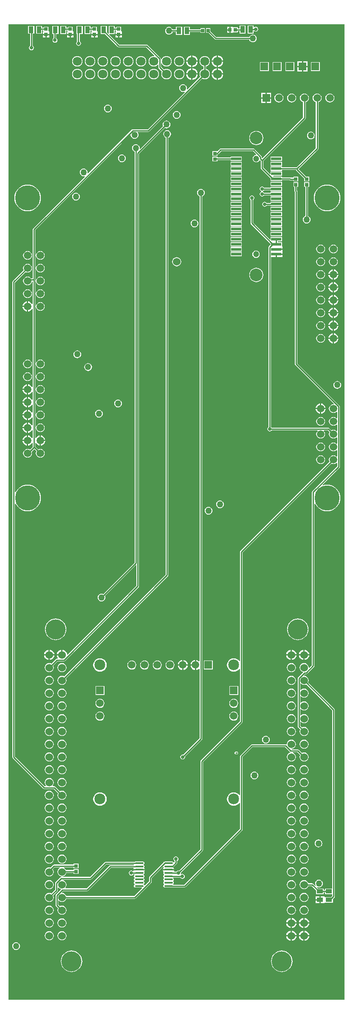
<source format=gbr>
G04 Layer_Physical_Order=6*
G04 Layer_Color=16711680*
%FSLAX26Y26*%
%MOIN*%
%TF.FileFunction,Copper,L6,Bot,Signal*%
%TF.Part,Single*%
G01*
G75*
%TA.AperFunction,SMDPad,CuDef*%
%ADD11R,0.029528X0.025591*%
%ADD13R,0.025591X0.029528*%
%ADD15R,0.051181X0.033465*%
%TA.AperFunction,Conductor*%
%ADD18C,0.010000*%
%TA.AperFunction,ComponentPad*%
%ADD19C,0.059055*%
%ADD20R,0.059055X0.059055*%
%TA.AperFunction,ViaPad*%
%ADD21C,0.085000*%
%ADD22C,0.196850*%
%ADD23C,0.196850*%
%ADD24C,0.060000*%
%TA.AperFunction,ComponentPad*%
%ADD25R,0.060000X0.060000*%
%ADD26C,0.157480*%
%ADD27C,0.060000*%
%ADD28C,0.070866*%
%ADD29C,0.047000*%
%ADD30C,0.100000*%
%ADD31R,0.059055X0.059055*%
%TA.AperFunction,ViaPad*%
%ADD32C,0.050000*%
%ADD33C,0.027559*%
%TA.AperFunction,SMDPad,CuDef*%
%ADD34R,0.037402X0.053150*%
%ADD35R,0.078740X0.024000*%
%ADD36O,0.072835X0.013780*%
%TA.AperFunction,NonConductor*%
%ADD37C,0.010000*%
G36*
X2637519Y7637176D02*
X2637519Y-666D01*
X-480Y-665D01*
X-480Y7637177D01*
X2637519Y7637176D01*
X2637519Y7637176D02*
G37*
%LPC*%
G36*
X1363149Y2659388D02*
X1357830Y2658688D01*
X1348215Y2654705D01*
X1339957Y2648369D01*
X1333622Y2640112D01*
X1329639Y2630496D01*
X1328939Y2625178D01*
X1363149Y2625178D01*
X1363149Y2659388D01*
X1363149Y2659388D02*
G37*
G36*
X1602676Y2654705D02*
X1533621Y2654705D01*
X1533621Y2585650D01*
X1602676Y2585650D01*
X1602676Y2654705D01*
X1602676Y2654705D02*
G37*
G36*
X1463149Y2659388D02*
X1457830Y2658688D01*
X1448215Y2654705D01*
X1439957Y2648369D01*
X1433622Y2640112D01*
X1429639Y2630496D01*
X1428939Y2625178D01*
X1463149Y2625178D01*
X1463149Y2659388D01*
X1463149Y2659388D02*
G37*
G36*
X1510000Y6348759D02*
X1502168Y6347728D01*
X1494870Y6344705D01*
X1488604Y6339896D01*
X1483795Y6333629D01*
X1480772Y6326332D01*
X1479741Y6318500D01*
X1480772Y6310668D01*
X1483795Y6303371D01*
X1488604Y6297104D01*
X1494870Y6292295D01*
X1499804Y6290251D01*
X1499804Y2651608D01*
X1494804Y2649548D01*
X1488083Y2654705D01*
X1478468Y2658688D01*
X1473149Y2659388D01*
X1473149Y2620178D01*
X1473149Y2580967D01*
X1478468Y2581668D01*
X1488083Y2585650D01*
X1494804Y2590807D01*
X1499804Y2588747D01*
X1499804Y2046723D01*
X1370944Y1917863D01*
X1367000Y1918647D01*
X1359673Y1917190D01*
X1353461Y1913039D01*
X1349310Y1906827D01*
X1347853Y1899500D01*
X1349310Y1892173D01*
X1353461Y1885961D01*
X1359673Y1881810D01*
X1367000Y1880353D01*
X1374327Y1881810D01*
X1380539Y1885961D01*
X1384690Y1892173D01*
X1386147Y1899500D01*
X1385363Y1903444D01*
X1517210Y2035290D01*
X1519420Y2038598D01*
X1520196Y2042500D01*
X1520196Y6290251D01*
X1525130Y6292295D01*
X1531396Y6297104D01*
X1536205Y6303371D01*
X1539228Y6310668D01*
X1540259Y6318500D01*
X1539228Y6326332D01*
X1536205Y6333629D01*
X1531396Y6339896D01*
X1525130Y6344705D01*
X1517832Y6347728D01*
X1510000Y6348759D01*
X1510000Y6348759D02*
G37*
G36*
X1373149Y2659388D02*
X1373149Y2625178D01*
X1407359Y2625178D01*
X1406659Y2630496D01*
X1402676Y2640112D01*
X1396340Y2648369D01*
X1388083Y2654705D01*
X1378468Y2658688D01*
X1373149Y2659388D01*
X1373149Y2659388D02*
G37*
G36*
X968149Y2655003D02*
X959135Y2653816D01*
X950736Y2650337D01*
X943524Y2644803D01*
X937989Y2637590D01*
X934510Y2629191D01*
X933323Y2620178D01*
X934510Y2611164D01*
X937989Y2602765D01*
X943524Y2595552D01*
X950736Y2590018D01*
X959135Y2586539D01*
X968149Y2585352D01*
X977162Y2586539D01*
X985562Y2590018D01*
X992774Y2595552D01*
X998309Y2602765D01*
X1001788Y2611164D01*
X1002974Y2620178D01*
X1001788Y2629191D01*
X998309Y2637590D01*
X992774Y2644803D01*
X985562Y2650337D01*
X977162Y2653816D01*
X968149Y2655003D01*
X968149Y2655003D02*
G37*
G36*
X1407359Y2615178D02*
X1373149Y2615178D01*
X1373149Y2580967D01*
X1378468Y2581668D01*
X1388083Y2585650D01*
X1396340Y2591986D01*
X1402676Y2600243D01*
X1406659Y2609859D01*
X1407359Y2615178D01*
X1407359Y2615178D02*
G37*
G36*
X1068149Y2655003D02*
X1059135Y2653816D01*
X1050736Y2650337D01*
X1043524Y2644803D01*
X1037989Y2637590D01*
X1034510Y2629191D01*
X1033323Y2620178D01*
X1034510Y2611164D01*
X1037989Y2602765D01*
X1043524Y2595552D01*
X1050736Y2590018D01*
X1059135Y2586539D01*
X1068149Y2585352D01*
X1077162Y2586539D01*
X1085562Y2590018D01*
X1092774Y2595552D01*
X1098309Y2602765D01*
X1101788Y2611164D01*
X1102974Y2620178D01*
X1101788Y2629191D01*
X1098309Y2637590D01*
X1092774Y2644803D01*
X1085562Y2650337D01*
X1077162Y2653816D01*
X1068149Y2655003D01*
X1068149Y2655003D02*
G37*
G36*
X1268149Y2655003D02*
X1259135Y2653816D01*
X1250736Y2650337D01*
X1243524Y2644803D01*
X1237989Y2637590D01*
X1234510Y2629191D01*
X1233323Y2620178D01*
X1234510Y2611164D01*
X1237989Y2602765D01*
X1243524Y2595552D01*
X1250736Y2590018D01*
X1259135Y2586539D01*
X1268149Y2585352D01*
X1277162Y2586539D01*
X1285562Y2590018D01*
X1292774Y2595552D01*
X1298309Y2602765D01*
X1301788Y2611164D01*
X1302974Y2620178D01*
X1301788Y2629191D01*
X1298309Y2637590D01*
X1292774Y2644803D01*
X1285562Y2650337D01*
X1277162Y2653816D01*
X1268149Y2655003D01*
X1268149Y2655003D02*
G37*
G36*
X1168149Y2655003D02*
X1159135Y2653816D01*
X1150736Y2650337D01*
X1143524Y2644803D01*
X1137989Y2637590D01*
X1134510Y2629191D01*
X1133323Y2620178D01*
X1134510Y2611164D01*
X1137989Y2602765D01*
X1143524Y2595552D01*
X1150736Y2590018D01*
X1159135Y2586539D01*
X1168149Y2585352D01*
X1177162Y2586539D01*
X1185562Y2590018D01*
X1192774Y2595552D01*
X1198309Y2602765D01*
X1201788Y2611164D01*
X1202974Y2620178D01*
X1201788Y2629191D01*
X1198309Y2637590D01*
X1192774Y2644803D01*
X1185562Y2650337D01*
X1177162Y2653816D01*
X1168149Y2655003D01*
X1168149Y2655003D02*
G37*
G36*
X315000Y2739687D02*
X309558Y2738970D01*
X299827Y2734940D01*
X291472Y2728528D01*
X285060Y2720173D01*
X281029Y2710442D01*
X280313Y2705000D01*
X315000Y2705000D01*
X315000Y2739687D01*
X315000Y2739687D02*
G37*
G36*
X2359687Y2695000D02*
X2325000Y2695000D01*
X2325000Y2660313D01*
X2330442Y2661030D01*
X2340173Y2665060D01*
X2348528Y2671472D01*
X2354940Y2679827D01*
X2358970Y2689558D01*
X2359687Y2695000D01*
X2359687Y2695000D02*
G37*
G36*
X415000Y2739687D02*
X409558Y2738970D01*
X399827Y2734940D01*
X391472Y2728528D01*
X385060Y2720173D01*
X381029Y2710442D01*
X380313Y2705000D01*
X415000Y2705000D01*
X415000Y2739687D01*
X415000Y2739687D02*
G37*
G36*
X2315000Y2739687D02*
X2309558Y2738970D01*
X2299827Y2734940D01*
X2291472Y2728528D01*
X2285060Y2720173D01*
X2281030Y2710442D01*
X2280313Y2705000D01*
X2315000Y2705000D01*
X2315000Y2739687D01*
X2315000Y2739687D02*
G37*
G36*
X2215000Y2739687D02*
X2209558Y2738970D01*
X2199827Y2734940D01*
X2191472Y2728528D01*
X2185060Y2720173D01*
X2181030Y2710442D01*
X2180313Y2705000D01*
X2215000Y2705000D01*
X2215000Y2739687D01*
X2215000Y2739687D02*
G37*
G36*
X2215000Y2695000D02*
X2180313Y2695000D01*
X2181030Y2689558D01*
X2185060Y2679827D01*
X2191472Y2671472D01*
X2199827Y2665060D01*
X2209558Y2661030D01*
X2215000Y2660313D01*
X2215000Y2695000D01*
X2215000Y2695000D02*
G37*
G36*
X315000Y2695000D02*
X280313Y2695000D01*
X281029Y2689558D01*
X285060Y2679827D01*
X291472Y2671472D01*
X299827Y2665060D01*
X309558Y2661030D01*
X315000Y2660313D01*
X315000Y2695000D01*
X315000Y2695000D02*
G37*
G36*
X2315000Y2695000D02*
X2280313Y2695000D01*
X2281030Y2689558D01*
X2285060Y2679827D01*
X2291472Y2671472D01*
X2299827Y2665060D01*
X2309558Y2661030D01*
X2315000Y2660313D01*
X2315000Y2695000D01*
X2315000Y2695000D02*
G37*
G36*
X2259687Y2695000D02*
X2225000Y2695000D01*
X2225000Y2660313D01*
X2230442Y2661030D01*
X2240173Y2665060D01*
X2248528Y2671472D01*
X2254940Y2679827D01*
X2258970Y2689558D01*
X2259687Y2695000D01*
X2259687Y2695000D02*
G37*
G36*
X359687Y2695000D02*
X325000Y2695000D01*
X325000Y2660313D01*
X330442Y2661030D01*
X340173Y2665060D01*
X348528Y2671472D01*
X354940Y2679827D01*
X358971Y2689558D01*
X359687Y2695000D01*
X359687Y2695000D02*
G37*
G36*
X1768149Y2355003D02*
X1759135Y2353816D01*
X1750736Y2350337D01*
X1743524Y2344803D01*
X1737989Y2337590D01*
X1734510Y2329191D01*
X1733323Y2320178D01*
X1734510Y2311164D01*
X1737989Y2302765D01*
X1743524Y2295552D01*
X1750736Y2290018D01*
X1759135Y2286539D01*
X1768149Y2285352D01*
X1777162Y2286539D01*
X1785562Y2290018D01*
X1792774Y2295552D01*
X1798309Y2302765D01*
X1801788Y2311164D01*
X1802974Y2320178D01*
X1801788Y2329191D01*
X1798309Y2337590D01*
X1792774Y2344803D01*
X1785562Y2350337D01*
X1777162Y2353816D01*
X1768149Y2355003D01*
X1768149Y2355003D02*
G37*
G36*
X718149Y2355003D02*
X709135Y2353816D01*
X700736Y2350337D01*
X693524Y2344803D01*
X687989Y2337590D01*
X684510Y2329191D01*
X683323Y2320178D01*
X684510Y2311164D01*
X687989Y2302765D01*
X693524Y2295552D01*
X700736Y2290018D01*
X709135Y2286539D01*
X718149Y2285352D01*
X727162Y2286539D01*
X735562Y2290018D01*
X742774Y2295552D01*
X748309Y2302765D01*
X751788Y2311164D01*
X752974Y2320178D01*
X751788Y2329191D01*
X748309Y2337590D01*
X742774Y2344803D01*
X735562Y2350337D01*
X727162Y2353816D01*
X718149Y2355003D01*
X718149Y2355003D02*
G37*
G36*
X320000Y2435302D02*
X310863Y2434099D01*
X302349Y2430572D01*
X295038Y2424962D01*
X289428Y2417651D01*
X285901Y2409137D01*
X284698Y2400000D01*
X285901Y2390863D01*
X289428Y2382349D01*
X295038Y2375038D01*
X302349Y2369428D01*
X310863Y2365901D01*
X320000Y2364698D01*
X329137Y2365901D01*
X337651Y2369428D01*
X344962Y2375038D01*
X350572Y2382349D01*
X354099Y2390863D01*
X355302Y2400000D01*
X354099Y2409137D01*
X350572Y2417651D01*
X344962Y2424962D01*
X337651Y2430572D01*
X329137Y2434099D01*
X320000Y2435302D01*
X320000Y2435302D02*
G37*
G36*
X2220000Y2435302D02*
X2210863Y2434099D01*
X2202349Y2430572D01*
X2195038Y2424962D01*
X2189428Y2417651D01*
X2185901Y2409137D01*
X2184698Y2400000D01*
X2185901Y2390863D01*
X2189428Y2382349D01*
X2195038Y2375038D01*
X2202349Y2369428D01*
X2210863Y2365901D01*
X2220000Y2364698D01*
X2229137Y2365901D01*
X2237651Y2369428D01*
X2244962Y2375038D01*
X2250572Y2382349D01*
X2254099Y2390863D01*
X2255302Y2400000D01*
X2254099Y2409137D01*
X2250572Y2417651D01*
X2244962Y2424962D01*
X2237651Y2430572D01*
X2229137Y2434099D01*
X2220000Y2435302D01*
X2220000Y2435302D02*
G37*
G36*
X420000Y2435302D02*
X410863Y2434099D01*
X402349Y2430572D01*
X395038Y2424962D01*
X389428Y2417651D01*
X385901Y2409137D01*
X384698Y2400000D01*
X385901Y2390863D01*
X389428Y2382349D01*
X395038Y2375038D01*
X402349Y2369428D01*
X410863Y2365901D01*
X420000Y2364698D01*
X429137Y2365901D01*
X437651Y2369428D01*
X444962Y2375038D01*
X450572Y2382349D01*
X454099Y2390863D01*
X455302Y2400000D01*
X454099Y2409137D01*
X450572Y2417651D01*
X444962Y2424962D01*
X437651Y2430572D01*
X429137Y2434099D01*
X420000Y2435302D01*
X420000Y2435302D02*
G37*
G36*
X1768149Y2255003D02*
X1759135Y2253816D01*
X1750736Y2250337D01*
X1743524Y2244803D01*
X1737989Y2237590D01*
X1734510Y2229191D01*
X1733323Y2220178D01*
X1734510Y2211164D01*
X1737989Y2202765D01*
X1743524Y2195552D01*
X1750736Y2190018D01*
X1759135Y2186539D01*
X1768149Y2185352D01*
X1777162Y2186539D01*
X1785562Y2190018D01*
X1792774Y2195552D01*
X1798309Y2202765D01*
X1801788Y2211164D01*
X1802974Y2220178D01*
X1801788Y2229191D01*
X1798309Y2237590D01*
X1792774Y2244803D01*
X1785562Y2250337D01*
X1777162Y2253816D01*
X1768149Y2255003D01*
X1768149Y2255003D02*
G37*
G36*
X718149Y2255003D02*
X709135Y2253816D01*
X700736Y2250337D01*
X693524Y2244803D01*
X687989Y2237590D01*
X684510Y2229191D01*
X683323Y2220178D01*
X684510Y2211164D01*
X687989Y2202765D01*
X693524Y2195552D01*
X700736Y2190018D01*
X709135Y2186539D01*
X718149Y2185352D01*
X727162Y2186539D01*
X735562Y2190018D01*
X742774Y2195552D01*
X748309Y2202765D01*
X751788Y2211164D01*
X752974Y2220178D01*
X751788Y2229191D01*
X748309Y2237590D01*
X742774Y2244803D01*
X735562Y2250337D01*
X727162Y2253816D01*
X718149Y2255003D01*
X718149Y2255003D02*
G37*
G36*
X320000Y2335302D02*
X310863Y2334099D01*
X302349Y2330572D01*
X295038Y2324962D01*
X289428Y2317651D01*
X285901Y2309137D01*
X284698Y2300000D01*
X285901Y2290863D01*
X289428Y2282349D01*
X295038Y2275038D01*
X302349Y2269428D01*
X310863Y2265901D01*
X320000Y2264698D01*
X329137Y2265901D01*
X337651Y2269428D01*
X344962Y2275038D01*
X350572Y2282349D01*
X354099Y2290863D01*
X355302Y2300000D01*
X354099Y2309137D01*
X350572Y2317651D01*
X344962Y2324962D01*
X337651Y2330572D01*
X329137Y2334099D01*
X320000Y2335302D01*
X320000Y2335302D02*
G37*
G36*
X2220000Y2335302D02*
X2210863Y2334099D01*
X2202349Y2330572D01*
X2195038Y2324962D01*
X2189428Y2317651D01*
X2185901Y2309137D01*
X2184698Y2300000D01*
X2185901Y2290863D01*
X2189428Y2282349D01*
X2195038Y2275038D01*
X2202349Y2269428D01*
X2210863Y2265901D01*
X2220000Y2264698D01*
X2229137Y2265901D01*
X2237651Y2269428D01*
X2244962Y2275038D01*
X2250572Y2282349D01*
X2254099Y2290863D01*
X2255302Y2300000D01*
X2254099Y2309137D01*
X2250572Y2317651D01*
X2244962Y2324962D01*
X2237651Y2330572D01*
X2229137Y2334099D01*
X2220000Y2335302D01*
X2220000Y2335302D02*
G37*
G36*
X420000Y2335302D02*
X410863Y2334099D01*
X402349Y2330572D01*
X395038Y2324962D01*
X389428Y2317651D01*
X385901Y2309137D01*
X384698Y2300000D01*
X385901Y2290863D01*
X389428Y2282349D01*
X395038Y2275038D01*
X402349Y2269428D01*
X410863Y2265901D01*
X420000Y2264698D01*
X429137Y2265901D01*
X437651Y2269428D01*
X444962Y2275038D01*
X450572Y2282349D01*
X454099Y2290863D01*
X455302Y2300000D01*
X454099Y2309137D01*
X450572Y2317651D01*
X444962Y2324962D01*
X437651Y2330572D01*
X429137Y2334099D01*
X420000Y2335302D01*
X420000Y2335302D02*
G37*
G36*
X2220000Y2635302D02*
X2210863Y2634099D01*
X2202349Y2630572D01*
X2195038Y2624962D01*
X2189428Y2617651D01*
X2185901Y2609137D01*
X2184698Y2600000D01*
X2185901Y2590863D01*
X2189428Y2582349D01*
X2195038Y2575038D01*
X2202349Y2569428D01*
X2210863Y2565901D01*
X2220000Y2564698D01*
X2229137Y2565901D01*
X2237651Y2569428D01*
X2244962Y2575038D01*
X2250572Y2582349D01*
X2254099Y2590863D01*
X2255302Y2600000D01*
X2254099Y2609137D01*
X2250572Y2617651D01*
X2244962Y2624962D01*
X2237651Y2630572D01*
X2229137Y2634099D01*
X2220000Y2635302D01*
X2220000Y2635302D02*
G37*
G36*
X420000Y2635302D02*
X410863Y2634099D01*
X402349Y2630572D01*
X395038Y2624962D01*
X389428Y2617651D01*
X385901Y2609137D01*
X384698Y2600000D01*
X385901Y2590863D01*
X389428Y2582349D01*
X395038Y2575038D01*
X402349Y2569428D01*
X410863Y2565901D01*
X420000Y2564698D01*
X429137Y2565901D01*
X437651Y2569428D01*
X444962Y2575038D01*
X450572Y2582349D01*
X454099Y2590863D01*
X455302Y2600000D01*
X454099Y2609137D01*
X450572Y2617651D01*
X444962Y2624962D01*
X437651Y2630572D01*
X429137Y2634099D01*
X420000Y2635302D01*
X420000Y2635302D02*
G37*
G36*
X718149Y2673131D02*
X704444Y2671326D01*
X691672Y2666036D01*
X680706Y2657621D01*
X672290Y2646654D01*
X667000Y2633883D01*
X665196Y2620178D01*
X667000Y2606472D01*
X672290Y2593701D01*
X680706Y2582734D01*
X691672Y2574319D01*
X704444Y2569029D01*
X718149Y2567225D01*
X731854Y2569029D01*
X744625Y2574319D01*
X755592Y2582734D01*
X764008Y2593701D01*
X769298Y2606472D01*
X771102Y2620178D01*
X769298Y2633883D01*
X764008Y2646654D01*
X755592Y2657621D01*
X744625Y2666036D01*
X731854Y2671326D01*
X718149Y2673131D01*
X718149Y2673131D02*
G37*
G36*
X1463149Y2615178D02*
X1428939Y2615178D01*
X1429639Y2609859D01*
X1433622Y2600243D01*
X1439957Y2591986D01*
X1448215Y2585650D01*
X1457830Y2581668D01*
X1463149Y2580967D01*
X1463149Y2615178D01*
X1463149Y2615178D02*
G37*
G36*
X1363149Y2615178D02*
X1328939Y2615178D01*
X1329639Y2609859D01*
X1333622Y2600243D01*
X1339957Y2591986D01*
X1348215Y2585650D01*
X1357830Y2581668D01*
X1363149Y2580967D01*
X1363149Y2615178D01*
X1363149Y2615178D02*
G37*
G36*
X1802676Y2454705D02*
X1733621Y2454705D01*
X1733621Y2385650D01*
X1802676Y2385650D01*
X1802676Y2454705D01*
X1802676Y2454705D02*
G37*
G36*
X752676Y2454705D02*
X683621Y2454705D01*
X683621Y2385650D01*
X752676Y2385650D01*
X752676Y2454705D01*
X752676Y2454705D02*
G37*
G36*
X320000Y2535302D02*
X310863Y2534099D01*
X302349Y2530572D01*
X295038Y2524962D01*
X289428Y2517651D01*
X285901Y2509137D01*
X284698Y2500000D01*
X285901Y2490863D01*
X289428Y2482349D01*
X295038Y2475038D01*
X302349Y2469428D01*
X310863Y2465901D01*
X320000Y2464698D01*
X329137Y2465901D01*
X337651Y2469428D01*
X344962Y2475038D01*
X350572Y2482349D01*
X354099Y2490863D01*
X355302Y2500000D01*
X354099Y2509137D01*
X350572Y2517651D01*
X344962Y2524962D01*
X337651Y2530572D01*
X329137Y2534099D01*
X320000Y2535302D01*
X320000Y2535302D02*
G37*
G36*
X1245000Y6808759D02*
X1237168Y6807728D01*
X1229870Y6804705D01*
X1223604Y6799896D01*
X1218795Y6793629D01*
X1215772Y6786332D01*
X1214741Y6778500D01*
X1215772Y6770668D01*
X1218795Y6763371D01*
X1223604Y6757104D01*
X1229870Y6752295D01*
X1234804Y6750251D01*
X1234804Y3329223D01*
X436592Y2531011D01*
X429137Y2534099D01*
X420000Y2535302D01*
X410863Y2534099D01*
X402349Y2530572D01*
X395038Y2524962D01*
X389428Y2517651D01*
X385901Y2509137D01*
X384698Y2500000D01*
X385901Y2490863D01*
X389428Y2482349D01*
X395038Y2475038D01*
X402349Y2469428D01*
X410863Y2465901D01*
X420000Y2464698D01*
X429137Y2465901D01*
X437651Y2469428D01*
X444962Y2475038D01*
X450572Y2482349D01*
X454099Y2490863D01*
X455302Y2500000D01*
X454099Y2509137D01*
X451011Y2516592D01*
X1252210Y3317790D01*
X1254420Y3321098D01*
X1255196Y3325000D01*
X1255196Y6750251D01*
X1260130Y6752295D01*
X1266396Y6757104D01*
X1271205Y6763371D01*
X1274228Y6770668D01*
X1275259Y6778500D01*
X1274228Y6786332D01*
X1271205Y6793629D01*
X1266396Y6799896D01*
X1260130Y6804705D01*
X1252832Y6807728D01*
X1245000Y6808759D01*
X1245000Y6808759D02*
G37*
G36*
X2220000Y2535302D02*
X2210863Y2534099D01*
X2202349Y2530572D01*
X2195038Y2524962D01*
X2189428Y2517651D01*
X2185901Y2509137D01*
X2184698Y2500000D01*
X2185901Y2490863D01*
X2189428Y2482349D01*
X2195038Y2475038D01*
X2202349Y2469428D01*
X2210863Y2465901D01*
X2220000Y2464698D01*
X2229137Y2465901D01*
X2237651Y2469428D01*
X2244962Y2475038D01*
X2250572Y2482349D01*
X2254099Y2490863D01*
X2255302Y2500000D01*
X2254099Y2509137D01*
X2250572Y2517651D01*
X2244962Y2524962D01*
X2237651Y2530572D01*
X2229137Y2534099D01*
X2220000Y2535302D01*
X2220000Y2535302D02*
G37*
G36*
X860000Y4698759D02*
X852168Y4697728D01*
X844870Y4694705D01*
X838604Y4689896D01*
X833795Y4683629D01*
X830772Y4676332D01*
X829741Y4668500D01*
X830772Y4660668D01*
X833795Y4653371D01*
X838604Y4647104D01*
X844870Y4642295D01*
X852168Y4639272D01*
X860000Y4638241D01*
X867832Y4639272D01*
X875130Y4642295D01*
X881396Y4647104D01*
X886205Y4653371D01*
X889228Y4660668D01*
X890259Y4668500D01*
X889228Y4676332D01*
X886205Y4683629D01*
X881396Y4689896D01*
X875130Y4694705D01*
X867832Y4697728D01*
X860000Y4698759D01*
X860000Y4698759D02*
G37*
G36*
X2455000Y4667710D02*
X2455000Y4633500D01*
X2489210Y4633500D01*
X2488510Y4638819D01*
X2484527Y4648434D01*
X2478191Y4656691D01*
X2469934Y4663027D01*
X2460319Y4667010D01*
X2455000Y4667710D01*
X2455000Y4667710D02*
G37*
G36*
X145000Y4673500D02*
X110790Y4673500D01*
X111490Y4668181D01*
X115473Y4658566D01*
X121809Y4650309D01*
X130066Y4643973D01*
X139681Y4639990D01*
X145000Y4639290D01*
X145000Y4673500D01*
X145000Y4673500D02*
G37*
G36*
X145000Y4717710D02*
X139681Y4717010D01*
X130066Y4713027D01*
X121809Y4706691D01*
X115473Y4698434D01*
X111490Y4688819D01*
X110790Y4683500D01*
X145000Y4683500D01*
X145000Y4717710D01*
X145000Y4717710D02*
G37*
G36*
X250000Y4713325D02*
X240987Y4712139D01*
X232587Y4708660D01*
X225375Y4703125D01*
X219840Y4695913D01*
X216361Y4687514D01*
X215175Y4678500D01*
X216361Y4669486D01*
X219840Y4661087D01*
X225375Y4653875D01*
X232587Y4648340D01*
X240987Y4644861D01*
X250000Y4643675D01*
X259014Y4644861D01*
X267413Y4648340D01*
X274625Y4653875D01*
X280160Y4661087D01*
X283639Y4669486D01*
X284825Y4678500D01*
X283639Y4687514D01*
X280160Y4695913D01*
X274625Y4703125D01*
X267413Y4708660D01*
X259014Y4712139D01*
X250000Y4713325D01*
X250000Y4713325D02*
G37*
G36*
X145000Y4617710D02*
X139681Y4617010D01*
X130066Y4613027D01*
X121809Y4606691D01*
X115473Y4598434D01*
X111490Y4588819D01*
X110790Y4583500D01*
X145000Y4583500D01*
X145000Y4617710D01*
X145000Y4617710D02*
G37*
G36*
X710000Y4618759D02*
X702168Y4617728D01*
X694870Y4614705D01*
X688604Y4609896D01*
X683795Y4603629D01*
X680772Y4596332D01*
X679741Y4588500D01*
X680772Y4580668D01*
X683795Y4573371D01*
X688604Y4567104D01*
X694870Y4562295D01*
X702168Y4559272D01*
X710000Y4558241D01*
X717832Y4559272D01*
X725130Y4562295D01*
X731396Y4567104D01*
X736205Y4573371D01*
X739228Y4580668D01*
X740259Y4588500D01*
X739228Y4596332D01*
X736205Y4603629D01*
X731396Y4609896D01*
X725130Y4614705D01*
X717832Y4617728D01*
X710000Y4618759D01*
X710000Y4618759D02*
G37*
G36*
X2445000Y4623500D02*
X2410790Y4623500D01*
X2411490Y4618181D01*
X2415473Y4608566D01*
X2421809Y4600309D01*
X2430066Y4593973D01*
X2439681Y4589990D01*
X2445000Y4589290D01*
X2445000Y4623500D01*
X2445000Y4623500D02*
G37*
G36*
X2445000Y4667710D02*
X2439681Y4667010D01*
X2430066Y4663027D01*
X2421809Y4656691D01*
X2415473Y4648434D01*
X2411490Y4638819D01*
X2410790Y4633500D01*
X2445000Y4633500D01*
X2445000Y4667710D01*
X2445000Y4667710D02*
G37*
G36*
X2489210Y4623500D02*
X2455000Y4623500D01*
X2455000Y4589290D01*
X2460319Y4589990D01*
X2469934Y4593973D01*
X2478191Y4600309D01*
X2484527Y4608566D01*
X2488510Y4618181D01*
X2489210Y4623500D01*
X2489210Y4623500D02*
G37*
G36*
X625000Y4983759D02*
X617168Y4982728D01*
X609870Y4979705D01*
X603604Y4974896D01*
X598795Y4968629D01*
X595772Y4961332D01*
X594741Y4953500D01*
X595772Y4945668D01*
X598795Y4938371D01*
X603604Y4932104D01*
X609870Y4927295D01*
X617168Y4924272D01*
X625000Y4923241D01*
X632832Y4924272D01*
X640130Y4927295D01*
X646396Y4932104D01*
X651205Y4938371D01*
X654228Y4945668D01*
X655259Y4953500D01*
X654228Y4961332D01*
X651205Y4968629D01*
X646396Y4974896D01*
X640130Y4979705D01*
X632832Y4982728D01*
X625000Y4983759D01*
X625000Y4983759D02*
G37*
G36*
X250000Y4913325D02*
X240987Y4912139D01*
X232587Y4908660D01*
X225375Y4903125D01*
X219840Y4895913D01*
X216361Y4887514D01*
X215175Y4878500D01*
X216361Y4869486D01*
X219840Y4861087D01*
X225375Y4853875D01*
X232587Y4848340D01*
X240987Y4844861D01*
X250000Y4843675D01*
X259014Y4844861D01*
X267413Y4848340D01*
X274625Y4853875D01*
X280160Y4861087D01*
X283639Y4869486D01*
X284825Y4878500D01*
X283639Y4887514D01*
X280160Y4895913D01*
X274625Y4903125D01*
X267413Y4908660D01*
X259014Y4912139D01*
X250000Y4913325D01*
X250000Y4913325D02*
G37*
G36*
X150000Y5013325D02*
X140987Y5012139D01*
X132587Y5008660D01*
X125375Y5003125D01*
X119840Y4995913D01*
X116361Y4987514D01*
X115175Y4978500D01*
X116361Y4969486D01*
X119840Y4961087D01*
X125375Y4953875D01*
X132587Y4948340D01*
X140987Y4944861D01*
X150000Y4943675D01*
X159013Y4944861D01*
X167413Y4948340D01*
X174625Y4953875D01*
X180160Y4961087D01*
X183639Y4969486D01*
X184825Y4978500D01*
X183639Y4987514D01*
X180160Y4995913D01*
X174625Y5003125D01*
X167413Y5008660D01*
X159013Y5012139D01*
X150000Y5013325D01*
X150000Y5013325D02*
G37*
G36*
X540000Y5083759D02*
X532168Y5082728D01*
X524870Y5079705D01*
X518604Y5074896D01*
X513795Y5068629D01*
X510772Y5061332D01*
X509741Y5053500D01*
X510772Y5045668D01*
X513795Y5038371D01*
X518604Y5032104D01*
X524870Y5027295D01*
X532168Y5024272D01*
X540000Y5023241D01*
X547832Y5024272D01*
X555130Y5027295D01*
X561396Y5032104D01*
X566205Y5038371D01*
X569228Y5045668D01*
X570259Y5053500D01*
X569228Y5061332D01*
X566205Y5068629D01*
X561396Y5074896D01*
X555130Y5079705D01*
X547832Y5082728D01*
X540000Y5083759D01*
X540000Y5083759D02*
G37*
G36*
X250000Y5013325D02*
X240987Y5012139D01*
X232587Y5008660D01*
X225375Y5003125D01*
X219840Y4995913D01*
X216361Y4987514D01*
X215175Y4978500D01*
X216361Y4969486D01*
X219840Y4961087D01*
X225375Y4953875D01*
X232587Y4948340D01*
X240987Y4944861D01*
X250000Y4943675D01*
X259014Y4944861D01*
X267413Y4948340D01*
X274625Y4953875D01*
X280160Y4961087D01*
X283639Y4969486D01*
X284825Y4978500D01*
X283639Y4987514D01*
X280160Y4995913D01*
X274625Y5003125D01*
X267413Y5008660D01*
X259014Y5012139D01*
X250000Y5013325D01*
X250000Y5013325D02*
G37*
G36*
X250000Y4813325D02*
X240987Y4812139D01*
X232587Y4808660D01*
X225375Y4803125D01*
X219840Y4795913D01*
X216361Y4787514D01*
X215175Y4778500D01*
X216361Y4769486D01*
X219840Y4761087D01*
X225375Y4753875D01*
X232587Y4748340D01*
X240987Y4744861D01*
X250000Y4743675D01*
X259014Y4744861D01*
X267413Y4748340D01*
X274625Y4753875D01*
X280160Y4761087D01*
X283639Y4769486D01*
X284825Y4778500D01*
X283639Y4787514D01*
X280160Y4795913D01*
X274625Y4803125D01*
X267413Y4808660D01*
X259014Y4812139D01*
X250000Y4813325D01*
X250000Y4813325D02*
G37*
G36*
X145000Y4773500D02*
X110790Y4773500D01*
X111490Y4768181D01*
X115473Y4758566D01*
X121809Y4750309D01*
X130066Y4743973D01*
X139681Y4739990D01*
X145000Y4739290D01*
X145000Y4773500D01*
X145000Y4773500D02*
G37*
G36*
X2580000Y4843759D02*
X2572168Y4842728D01*
X2564870Y4839705D01*
X2558604Y4834896D01*
X2553795Y4828629D01*
X2550772Y4821332D01*
X2549741Y4813500D01*
X2550772Y4805668D01*
X2553795Y4798371D01*
X2558604Y4792104D01*
X2564870Y4787295D01*
X2572168Y4784272D01*
X2580000Y4783241D01*
X2587832Y4784272D01*
X2595130Y4787295D01*
X2601396Y4792104D01*
X2606205Y4798371D01*
X2609228Y4805668D01*
X2610259Y4813500D01*
X2609228Y4821332D01*
X2606205Y4828629D01*
X2601396Y4834896D01*
X2595130Y4839705D01*
X2587832Y4842728D01*
X2580000Y4843759D01*
X2580000Y4843759D02*
G37*
G36*
X150000Y4913325D02*
X140987Y4912139D01*
X132587Y4908660D01*
X125375Y4903125D01*
X119840Y4895913D01*
X116361Y4887514D01*
X115175Y4878500D01*
X116361Y4869486D01*
X119840Y4861087D01*
X125375Y4853875D01*
X132587Y4848340D01*
X140987Y4844861D01*
X150000Y4843675D01*
X159013Y4844861D01*
X167413Y4848340D01*
X174625Y4853875D01*
X180160Y4861087D01*
X183639Y4869486D01*
X184825Y4878500D01*
X183639Y4887514D01*
X180160Y4895913D01*
X174625Y4903125D01*
X167413Y4908660D01*
X159013Y4912139D01*
X150000Y4913325D01*
X150000Y4913325D02*
G37*
G36*
X145000Y4817710D02*
X139681Y4817010D01*
X130066Y4813027D01*
X121809Y4806691D01*
X115473Y4798434D01*
X111490Y4788819D01*
X110790Y4783500D01*
X145000Y4783500D01*
X145000Y4817710D01*
X145000Y4817710D02*
G37*
G36*
X1660000Y3908759D02*
X1652168Y3907728D01*
X1644870Y3904705D01*
X1638604Y3899896D01*
X1633795Y3893629D01*
X1630772Y3886332D01*
X1629741Y3878500D01*
X1630772Y3870668D01*
X1633795Y3863371D01*
X1638604Y3857104D01*
X1644870Y3852295D01*
X1652168Y3849272D01*
X1660000Y3848241D01*
X1667832Y3849272D01*
X1675130Y3852295D01*
X1681396Y3857104D01*
X1686205Y3863371D01*
X1689228Y3870668D01*
X1690259Y3878500D01*
X1689228Y3886332D01*
X1686205Y3893629D01*
X1681396Y3899896D01*
X1675130Y3904705D01*
X1667832Y3907728D01*
X1660000Y3908759D01*
X1660000Y3908759D02*
G37*
G36*
X1570000Y3858759D02*
X1562168Y3857728D01*
X1554870Y3854705D01*
X1548604Y3849896D01*
X1543795Y3843629D01*
X1540772Y3836332D01*
X1539741Y3828500D01*
X1540772Y3820668D01*
X1543795Y3813371D01*
X1548604Y3807104D01*
X1554870Y3802295D01*
X1562168Y3799272D01*
X1570000Y3798241D01*
X1577832Y3799272D01*
X1585130Y3802295D01*
X1591396Y3807104D01*
X1596205Y3813371D01*
X1599228Y3820668D01*
X1600259Y3828500D01*
X1599228Y3836332D01*
X1596205Y3843629D01*
X1591396Y3849896D01*
X1585130Y3854705D01*
X1577832Y3857728D01*
X1570000Y3858759D01*
X1570000Y3858759D02*
G37*
G36*
X2450000Y4263325D02*
X2440986Y4262139D01*
X2432587Y4258660D01*
X2425375Y4253125D01*
X2419840Y4245913D01*
X2416361Y4237514D01*
X2415175Y4228500D01*
X2416361Y4219486D01*
X2419840Y4211087D01*
X2425375Y4203875D01*
X2432587Y4198340D01*
X2440986Y4194861D01*
X2450000Y4193675D01*
X2459014Y4194861D01*
X2467413Y4198340D01*
X2474625Y4203875D01*
X2480160Y4211087D01*
X2483639Y4219486D01*
X2484825Y4228500D01*
X2483639Y4237514D01*
X2480160Y4245913D01*
X2474625Y4253125D01*
X2467413Y4258660D01*
X2459014Y4262139D01*
X2450000Y4263325D01*
X2450000Y4263325D02*
G37*
G36*
X145000Y4373500D02*
X110790Y4373500D01*
X111490Y4368181D01*
X115473Y4358566D01*
X121809Y4350309D01*
X130066Y4343973D01*
X139681Y4339990D01*
X145000Y4339290D01*
X145000Y4373500D01*
X145000Y4373500D02*
G37*
G36*
X2450000Y4363325D02*
X2440986Y4362139D01*
X2432587Y4358660D01*
X2425375Y4353125D01*
X2419840Y4345913D01*
X2416361Y4337514D01*
X2415175Y4328500D01*
X2416361Y4319486D01*
X2419840Y4311087D01*
X2425375Y4303875D01*
X2432587Y4298340D01*
X2440986Y4294861D01*
X2450000Y4293675D01*
X2459014Y4294861D01*
X2467413Y4298340D01*
X2474625Y4303875D01*
X2480160Y4311087D01*
X2483639Y4319486D01*
X2484825Y4328500D01*
X2483639Y4337514D01*
X2480160Y4345913D01*
X2474625Y4353125D01*
X2467413Y4358660D01*
X2459014Y4362139D01*
X2450000Y4363325D01*
X2450000Y4363325D02*
G37*
G36*
X2225000Y2739687D02*
X2225000Y2705000D01*
X2259687Y2705000D01*
X2258970Y2710442D01*
X2254940Y2720173D01*
X2248528Y2728528D01*
X2240173Y2734940D01*
X2230442Y2738970D01*
X2225000Y2739687D01*
X2225000Y2739687D02*
G37*
G36*
X325000Y2739687D02*
X325000Y2705000D01*
X359687Y2705000D01*
X358971Y2710442D01*
X354940Y2720173D01*
X348528Y2728528D01*
X340173Y2734940D01*
X330442Y2738970D01*
X325000Y2739687D01*
X325000Y2739687D02*
G37*
G36*
X2325000Y2739687D02*
X2325000Y2705000D01*
X2359687Y2705000D01*
X2358970Y2710442D01*
X2354940Y2720173D01*
X2348528Y2728528D01*
X2340173Y2734940D01*
X2330442Y2738970D01*
X2325000Y2739687D01*
X2325000Y2739687D02*
G37*
G36*
X2270000Y2984145D02*
X2253584Y2982528D01*
X2237799Y2977740D01*
X2223251Y2969964D01*
X2210500Y2959500D01*
X2200036Y2946749D01*
X2192260Y2932201D01*
X2187472Y2916416D01*
X2185855Y2900000D01*
X2187472Y2883584D01*
X2192260Y2867799D01*
X2200036Y2853251D01*
X2210500Y2840500D01*
X2223251Y2830036D01*
X2237799Y2822260D01*
X2253584Y2817472D01*
X2270000Y2815855D01*
X2286416Y2817472D01*
X2302201Y2822260D01*
X2316749Y2830036D01*
X2329500Y2840500D01*
X2339964Y2853251D01*
X2347740Y2867799D01*
X2352528Y2883584D01*
X2354145Y2900000D01*
X2352528Y2916416D01*
X2347740Y2932201D01*
X2339964Y2946749D01*
X2329500Y2959500D01*
X2316749Y2969964D01*
X2302201Y2977740D01*
X2286416Y2982528D01*
X2270000Y2984145D01*
X2270000Y2984145D02*
G37*
G36*
X370000Y2984145D02*
X353584Y2982528D01*
X337799Y2977740D01*
X323251Y2969964D01*
X310500Y2959500D01*
X300036Y2946749D01*
X292260Y2932201D01*
X287471Y2916416D01*
X285855Y2900000D01*
X287471Y2883584D01*
X292260Y2867799D01*
X300036Y2853251D01*
X310500Y2840500D01*
X323251Y2830036D01*
X337799Y2822260D01*
X353584Y2817472D01*
X370000Y2815855D01*
X386416Y2817472D01*
X402201Y2822260D01*
X416749Y2830036D01*
X429500Y2840500D01*
X439964Y2853251D01*
X447740Y2867799D01*
X452529Y2883584D01*
X454145Y2900000D01*
X452529Y2916416D01*
X447740Y2932201D01*
X439964Y2946749D01*
X429500Y2959500D01*
X416749Y2969964D01*
X402201Y2977740D01*
X386416Y2982528D01*
X370000Y2984145D01*
X370000Y2984145D02*
G37*
G36*
X2450000Y4563325D02*
X2440986Y4562139D01*
X2432587Y4558660D01*
X2425375Y4553125D01*
X2419840Y4545913D01*
X2416361Y4537514D01*
X2415175Y4528500D01*
X2416361Y4519486D01*
X2419840Y4511087D01*
X2425375Y4503875D01*
X2432587Y4498340D01*
X2440986Y4494861D01*
X2450000Y4493675D01*
X2459014Y4494861D01*
X2467413Y4498340D01*
X2474625Y4503875D01*
X2480160Y4511087D01*
X2483639Y4519486D01*
X2484825Y4528500D01*
X2483639Y4537514D01*
X2480160Y4545913D01*
X2474625Y4553125D01*
X2467413Y4558660D01*
X2459014Y4562139D01*
X2450000Y4563325D01*
X2450000Y4563325D02*
G37*
G36*
X145000Y4517710D02*
X139681Y4517010D01*
X130066Y4513027D01*
X121809Y4506691D01*
X115473Y4498434D01*
X111490Y4488819D01*
X110790Y4483500D01*
X145000Y4483500D01*
X145000Y4517710D01*
X145000Y4517710D02*
G37*
G36*
X145000Y4573500D02*
X110790Y4573500D01*
X111490Y4568181D01*
X115473Y4558566D01*
X121809Y4550309D01*
X130066Y4543973D01*
X139681Y4539990D01*
X145000Y4539290D01*
X145000Y4573500D01*
X145000Y4573500D02*
G37*
G36*
X2274764Y6401142D02*
X2235236Y6401142D01*
X2235236Y6365551D01*
X2244804Y6365551D01*
X2244804Y6331126D01*
X2245580Y6327224D01*
X2245930Y6326700D01*
X2245930Y4978274D01*
X2246706Y4974373D01*
X2248916Y4971065D01*
X2552198Y4667783D01*
X2550771Y4664889D01*
X2549633Y4663277D01*
X2540986Y4662139D01*
X2532587Y4658660D01*
X2525375Y4653125D01*
X2519840Y4645913D01*
X2516361Y4637514D01*
X2515175Y4628500D01*
X2516361Y4619486D01*
X2519840Y4611087D01*
X2525375Y4603875D01*
X2532587Y4598340D01*
X2540986Y4594861D01*
X2550000Y4593675D01*
X2559014Y4594861D01*
X2567413Y4598340D01*
X2574332Y4603649D01*
X2576276Y4603314D01*
X2579332Y4602277D01*
X2579332Y4554723D01*
X2576276Y4553686D01*
X2574332Y4553351D01*
X2567413Y4558660D01*
X2559014Y4562139D01*
X2550000Y4563325D01*
X2540986Y4562139D01*
X2532587Y4558660D01*
X2525375Y4553125D01*
X2519840Y4545913D01*
X2516361Y4537514D01*
X2515175Y4528500D01*
X2516361Y4519486D01*
X2519840Y4511087D01*
X2525375Y4503875D01*
X2532587Y4498340D01*
X2540986Y4494861D01*
X2550000Y4493675D01*
X2559014Y4494861D01*
X2567413Y4498340D01*
X2574332Y4503649D01*
X2576276Y4503314D01*
X2579332Y4502277D01*
X2579332Y4454723D01*
X2576276Y4453686D01*
X2574332Y4453351D01*
X2567413Y4458660D01*
X2559014Y4462139D01*
X2550000Y4463325D01*
X2540986Y4462139D01*
X2533770Y4459150D01*
X2517210Y4475710D01*
X2513902Y4477920D01*
X2510000Y4478696D01*
X2065773Y4478696D01*
X2063539Y4482039D01*
X2060196Y4484273D01*
X2060196Y5815160D01*
X2096797Y5815160D01*
X2096797Y5837160D01*
X2101797Y5837160D01*
X2101797Y5842160D01*
X2151167Y5842160D01*
X2151167Y5859160D01*
X2151167Y5871560D01*
X2101797Y5871560D01*
X2101797Y5881560D01*
X2151167Y5881560D01*
X2151167Y5898560D01*
X2151001Y5898560D01*
X2146167Y5898960D01*
X2146167Y5932960D01*
X2111993Y5932960D01*
X2111993Y5938360D01*
X2146167Y5938360D01*
X2146167Y5972360D01*
X2057427Y5972360D01*
X2057427Y5953912D01*
X2052807Y5951999D01*
X1920196Y6084610D01*
X1920196Y6262727D01*
X1923539Y6264961D01*
X1927690Y6271173D01*
X1929147Y6278500D01*
X1927690Y6285827D01*
X1923539Y6292039D01*
X1917327Y6296190D01*
X1910000Y6297647D01*
X1902673Y6296190D01*
X1896461Y6292039D01*
X1892310Y6285827D01*
X1890853Y6278500D01*
X1892310Y6271173D01*
X1896461Y6264961D01*
X1899804Y6262727D01*
X1899804Y6080387D01*
X1900580Y6076485D01*
X1902790Y6073177D01*
X2057427Y5918541D01*
X2057427Y5913379D01*
X2042790Y5898743D01*
X2040580Y5895435D01*
X2039804Y5891533D01*
X2039804Y4484273D01*
X2036461Y4482039D01*
X2032310Y4475827D01*
X2030853Y4468500D01*
X2032310Y4461173D01*
X2036461Y4454961D01*
X2042673Y4450810D01*
X2050000Y4449353D01*
X2057327Y4450810D01*
X2063539Y4454961D01*
X2065773Y4458304D01*
X2424346Y4458304D01*
X2425954Y4453569D01*
X2425375Y4453125D01*
X2419840Y4445913D01*
X2416361Y4437514D01*
X2415175Y4428500D01*
X2416361Y4419486D01*
X2419840Y4411087D01*
X2425375Y4403875D01*
X2432587Y4398340D01*
X2440986Y4394861D01*
X2450000Y4393675D01*
X2459014Y4394861D01*
X2467413Y4398340D01*
X2474625Y4403875D01*
X2480160Y4411087D01*
X2483639Y4419486D01*
X2484825Y4428500D01*
X2483639Y4437514D01*
X2480160Y4445913D01*
X2474625Y4453125D01*
X2474046Y4453569D01*
X2475654Y4458304D01*
X2505777Y4458304D01*
X2519351Y4444730D01*
X2516361Y4437514D01*
X2515175Y4428500D01*
X2516361Y4419486D01*
X2519840Y4411087D01*
X2525375Y4403875D01*
X2532587Y4398340D01*
X2540986Y4394861D01*
X2550000Y4393675D01*
X2559014Y4394861D01*
X2567413Y4398340D01*
X2574332Y4403649D01*
X2576276Y4403314D01*
X2579332Y4402277D01*
X2579332Y4354723D01*
X2576276Y4353686D01*
X2574332Y4353351D01*
X2567413Y4358660D01*
X2559014Y4362139D01*
X2550000Y4363325D01*
X2540986Y4362139D01*
X2532587Y4358660D01*
X2525375Y4353125D01*
X2519840Y4345913D01*
X2516361Y4337514D01*
X2515175Y4328500D01*
X2516361Y4319486D01*
X2519840Y4311087D01*
X2525375Y4303875D01*
X2532587Y4298340D01*
X2540986Y4294861D01*
X2550000Y4293675D01*
X2559014Y4294861D01*
X2567413Y4298340D01*
X2574332Y4303649D01*
X2576276Y4303314D01*
X2579332Y4302277D01*
X2579332Y4254723D01*
X2576276Y4253686D01*
X2574332Y4253351D01*
X2567413Y4258660D01*
X2559014Y4262139D01*
X2550000Y4263325D01*
X2540986Y4262139D01*
X2532587Y4258660D01*
X2525375Y4253125D01*
X2519840Y4245913D01*
X2516361Y4237514D01*
X2515175Y4228500D01*
X2516361Y4219486D01*
X2519351Y4212270D01*
X1818439Y3511358D01*
X1816229Y3508051D01*
X1815453Y3504149D01*
X1815453Y2652984D01*
X1810453Y2651287D01*
X1805592Y2657621D01*
X1794625Y2666036D01*
X1781854Y2671326D01*
X1768149Y2673131D01*
X1754444Y2671326D01*
X1741672Y2666036D01*
X1730706Y2657621D01*
X1722290Y2646654D01*
X1717000Y2633883D01*
X1715196Y2620178D01*
X1717000Y2606472D01*
X1722290Y2593701D01*
X1730706Y2582734D01*
X1741672Y2574319D01*
X1754444Y2569029D01*
X1768149Y2567225D01*
X1781854Y2569029D01*
X1794625Y2574319D01*
X1805592Y2582734D01*
X1810453Y2589069D01*
X1815453Y2587372D01*
X1815453Y2178370D01*
X1508444Y1871361D01*
X1506234Y1868053D01*
X1505458Y1864151D01*
X1505458Y1176904D01*
X1337904Y1009351D01*
X1333961Y1010136D01*
X1326633Y1008678D01*
X1320421Y1004528D01*
X1318516Y1001676D01*
X1300987Y1001676D01*
X1300407Y1002375D01*
X1298772Y1006676D01*
X1301643Y1010973D01*
X1301959Y1012562D01*
X1256205Y1012562D01*
X1210452Y1012562D01*
X1210768Y1010973D01*
X1214501Y1005386D01*
X1218106Y1002977D01*
X1218106Y1000544D01*
X1215478Y996612D01*
X1214555Y991973D01*
X1215478Y987333D01*
X1218106Y983401D01*
X1220269Y981956D01*
X1220286Y981912D01*
X1220286Y976443D01*
X1220269Y976400D01*
X1218106Y974955D01*
X1215478Y971022D01*
X1214555Y966383D01*
X1215478Y961744D01*
X1218106Y957811D01*
X1220270Y956365D01*
X1220288Y956319D01*
X1220288Y950854D01*
X1220270Y950809D01*
X1218106Y949363D01*
X1215478Y945430D01*
X1214555Y940791D01*
X1215478Y936152D01*
X1218106Y932219D01*
X1220269Y930774D01*
X1220286Y930730D01*
X1220286Y925261D01*
X1220269Y925218D01*
X1218106Y923773D01*
X1215478Y919840D01*
X1214555Y915201D01*
X1215478Y910562D01*
X1218106Y906629D01*
X1220269Y905183D01*
X1220286Y905140D01*
X1220286Y899671D01*
X1220269Y899628D01*
X1218106Y898183D01*
X1215478Y894250D01*
X1214555Y889611D01*
X1215478Y884971D01*
X1218106Y881039D01*
X1222039Y878411D01*
X1226678Y877488D01*
X1285733Y877488D01*
X1290372Y878411D01*
X1291874Y879415D01*
X1384323Y879415D01*
X1388225Y880191D01*
X1391532Y882401D01*
X1834966Y1325834D01*
X1837176Y1329142D01*
X1837952Y1333044D01*
X1837952Y1900747D01*
X1915785Y1978580D01*
X2170433Y1978580D01*
X2207051Y1941962D01*
X2210358Y1939752D01*
X2212403Y1939345D01*
X2212237Y1934280D01*
X2210863Y1934099D01*
X2202349Y1930572D01*
X2195038Y1924962D01*
X2189428Y1917651D01*
X2185901Y1909137D01*
X2184698Y1900000D01*
X2185901Y1890863D01*
X2189428Y1882349D01*
X2195038Y1875038D01*
X2202349Y1869428D01*
X2210863Y1865901D01*
X2220000Y1864698D01*
X2229137Y1865901D01*
X2237651Y1869428D01*
X2244962Y1875038D01*
X2250572Y1882349D01*
X2254099Y1890863D01*
X2255302Y1900000D01*
X2254099Y1909137D01*
X2250572Y1917651D01*
X2244962Y1924962D01*
X2237651Y1930572D01*
X2229137Y1934099D01*
X2229930Y1938975D01*
X2266605Y1938975D01*
X2288989Y1916592D01*
X2285901Y1909137D01*
X2284698Y1900000D01*
X2285901Y1890863D01*
X2289428Y1882349D01*
X2295038Y1875038D01*
X2302349Y1869428D01*
X2310863Y1865901D01*
X2320000Y1864698D01*
X2329137Y1865901D01*
X2337651Y1869428D01*
X2344962Y1875038D01*
X2350572Y1882349D01*
X2354099Y1890863D01*
X2355302Y1900000D01*
X2354099Y1909137D01*
X2350572Y1917651D01*
X2344962Y1924962D01*
X2337651Y1930572D01*
X2329137Y1934099D01*
X2320000Y1935302D01*
X2310863Y1934099D01*
X2303408Y1931011D01*
X2278038Y1956381D01*
X2274731Y1958591D01*
X2270829Y1959367D01*
X2222760Y1959367D01*
X2222215Y1959946D01*
X2223138Y1963526D01*
X2224879Y1965340D01*
X2229137Y1965901D01*
X2237651Y1969428D01*
X2244962Y1975038D01*
X2250572Y1982349D01*
X2254099Y1990863D01*
X2255302Y2000000D01*
X2254099Y2009137D01*
X2250572Y2017651D01*
X2244962Y2024962D01*
X2237651Y2030572D01*
X2229137Y2034099D01*
X2220000Y2035302D01*
X2210863Y2034099D01*
X2202349Y2030572D01*
X2195038Y2024962D01*
X2189428Y2017651D01*
X2185901Y2009137D01*
X2184698Y2000000D01*
X2180021Y1997218D01*
X2178558Y1998195D01*
X2174656Y1998972D01*
X1911562Y1998972D01*
X1907660Y1998195D01*
X1904352Y1995985D01*
X1820546Y1912180D01*
X1818336Y1908872D01*
X1817560Y1904970D01*
X1817560Y1600238D01*
X1812560Y1598541D01*
X1805592Y1607621D01*
X1794625Y1616036D01*
X1781854Y1621326D01*
X1768149Y1623131D01*
X1754444Y1621326D01*
X1741672Y1616036D01*
X1730706Y1607621D01*
X1722290Y1596654D01*
X1717000Y1583883D01*
X1715196Y1570178D01*
X1717000Y1556472D01*
X1722290Y1543701D01*
X1730706Y1532734D01*
X1741672Y1524319D01*
X1754444Y1519029D01*
X1768149Y1517225D01*
X1781854Y1519029D01*
X1794625Y1524319D01*
X1805592Y1532734D01*
X1812560Y1541815D01*
X1817560Y1540117D01*
X1817560Y1337267D01*
X1380099Y899807D01*
X1295945Y899807D01*
X1294928Y901031D01*
X1294305Y906629D01*
X1296933Y910562D01*
X1297855Y915201D01*
X1296933Y919840D01*
X1294305Y923773D01*
X1292142Y925218D01*
X1292124Y925261D01*
X1292124Y930730D01*
X1292142Y930774D01*
X1294305Y932219D01*
X1296933Y936152D01*
X1297855Y940791D01*
X1296933Y945430D01*
X1294305Y949363D01*
X1292235Y950745D01*
X1293752Y955745D01*
X1348932Y955745D01*
X1351461Y951961D01*
X1357673Y947810D01*
X1365000Y946353D01*
X1372327Y947810D01*
X1378539Y951961D01*
X1382690Y958173D01*
X1384147Y965500D01*
X1382690Y972827D01*
X1378539Y979039D01*
X1372327Y983190D01*
X1365000Y984647D01*
X1357673Y983190D01*
X1356262Y982247D01*
X1351999Y985412D01*
X1353108Y990988D01*
X1352323Y994932D01*
X1522863Y1165472D01*
X1525073Y1168779D01*
X1525849Y1172681D01*
X1525849Y1859928D01*
X1832859Y2166937D01*
X1835069Y2170244D01*
X1835845Y2174146D01*
X1835845Y3499926D01*
X2533770Y4197850D01*
X2540986Y4194861D01*
X2550000Y4193675D01*
X2559014Y4194861D01*
X2567413Y4198340D01*
X2574332Y4203649D01*
X2576276Y4203314D01*
X2579332Y4202277D01*
X2579332Y4175587D01*
X2384365Y3980621D01*
X2382155Y3977313D01*
X2381379Y3973411D01*
X2381379Y2619230D01*
X2359763Y2597614D01*
X2356749Y2599101D01*
X2355276Y2600198D01*
X2354099Y2609137D01*
X2350572Y2617651D01*
X2344962Y2624962D01*
X2337651Y2630572D01*
X2329137Y2634099D01*
X2320000Y2635302D01*
X2310863Y2634099D01*
X2302349Y2630572D01*
X2295038Y2624962D01*
X2289428Y2617651D01*
X2285901Y2609137D01*
X2284698Y2600000D01*
X2285901Y2590863D01*
X2289428Y2582349D01*
X2295038Y2575038D01*
X2302349Y2569428D01*
X2308727Y2566786D01*
X2310294Y2561282D01*
X2272790Y2523778D01*
X2270580Y2520470D01*
X2269804Y2516568D01*
X2269804Y2140000D01*
X2270580Y2136098D01*
X2272790Y2132790D01*
X2288989Y2116592D01*
X2285901Y2109137D01*
X2284698Y2100000D01*
X2285901Y2090863D01*
X2289428Y2082349D01*
X2295038Y2075038D01*
X2302349Y2069428D01*
X2310863Y2065901D01*
X2320000Y2064698D01*
X2329137Y2065901D01*
X2337651Y2069428D01*
X2344962Y2075038D01*
X2350572Y2082349D01*
X2354099Y2090863D01*
X2355302Y2100000D01*
X2354099Y2109137D01*
X2350572Y2117651D01*
X2344962Y2124962D01*
X2337651Y2130572D01*
X2329137Y2134099D01*
X2320000Y2135302D01*
X2310863Y2134099D01*
X2303408Y2131011D01*
X2290196Y2144223D01*
X2290196Y2173570D01*
X2293379Y2174651D01*
X2295196Y2174916D01*
X2302349Y2169428D01*
X2310863Y2165901D01*
X2320000Y2164698D01*
X2329137Y2165901D01*
X2337651Y2169428D01*
X2344962Y2175038D01*
X2350572Y2182349D01*
X2354099Y2190863D01*
X2355302Y2200000D01*
X2354099Y2209137D01*
X2350572Y2217651D01*
X2344962Y2224962D01*
X2337651Y2230572D01*
X2329137Y2234099D01*
X2320000Y2235302D01*
X2310863Y2234099D01*
X2302349Y2230572D01*
X2295196Y2225084D01*
X2293379Y2225349D01*
X2290196Y2226430D01*
X2290196Y2273570D01*
X2293379Y2274651D01*
X2295196Y2274916D01*
X2302349Y2269428D01*
X2310863Y2265901D01*
X2320000Y2264698D01*
X2329137Y2265901D01*
X2337651Y2269428D01*
X2344962Y2275038D01*
X2350572Y2282349D01*
X2354099Y2290863D01*
X2355302Y2300000D01*
X2354099Y2309137D01*
X2350572Y2317651D01*
X2344962Y2324962D01*
X2337651Y2330572D01*
X2329137Y2334099D01*
X2320000Y2335302D01*
X2310863Y2334099D01*
X2302349Y2330572D01*
X2295196Y2325084D01*
X2293379Y2325349D01*
X2290196Y2326430D01*
X2290196Y2373570D01*
X2293379Y2374651D01*
X2295196Y2374916D01*
X2302349Y2369428D01*
X2310863Y2365901D01*
X2320000Y2364698D01*
X2329137Y2365901D01*
X2337651Y2369428D01*
X2344962Y2375038D01*
X2350572Y2382349D01*
X2354099Y2390863D01*
X2355302Y2400000D01*
X2354099Y2409137D01*
X2350572Y2417651D01*
X2344962Y2424962D01*
X2337651Y2430572D01*
X2329137Y2434099D01*
X2320000Y2435302D01*
X2310863Y2434099D01*
X2302349Y2430572D01*
X2295196Y2425084D01*
X2293379Y2425349D01*
X2290196Y2426430D01*
X2290196Y2473570D01*
X2293379Y2474651D01*
X2295196Y2474916D01*
X2302349Y2469428D01*
X2310863Y2465901D01*
X2320000Y2464698D01*
X2329137Y2465901D01*
X2336592Y2468989D01*
X2540458Y2265123D01*
X2540458Y869019D01*
X2484473Y869019D01*
X2484473Y857483D01*
X2474787Y857483D01*
X2474787Y869019D01*
X2428025Y869019D01*
X2419754Y877290D01*
X2422586Y881529D01*
X2428491Y879083D01*
X2436323Y878052D01*
X2444154Y879083D01*
X2451452Y882106D01*
X2457719Y886915D01*
X2462528Y893182D01*
X2465551Y900479D01*
X2466582Y908311D01*
X2465551Y916143D01*
X2462528Y923440D01*
X2457719Y929707D01*
X2451452Y934516D01*
X2444154Y937539D01*
X2436323Y938570D01*
X2428491Y937539D01*
X2421193Y934516D01*
X2414927Y929707D01*
X2410118Y923440D01*
X2407095Y916143D01*
X2406064Y908311D01*
X2407095Y900479D01*
X2409541Y894574D01*
X2405302Y891742D01*
X2389834Y907210D01*
X2386527Y909420D01*
X2382625Y910196D01*
X2353660Y910196D01*
X2350572Y917651D01*
X2344962Y924962D01*
X2337651Y930572D01*
X2329137Y934099D01*
X2320000Y935302D01*
X2310863Y934099D01*
X2302349Y930572D01*
X2295038Y924962D01*
X2289428Y917651D01*
X2285901Y909137D01*
X2284698Y900000D01*
X2285901Y890863D01*
X2289428Y882349D01*
X2295038Y875038D01*
X2302349Y869428D01*
X2310863Y865901D01*
X2320000Y864698D01*
X2329137Y865901D01*
X2337651Y869428D01*
X2344962Y875038D01*
X2350572Y882349D01*
X2353660Y889804D01*
X2378401Y889804D01*
X2413606Y854600D01*
X2413606Y825554D01*
X2474787Y825554D01*
X2474787Y837091D01*
X2484473Y837091D01*
X2484473Y825555D01*
X2540458Y825555D01*
X2540458Y811314D01*
X2531235Y802091D01*
X2484787Y802091D01*
X2484473Y802091D01*
X2479787Y802849D01*
X2479787Y807091D01*
X2449196Y807091D01*
X2449196Y780359D01*
X2449196Y753626D01*
X2479787Y753626D01*
X2479787Y757869D01*
X2484473Y758626D01*
X2484787Y758627D01*
X2545654Y758627D01*
X2545654Y787672D01*
X2557864Y799882D01*
X2560074Y803189D01*
X2560850Y807091D01*
X2560850Y2269346D01*
X2560074Y2273248D01*
X2557864Y2276555D01*
X2351011Y2483408D01*
X2354099Y2490863D01*
X2355302Y2500000D01*
X2354099Y2509137D01*
X2350572Y2517651D01*
X2344962Y2524962D01*
X2337651Y2530572D01*
X2329137Y2534099D01*
X2320198Y2535276D01*
X2319101Y2536749D01*
X2317614Y2539763D01*
X2327655Y2549804D01*
X2336568Y2549804D01*
X2340470Y2550580D01*
X2343778Y2552790D01*
X2398784Y2607797D01*
X2400995Y2611104D01*
X2401771Y2615006D01*
X2401771Y3882569D01*
X2406675Y3883544D01*
X2407562Y3881401D01*
X2416068Y3867520D01*
X2426641Y3855141D01*
X2439020Y3844568D01*
X2452901Y3836062D01*
X2467941Y3829833D01*
X2483771Y3826032D01*
X2500000Y3824755D01*
X2516229Y3826032D01*
X2532059Y3829833D01*
X2547099Y3836062D01*
X2560980Y3844568D01*
X2573359Y3855141D01*
X2583932Y3867520D01*
X2592438Y3881401D01*
X2598667Y3896441D01*
X2602468Y3912271D01*
X2603745Y3928500D01*
X2602468Y3944729D01*
X2598667Y3960559D01*
X2592438Y3975599D01*
X2583932Y3989480D01*
X2573359Y4001859D01*
X2560980Y4012432D01*
X2547099Y4020938D01*
X2532059Y4027167D01*
X2516229Y4030968D01*
X2500000Y4032245D01*
X2483771Y4030968D01*
X2467941Y4027167D01*
X2465798Y4026280D01*
X2463020Y4030437D01*
X2596737Y4164154D01*
X2598947Y4167462D01*
X2599724Y4171364D01*
X2599724Y4644873D01*
X2598947Y4648775D01*
X2596737Y4652082D01*
X2266322Y4982498D01*
X2266322Y6330000D01*
X2265546Y6333902D01*
X2265196Y6334426D01*
X2265196Y6365551D01*
X2274764Y6365551D01*
X2274764Y6401142D01*
X2274764Y6401142D02*
G37*
G36*
X250000Y4613325D02*
X240987Y4612139D01*
X232587Y4608660D01*
X225375Y4603125D01*
X219840Y4595913D01*
X216361Y4587514D01*
X215175Y4578500D01*
X216361Y4569486D01*
X219840Y4561087D01*
X225375Y4553875D01*
X232587Y4548340D01*
X240987Y4544861D01*
X250000Y4543675D01*
X259014Y4544861D01*
X267413Y4548340D01*
X274625Y4553875D01*
X280160Y4561087D01*
X283639Y4569486D01*
X284825Y4578500D01*
X283639Y4587514D01*
X280160Y4595913D01*
X274625Y4603125D01*
X267413Y4608660D01*
X259014Y4612139D01*
X250000Y4613325D01*
X250000Y4613325D02*
G37*
G36*
X145000Y4417710D02*
X139681Y4417010D01*
X130066Y4413027D01*
X121809Y4406691D01*
X115473Y4398434D01*
X111490Y4388819D01*
X110790Y4383500D01*
X145000Y4383500D01*
X145000Y4417710D01*
X145000Y4417710D02*
G37*
G36*
X289210Y4373500D02*
X255000Y4373500D01*
X255000Y4339290D01*
X260319Y4339990D01*
X269934Y4343973D01*
X278191Y4350309D01*
X284527Y4358566D01*
X288510Y4368181D01*
X289210Y4373500D01*
X289210Y4373500D02*
G37*
G36*
X255000Y4417710D02*
X255000Y4383500D01*
X289210Y4383500D01*
X288510Y4388819D01*
X284527Y4398434D01*
X278191Y4406691D01*
X269934Y4413027D01*
X260319Y4417010D01*
X255000Y4417710D01*
X255000Y4417710D02*
G37*
G36*
X250000Y4513325D02*
X240987Y4512139D01*
X232587Y4508660D01*
X225375Y4503125D01*
X219840Y4495913D01*
X216361Y4487514D01*
X215175Y4478500D01*
X216361Y4469486D01*
X219840Y4461087D01*
X225375Y4453875D01*
X232587Y4448340D01*
X240987Y4444861D01*
X250000Y4443675D01*
X259014Y4444861D01*
X267413Y4448340D01*
X274625Y4453875D01*
X280160Y4461087D01*
X283639Y4469486D01*
X284825Y4478500D01*
X283639Y4487514D01*
X280160Y4495913D01*
X274625Y4503125D01*
X267413Y4508660D01*
X259014Y4512139D01*
X250000Y4513325D01*
X250000Y4513325D02*
G37*
G36*
X145000Y4473500D02*
X110790Y4473500D01*
X111490Y4468181D01*
X115473Y4458566D01*
X121809Y4450309D01*
X130066Y4443973D01*
X139681Y4439990D01*
X145000Y4439290D01*
X145000Y4473500D01*
X145000Y4473500D02*
G37*
G36*
X2220000Y2235302D02*
X2210863Y2234099D01*
X2202349Y2230572D01*
X2195038Y2224962D01*
X2189428Y2217651D01*
X2185901Y2209137D01*
X2184698Y2200000D01*
X2185901Y2190863D01*
X2189428Y2182349D01*
X2195038Y2175038D01*
X2202349Y2169428D01*
X2210863Y2165901D01*
X2220000Y2164698D01*
X2229137Y2165901D01*
X2237651Y2169428D01*
X2244962Y2175038D01*
X2250572Y2182349D01*
X2254099Y2190863D01*
X2255302Y2200000D01*
X2254099Y2209137D01*
X2250572Y2217651D01*
X2244962Y2224962D01*
X2237651Y2230572D01*
X2229137Y2234099D01*
X2220000Y2235302D01*
X2220000Y2235302D02*
G37*
G36*
X2439196Y775359D02*
X2408606Y775359D01*
X2408606Y753626D01*
X2439196Y753626D01*
X2439196Y775359D01*
X2439196Y775359D02*
G37*
G36*
X2320000Y735302D02*
X2310863Y734099D01*
X2302349Y730572D01*
X2295038Y724962D01*
X2289428Y717651D01*
X2285901Y709137D01*
X2284698Y700000D01*
X2285901Y690863D01*
X2289428Y682349D01*
X2295038Y675038D01*
X2302349Y669428D01*
X2310863Y665901D01*
X2320000Y664698D01*
X2329137Y665901D01*
X2337651Y669428D01*
X2344962Y675038D01*
X2350572Y682349D01*
X2354099Y690863D01*
X2355302Y700000D01*
X2354099Y709137D01*
X2350572Y717651D01*
X2344962Y724962D01*
X2337651Y730572D01*
X2329137Y734099D01*
X2320000Y735302D01*
X2320000Y735302D02*
G37*
G36*
X2220000Y835302D02*
X2210863Y834099D01*
X2202349Y830572D01*
X2195038Y824962D01*
X2189428Y817651D01*
X2185901Y809137D01*
X2184698Y800000D01*
X2185901Y790863D01*
X2189428Y782349D01*
X2195038Y775038D01*
X2202349Y769428D01*
X2210863Y765901D01*
X2220000Y764698D01*
X2229137Y765901D01*
X2237651Y769428D01*
X2244962Y775038D01*
X2250572Y782349D01*
X2254099Y790863D01*
X2255302Y800000D01*
X2254099Y809137D01*
X2250572Y817651D01*
X2244962Y824962D01*
X2237651Y830572D01*
X2229137Y834099D01*
X2220000Y835302D01*
X2220000Y835302D02*
G37*
G36*
X2439196Y807091D02*
X2408606Y807091D01*
X2408606Y785359D01*
X2439196Y785359D01*
X2439196Y807091D01*
X2439196Y807091D02*
G37*
G36*
X2320000Y835302D02*
X2310863Y834099D01*
X2302349Y830572D01*
X2295038Y824962D01*
X2289428Y817651D01*
X2285901Y809137D01*
X2284698Y800000D01*
X2285901Y790863D01*
X2289428Y782349D01*
X2295038Y775038D01*
X2302349Y769428D01*
X2310863Y765901D01*
X2320000Y764698D01*
X2329137Y765901D01*
X2337651Y769428D01*
X2344962Y775038D01*
X2350572Y782349D01*
X2354099Y790863D01*
X2355302Y800000D01*
X2354099Y809137D01*
X2350572Y817651D01*
X2344962Y824962D01*
X2337651Y830572D01*
X2329137Y834099D01*
X2320000Y835302D01*
X2320000Y835302D02*
G37*
G36*
X2225000Y639687D02*
X2225000Y605000D01*
X2259687Y605000D01*
X2258970Y610442D01*
X2254940Y620173D01*
X2248528Y628528D01*
X2240173Y634940D01*
X2230442Y638971D01*
X2225000Y639687D01*
X2225000Y639687D02*
G37*
G36*
X2315000Y639687D02*
X2309558Y638971D01*
X2299827Y634940D01*
X2291472Y628528D01*
X2285060Y620173D01*
X2281030Y610442D01*
X2280313Y605000D01*
X2315000Y605000D01*
X2315000Y639687D01*
X2315000Y639687D02*
G37*
G36*
X2325000Y639687D02*
X2325000Y605000D01*
X2359687Y605000D01*
X2358970Y610442D01*
X2354940Y620173D01*
X2348528Y628528D01*
X2340173Y634940D01*
X2330442Y638971D01*
X2325000Y639687D01*
X2325000Y639687D02*
G37*
G36*
X2220000Y735302D02*
X2210863Y734099D01*
X2202349Y730572D01*
X2195038Y724962D01*
X2189428Y717651D01*
X2185901Y709137D01*
X2184698Y700000D01*
X2185901Y690863D01*
X2189428Y682349D01*
X2195038Y675038D01*
X2202349Y669428D01*
X2210863Y665901D01*
X2220000Y664698D01*
X2229137Y665901D01*
X2237651Y669428D01*
X2244962Y675038D01*
X2250572Y682349D01*
X2254099Y690863D01*
X2255302Y700000D01*
X2254099Y709137D01*
X2250572Y717651D01*
X2244962Y724962D01*
X2237651Y730572D01*
X2229137Y734099D01*
X2220000Y735302D01*
X2220000Y735302D02*
G37*
G36*
X320000Y735302D02*
X310863Y734099D01*
X302349Y730572D01*
X295038Y724962D01*
X289428Y717651D01*
X285901Y709137D01*
X284698Y700000D01*
X285901Y690863D01*
X289428Y682349D01*
X295038Y675038D01*
X302349Y669428D01*
X310863Y665901D01*
X320000Y664698D01*
X329137Y665901D01*
X337651Y669428D01*
X344962Y675038D01*
X350572Y682349D01*
X354099Y690863D01*
X355302Y700000D01*
X354099Y709137D01*
X350572Y717651D01*
X344962Y724962D01*
X337651Y730572D01*
X329137Y734099D01*
X320000Y735302D01*
X320000Y735302D02*
G37*
G36*
X2220000Y1135302D02*
X2210863Y1134099D01*
X2202349Y1130572D01*
X2195038Y1124962D01*
X2189428Y1117651D01*
X2185901Y1109137D01*
X2184698Y1100000D01*
X2185901Y1090863D01*
X2189428Y1082349D01*
X2195038Y1075038D01*
X2202349Y1069428D01*
X2210863Y1065901D01*
X2220000Y1064698D01*
X2229137Y1065901D01*
X2237651Y1069428D01*
X2244962Y1075038D01*
X2250572Y1082349D01*
X2254099Y1090863D01*
X2255302Y1100000D01*
X2254099Y1109137D01*
X2250572Y1117651D01*
X2244962Y1124962D01*
X2237651Y1130572D01*
X2229137Y1134099D01*
X2220000Y1135302D01*
X2220000Y1135302D02*
G37*
G36*
X420000Y1135302D02*
X410863Y1134099D01*
X402349Y1130572D01*
X395038Y1124962D01*
X389428Y1117651D01*
X385901Y1109137D01*
X384698Y1100000D01*
X385901Y1090863D01*
X389428Y1082349D01*
X395038Y1075038D01*
X402349Y1069428D01*
X410863Y1065901D01*
X420000Y1064698D01*
X429137Y1065901D01*
X437651Y1069428D01*
X444962Y1075038D01*
X450572Y1082349D01*
X454099Y1090863D01*
X455302Y1100000D01*
X454099Y1109137D01*
X450572Y1117651D01*
X444962Y1124962D01*
X437651Y1130572D01*
X429137Y1134099D01*
X420000Y1135302D01*
X420000Y1135302D02*
G37*
G36*
X2320000Y1135302D02*
X2310863Y1134099D01*
X2302349Y1130572D01*
X2295038Y1124962D01*
X2289428Y1117651D01*
X2285901Y1109137D01*
X2284698Y1100000D01*
X2285901Y1090863D01*
X2289428Y1082349D01*
X2295038Y1075038D01*
X2302349Y1069428D01*
X2310863Y1065901D01*
X2320000Y1064698D01*
X2329137Y1065901D01*
X2337651Y1069428D01*
X2344962Y1075038D01*
X2350572Y1082349D01*
X2354099Y1090863D01*
X2355302Y1100000D01*
X2354099Y1109137D01*
X2350572Y1117651D01*
X2344962Y1124962D01*
X2337651Y1130572D01*
X2329137Y1134099D01*
X2320000Y1135302D01*
X2320000Y1135302D02*
G37*
G36*
X320000Y1235302D02*
X310863Y1234099D01*
X302349Y1230572D01*
X295038Y1224962D01*
X289428Y1217651D01*
X285901Y1209137D01*
X284698Y1200000D01*
X285901Y1190863D01*
X289428Y1182349D01*
X295038Y1175038D01*
X302349Y1169428D01*
X310863Y1165901D01*
X320000Y1164698D01*
X329137Y1165901D01*
X337651Y1169428D01*
X344962Y1175038D01*
X350572Y1182349D01*
X354099Y1190863D01*
X355302Y1200000D01*
X354099Y1209137D01*
X350572Y1217651D01*
X344962Y1224962D01*
X337651Y1230572D01*
X329137Y1234099D01*
X320000Y1235302D01*
X320000Y1235302D02*
G37*
G36*
X1314276Y1120372D02*
X1306948Y1118914D01*
X1300736Y1114764D01*
X1296586Y1108552D01*
X1295128Y1101224D01*
X1296586Y1093897D01*
X1300736Y1087685D01*
X1304080Y1085451D01*
X1304080Y1077395D01*
X1300718Y1074555D01*
X1295541Y1075466D01*
X1294305Y1077317D01*
X1290372Y1079944D01*
X1285733Y1080867D01*
X1226678Y1080867D01*
X1222039Y1079944D01*
X1218106Y1077317D01*
X1215478Y1073384D01*
X1215125Y1071611D01*
X1105397Y961883D01*
X1103187Y958576D01*
X1102411Y954674D01*
X1102411Y927138D01*
X1071027Y895755D01*
X1064948Y896747D01*
X1063989Y898183D01*
X1061826Y899628D01*
X1061809Y899671D01*
X1061809Y905140D01*
X1061826Y905183D01*
X1063989Y906629D01*
X1066617Y910562D01*
X1067540Y915201D01*
X1066617Y919840D01*
X1063989Y923773D01*
X1061826Y925218D01*
X1061809Y925261D01*
X1061809Y930730D01*
X1061826Y930774D01*
X1063989Y932219D01*
X1066617Y936152D01*
X1067540Y940791D01*
X1066617Y945430D01*
X1063989Y949363D01*
X1061824Y950809D01*
X1061806Y950854D01*
X1061806Y956319D01*
X1061824Y956365D01*
X1063989Y957811D01*
X1066617Y961744D01*
X1067540Y966383D01*
X1066617Y971022D01*
X1063989Y974955D01*
X1061826Y976400D01*
X1061809Y976443D01*
X1061809Y981912D01*
X1061826Y981956D01*
X1063989Y983401D01*
X1066617Y987333D01*
X1067540Y991973D01*
X1066617Y996612D01*
X1063989Y1000544D01*
X1063989Y1002977D01*
X1067594Y1005386D01*
X1071327Y1010973D01*
X1071643Y1012562D01*
X1025889Y1012562D01*
X980136Y1012562D01*
X980452Y1010973D01*
X980984Y1010176D01*
X978615Y1004723D01*
X977479Y1004537D01*
X977210Y1004668D01*
X971209Y1008678D01*
X963882Y1010136D01*
X956554Y1008678D01*
X950343Y1004528D01*
X946192Y998316D01*
X944735Y990988D01*
X946192Y983661D01*
X950343Y977449D01*
X956554Y973298D01*
X963882Y971841D01*
X971209Y973298D01*
X977421Y977449D01*
X979984Y981284D01*
X988263Y981284D01*
X989780Y976284D01*
X987790Y974955D01*
X985162Y971022D01*
X984239Y966383D01*
X985162Y961744D01*
X987790Y957811D01*
X989954Y956365D01*
X989972Y956319D01*
X989972Y950854D01*
X989954Y950809D01*
X987790Y949363D01*
X985162Y945430D01*
X984239Y940791D01*
X985162Y936152D01*
X987790Y932219D01*
X989953Y930774D01*
X989970Y930730D01*
X989970Y925261D01*
X989953Y925218D01*
X987790Y923773D01*
X985162Y919840D01*
X984239Y915201D01*
X985162Y910562D01*
X987790Y906629D01*
X989953Y905183D01*
X989970Y905140D01*
X989970Y899671D01*
X989953Y899628D01*
X987790Y898183D01*
X985162Y894250D01*
X984239Y889611D01*
X985162Y884971D01*
X987790Y881039D01*
X991723Y878411D01*
X996362Y877488D01*
X1046228Y877488D01*
X1048141Y872869D01*
X985468Y810196D01*
X453660Y810196D01*
X450572Y817651D01*
X444962Y824962D01*
X437651Y830572D01*
X429137Y834099D01*
X420198Y835276D01*
X419101Y836749D01*
X417614Y839763D01*
X427655Y849804D01*
X617809Y849804D01*
X621711Y850580D01*
X625019Y852790D01*
X805185Y1032957D01*
X980685Y1032957D01*
X982994Y1027957D01*
X980452Y1024153D01*
X980136Y1022562D01*
X1025889Y1022562D01*
X1071643Y1022562D01*
X1071327Y1024153D01*
X1067594Y1029739D01*
X1063989Y1032148D01*
X1063989Y1034581D01*
X1066617Y1038514D01*
X1067540Y1043153D01*
X1066617Y1047792D01*
X1063989Y1051725D01*
X1061824Y1053171D01*
X1061806Y1053216D01*
X1061806Y1058681D01*
X1061824Y1058726D01*
X1063989Y1060173D01*
X1066617Y1064105D01*
X1067540Y1068745D01*
X1066617Y1073384D01*
X1063989Y1077317D01*
X1060056Y1079944D01*
X1055417Y1080867D01*
X996362Y1080867D01*
X991723Y1079944D01*
X990220Y1078940D01*
X763758Y1078940D01*
X759856Y1078164D01*
X756548Y1075954D01*
X640790Y960196D01*
X424110Y960196D01*
X423782Y965196D01*
X429137Y965901D01*
X437651Y969428D01*
X444962Y975038D01*
X450572Y982349D01*
X454099Y990863D01*
X454400Y993150D01*
X510236Y993150D01*
X510236Y985551D01*
X549764Y985551D01*
X549764Y1021142D01*
X510236Y1021142D01*
X510236Y1013542D01*
X452274Y1013542D01*
X450572Y1017651D01*
X444962Y1024962D01*
X437651Y1030572D01*
X435514Y1031458D01*
X436509Y1036458D01*
X510236Y1036458D01*
X510236Y1028858D01*
X549764Y1028858D01*
X549764Y1064449D01*
X510236Y1064449D01*
X510236Y1056849D01*
X358346Y1056849D01*
X354445Y1056073D01*
X351137Y1053863D01*
X330718Y1033444D01*
X329137Y1034099D01*
X320000Y1035302D01*
X310863Y1034099D01*
X302349Y1030572D01*
X295038Y1024962D01*
X289428Y1017651D01*
X285901Y1009137D01*
X284698Y1000000D01*
X285901Y990863D01*
X289428Y982349D01*
X295038Y975038D01*
X302349Y969428D01*
X310863Y965901D01*
X320000Y964698D01*
X329137Y965901D01*
X337651Y969428D01*
X344962Y975038D01*
X350572Y982349D01*
X354099Y990863D01*
X355302Y1000000D01*
X354099Y1009137D01*
X350572Y1017651D01*
X347616Y1021504D01*
X362570Y1036458D01*
X403491Y1036458D01*
X404486Y1031458D01*
X402349Y1030572D01*
X395038Y1024962D01*
X389428Y1017651D01*
X385901Y1009137D01*
X384698Y1000000D01*
X385901Y990863D01*
X389428Y982349D01*
X395038Y975038D01*
X402349Y969428D01*
X410863Y965901D01*
X416218Y965196D01*
X415890Y960196D01*
X413432Y960196D01*
X409530Y959420D01*
X406222Y957210D01*
X369290Y920277D01*
X367079Y916970D01*
X366303Y913068D01*
X366303Y860723D01*
X336592Y831011D01*
X329137Y834099D01*
X320000Y835302D01*
X310863Y834099D01*
X302349Y830572D01*
X295038Y824962D01*
X289428Y817651D01*
X285901Y809137D01*
X284698Y800000D01*
X285901Y790863D01*
X289428Y782349D01*
X295038Y775038D01*
X302349Y769428D01*
X310863Y765901D01*
X320000Y764698D01*
X329137Y765901D01*
X337651Y769428D01*
X344962Y775038D01*
X350572Y782349D01*
X354099Y790863D01*
X355302Y800000D01*
X354099Y809137D01*
X351011Y816592D01*
X383709Y849290D01*
X385919Y852597D01*
X386695Y856499D01*
X386695Y877697D01*
X391695Y879394D01*
X395038Y875038D01*
X402349Y869428D01*
X408727Y866786D01*
X410294Y861282D01*
X372790Y823778D01*
X370580Y820470D01*
X369804Y816568D01*
X369804Y740000D01*
X370580Y736098D01*
X372790Y732790D01*
X388989Y716592D01*
X385901Y709137D01*
X384698Y700000D01*
X385901Y690863D01*
X389428Y682349D01*
X395038Y675038D01*
X402349Y669428D01*
X410863Y665901D01*
X420000Y664698D01*
X429137Y665901D01*
X437651Y669428D01*
X444962Y675038D01*
X450572Y682349D01*
X454099Y690863D01*
X455302Y700000D01*
X454099Y709137D01*
X450572Y717651D01*
X444962Y724962D01*
X437651Y730572D01*
X429137Y734099D01*
X420000Y735302D01*
X410863Y734099D01*
X403408Y731011D01*
X390196Y744223D01*
X390196Y773570D01*
X393379Y774650D01*
X395196Y774916D01*
X402349Y769428D01*
X410863Y765901D01*
X420000Y764698D01*
X429137Y765901D01*
X437651Y769428D01*
X444962Y775038D01*
X450572Y782349D01*
X453660Y789804D01*
X989692Y789804D01*
X993594Y790580D01*
X996901Y792790D01*
X1119816Y915705D01*
X1122027Y919013D01*
X1122803Y922915D01*
X1122803Y950450D01*
X1210784Y1038432D01*
X1216463Y1037039D01*
X1218106Y1034581D01*
X1218106Y1032148D01*
X1214501Y1029739D01*
X1210768Y1024153D01*
X1210452Y1022562D01*
X1256205Y1022562D01*
X1301959Y1022562D01*
X1301643Y1024153D01*
X1297910Y1029739D01*
X1294305Y1032148D01*
X1294305Y1034581D01*
X1296933Y1038514D01*
X1297285Y1040286D01*
X1321485Y1064486D01*
X1323695Y1067793D01*
X1324472Y1071695D01*
X1324472Y1085451D01*
X1327815Y1087685D01*
X1331966Y1093897D01*
X1333423Y1101224D01*
X1331966Y1108552D01*
X1327815Y1114764D01*
X1321603Y1118914D01*
X1314276Y1120372D01*
X1314276Y1120372D02*
G37*
G36*
X2220000Y935302D02*
X2210863Y934099D01*
X2202349Y930572D01*
X2195038Y924962D01*
X2189428Y917651D01*
X2185901Y909137D01*
X2184698Y900000D01*
X2185901Y890863D01*
X2189428Y882349D01*
X2195038Y875038D01*
X2202349Y869428D01*
X2210863Y865901D01*
X2220000Y864698D01*
X2229137Y865901D01*
X2237651Y869428D01*
X2244962Y875038D01*
X2250572Y882349D01*
X2254099Y890863D01*
X2255302Y900000D01*
X2254099Y909137D01*
X2250572Y917651D01*
X2244962Y924962D01*
X2237651Y930572D01*
X2229137Y934099D01*
X2220000Y935302D01*
X2220000Y935302D02*
G37*
G36*
X320000Y935302D02*
X310863Y934099D01*
X302349Y930572D01*
X295038Y924962D01*
X289428Y917651D01*
X285901Y909137D01*
X284698Y900000D01*
X285901Y890863D01*
X289428Y882349D01*
X295038Y875038D01*
X302349Y869428D01*
X310863Y865901D01*
X320000Y864698D01*
X329137Y865901D01*
X337651Y869428D01*
X344962Y875038D01*
X350572Y882349D01*
X354099Y890863D01*
X355302Y900000D01*
X354099Y909137D01*
X350572Y917651D01*
X344962Y924962D01*
X337651Y930572D01*
X329137Y934099D01*
X320000Y935302D01*
X320000Y935302D02*
G37*
G36*
X2220000Y1035302D02*
X2210863Y1034099D01*
X2202349Y1030572D01*
X2195038Y1024962D01*
X2189428Y1017651D01*
X2185901Y1009137D01*
X2184698Y1000000D01*
X2185901Y990863D01*
X2189428Y982349D01*
X2195038Y975038D01*
X2202349Y969428D01*
X2210863Y965901D01*
X2220000Y964698D01*
X2229137Y965901D01*
X2237651Y969428D01*
X2244962Y975038D01*
X2250572Y982349D01*
X2254099Y990863D01*
X2255302Y1000000D01*
X2254099Y1009137D01*
X2250572Y1017651D01*
X2244962Y1024962D01*
X2237651Y1030572D01*
X2229137Y1034099D01*
X2220000Y1035302D01*
X2220000Y1035302D02*
G37*
G36*
X320000Y1135302D02*
X310863Y1134099D01*
X302349Y1130572D01*
X295038Y1124962D01*
X289428Y1117651D01*
X285901Y1109137D01*
X284698Y1100000D01*
X285901Y1090863D01*
X289428Y1082349D01*
X295038Y1075038D01*
X302349Y1069428D01*
X310863Y1065901D01*
X320000Y1064698D01*
X329137Y1065901D01*
X337651Y1069428D01*
X344962Y1075038D01*
X350572Y1082349D01*
X354099Y1090863D01*
X355302Y1100000D01*
X354099Y1109137D01*
X350572Y1117651D01*
X344962Y1124962D01*
X337651Y1130572D01*
X329137Y1134099D01*
X320000Y1135302D01*
X320000Y1135302D02*
G37*
G36*
X2320000Y1035302D02*
X2310863Y1034099D01*
X2302349Y1030572D01*
X2295038Y1024962D01*
X2289428Y1017651D01*
X2285901Y1009137D01*
X2284698Y1000000D01*
X2285901Y990863D01*
X2289428Y982349D01*
X2295038Y975038D01*
X2302349Y969428D01*
X2310863Y965901D01*
X2320000Y964698D01*
X2329137Y965901D01*
X2337651Y969428D01*
X2344962Y975038D01*
X2350572Y982349D01*
X2354099Y990863D01*
X2355302Y1000000D01*
X2354099Y1009137D01*
X2350572Y1017651D01*
X2344962Y1024962D01*
X2337651Y1030572D01*
X2329137Y1034099D01*
X2320000Y1035302D01*
X2320000Y1035302D02*
G37*
G36*
X2359687Y495000D02*
X2325000Y495000D01*
X2325000Y460313D01*
X2330442Y461029D01*
X2340173Y465060D01*
X2348528Y471472D01*
X2354940Y479827D01*
X2358970Y489558D01*
X2359687Y495000D01*
X2359687Y495000D02*
G37*
G36*
X2259687Y495000D02*
X2225000Y495000D01*
X2225000Y460313D01*
X2230442Y461029D01*
X2240173Y465060D01*
X2248528Y471472D01*
X2254940Y479827D01*
X2258970Y489558D01*
X2259687Y495000D01*
X2259687Y495000D02*
G37*
G36*
X320000Y535302D02*
X310863Y534099D01*
X302349Y530572D01*
X295038Y524962D01*
X289428Y517651D01*
X285901Y509137D01*
X284698Y500000D01*
X285901Y490863D01*
X289428Y482349D01*
X295038Y475038D01*
X302349Y469428D01*
X310863Y465901D01*
X320000Y464698D01*
X329137Y465901D01*
X337651Y469428D01*
X344962Y475038D01*
X350572Y482349D01*
X354099Y490863D01*
X355302Y500000D01*
X354099Y509137D01*
X350572Y517651D01*
X344962Y524962D01*
X337651Y530572D01*
X329137Y534099D01*
X320000Y535302D01*
X320000Y535302D02*
G37*
G36*
X2215000Y539687D02*
X2209558Y538971D01*
X2199827Y534940D01*
X2191472Y528528D01*
X2185060Y520173D01*
X2181030Y510442D01*
X2180313Y505000D01*
X2215000Y505000D01*
X2215000Y539687D01*
X2215000Y539687D02*
G37*
G36*
X420000Y535302D02*
X410863Y534099D01*
X402349Y530572D01*
X395038Y524962D01*
X389428Y517651D01*
X385901Y509137D01*
X384698Y500000D01*
X385901Y490863D01*
X389428Y482349D01*
X395038Y475038D01*
X402349Y469428D01*
X410863Y465901D01*
X420000Y464698D01*
X429137Y465901D01*
X437651Y469428D01*
X444962Y475038D01*
X450572Y482349D01*
X454099Y490863D01*
X455302Y500000D01*
X454099Y509137D01*
X450572Y517651D01*
X444962Y524962D01*
X437651Y530572D01*
X429137Y534099D01*
X420000Y535302D01*
X420000Y535302D02*
G37*
G36*
X2145000Y384145D02*
X2128584Y382529D01*
X2112799Y377740D01*
X2098251Y369964D01*
X2085500Y359500D01*
X2075036Y346749D01*
X2067260Y332201D01*
X2062472Y316416D01*
X2060855Y300000D01*
X2062472Y283584D01*
X2067260Y267799D01*
X2075036Y253251D01*
X2085500Y240500D01*
X2098251Y230036D01*
X2112799Y222260D01*
X2128584Y217471D01*
X2145000Y215855D01*
X2161416Y217471D01*
X2177201Y222260D01*
X2191749Y230036D01*
X2204500Y240500D01*
X2214964Y253251D01*
X2222740Y267799D01*
X2227528Y283584D01*
X2229145Y300000D01*
X2227528Y316416D01*
X2222740Y332201D01*
X2214964Y346749D01*
X2204500Y359500D01*
X2191749Y369964D01*
X2177201Y377740D01*
X2161416Y382529D01*
X2145000Y384145D01*
X2145000Y384145D02*
G37*
G36*
X495000Y384145D02*
X478584Y382529D01*
X462799Y377740D01*
X448251Y369964D01*
X435500Y359500D01*
X425036Y346749D01*
X417260Y332201D01*
X412471Y316416D01*
X410855Y300000D01*
X412471Y283584D01*
X417260Y267799D01*
X425036Y253251D01*
X435500Y240500D01*
X448251Y230036D01*
X462799Y222260D01*
X478584Y217471D01*
X495000Y215855D01*
X511416Y217471D01*
X527201Y222260D01*
X541749Y230036D01*
X554500Y240500D01*
X564964Y253251D01*
X572740Y267799D01*
X577529Y283584D01*
X579145Y300000D01*
X577529Y316416D01*
X572740Y332201D01*
X564964Y346749D01*
X554500Y359500D01*
X541749Y369964D01*
X527201Y377740D01*
X511416Y382529D01*
X495000Y384145D01*
X495000Y384145D02*
G37*
G36*
X60000Y448759D02*
X52168Y447728D01*
X44870Y444705D01*
X38604Y439896D01*
X33795Y433629D01*
X30772Y426332D01*
X29741Y418500D01*
X30772Y410668D01*
X33795Y403371D01*
X38604Y397104D01*
X44870Y392295D01*
X52168Y389272D01*
X60000Y388241D01*
X67832Y389272D01*
X75129Y392295D01*
X81396Y397104D01*
X86205Y403371D01*
X89228Y410668D01*
X90259Y418500D01*
X89228Y426332D01*
X86205Y433629D01*
X81396Y439896D01*
X75129Y444705D01*
X67832Y447728D01*
X60000Y448759D01*
X60000Y448759D02*
G37*
G36*
X2315000Y495000D02*
X2280313Y495000D01*
X2281030Y489558D01*
X2285060Y479827D01*
X2291472Y471472D01*
X2299827Y465060D01*
X2309558Y461029D01*
X2315000Y460313D01*
X2315000Y495000D01*
X2315000Y495000D02*
G37*
G36*
X2215000Y495000D02*
X2180313Y495000D01*
X2181030Y489558D01*
X2185060Y479827D01*
X2191472Y471472D01*
X2199827Y465060D01*
X2209558Y461029D01*
X2215000Y460313D01*
X2215000Y495000D01*
X2215000Y495000D02*
G37*
G36*
X2359687Y595000D02*
X2325000Y595000D01*
X2325000Y560313D01*
X2330442Y561029D01*
X2340173Y565060D01*
X2348528Y571472D01*
X2354940Y579827D01*
X2358970Y589558D01*
X2359687Y595000D01*
X2359687Y595000D02*
G37*
G36*
X2259687Y595000D02*
X2225000Y595000D01*
X2225000Y560313D01*
X2230442Y561029D01*
X2240173Y565060D01*
X2248528Y571472D01*
X2254940Y579827D01*
X2258970Y589558D01*
X2259687Y595000D01*
X2259687Y595000D02*
G37*
G36*
X320000Y635302D02*
X310863Y634099D01*
X302349Y630572D01*
X295038Y624962D01*
X289428Y617651D01*
X285901Y609137D01*
X284698Y600000D01*
X285901Y590863D01*
X289428Y582349D01*
X295038Y575038D01*
X302349Y569428D01*
X310863Y565901D01*
X320000Y564698D01*
X329137Y565901D01*
X337651Y569428D01*
X344962Y575038D01*
X350572Y582349D01*
X354099Y590863D01*
X355302Y600000D01*
X354099Y609137D01*
X350572Y617651D01*
X344962Y624962D01*
X337651Y630572D01*
X329137Y634099D01*
X320000Y635302D01*
X320000Y635302D02*
G37*
G36*
X2215000Y639687D02*
X2209558Y638971D01*
X2199827Y634940D01*
X2191472Y628528D01*
X2185060Y620173D01*
X2181030Y610442D01*
X2180313Y605000D01*
X2215000Y605000D01*
X2215000Y639687D01*
X2215000Y639687D02*
G37*
G36*
X420000Y635302D02*
X410863Y634099D01*
X402349Y630572D01*
X395038Y624962D01*
X389428Y617651D01*
X385901Y609137D01*
X384698Y600000D01*
X385901Y590863D01*
X389428Y582349D01*
X395038Y575038D01*
X402349Y569428D01*
X410863Y565901D01*
X420000Y564698D01*
X429137Y565901D01*
X437651Y569428D01*
X444962Y575038D01*
X450572Y582349D01*
X454099Y590863D01*
X455302Y600000D01*
X454099Y609137D01*
X450572Y617651D01*
X444962Y624962D01*
X437651Y630572D01*
X429137Y634099D01*
X420000Y635302D01*
X420000Y635302D02*
G37*
G36*
X2225000Y539687D02*
X2225000Y505000D01*
X2259687Y505000D01*
X2258970Y510442D01*
X2254940Y520173D01*
X2248528Y528528D01*
X2240173Y534940D01*
X2230442Y538971D01*
X2225000Y539687D01*
X2225000Y539687D02*
G37*
G36*
X2315000Y539687D02*
X2309558Y538971D01*
X2299827Y534940D01*
X2291472Y528528D01*
X2285060Y520173D01*
X2281030Y510442D01*
X2280313Y505000D01*
X2315000Y505000D01*
X2315000Y539687D01*
X2315000Y539687D02*
G37*
G36*
X2325000Y539687D02*
X2325000Y505000D01*
X2359687Y505000D01*
X2358970Y510442D01*
X2354940Y520173D01*
X2348528Y528528D01*
X2340173Y534940D01*
X2330442Y538971D01*
X2325000Y539687D01*
X2325000Y539687D02*
G37*
G36*
X2315000Y595000D02*
X2280313Y595000D01*
X2281030Y589558D01*
X2285060Y579827D01*
X2291472Y571472D01*
X2299827Y565060D01*
X2309558Y561029D01*
X2315000Y560313D01*
X2315000Y595000D01*
X2315000Y595000D02*
G37*
G36*
X2215000Y595000D02*
X2180313Y595000D01*
X2181030Y589558D01*
X2185060Y579827D01*
X2191472Y571472D01*
X2199827Y565060D01*
X2209558Y561029D01*
X2215000Y560313D01*
X2215000Y595000D01*
X2215000Y595000D02*
G37*
G36*
X2220000Y1835302D02*
X2210863Y1834099D01*
X2202349Y1830572D01*
X2195038Y1824962D01*
X2189428Y1817651D01*
X2185901Y1809137D01*
X2184698Y1800000D01*
X2185901Y1790863D01*
X2189428Y1782349D01*
X2195038Y1775038D01*
X2202349Y1769428D01*
X2210863Y1765901D01*
X2220000Y1764698D01*
X2229137Y1765901D01*
X2237651Y1769428D01*
X2244962Y1775038D01*
X2250572Y1782349D01*
X2254099Y1790863D01*
X2255302Y1800000D01*
X2254099Y1809137D01*
X2250572Y1817651D01*
X2244962Y1824962D01*
X2237651Y1830572D01*
X2229137Y1834099D01*
X2220000Y1835302D01*
X2220000Y1835302D02*
G37*
G36*
X420000Y1835302D02*
X410863Y1834099D01*
X402349Y1830572D01*
X395038Y1824962D01*
X389428Y1817651D01*
X385901Y1809137D01*
X384698Y1800000D01*
X385901Y1790863D01*
X389428Y1782349D01*
X395038Y1775038D01*
X402349Y1769428D01*
X410863Y1765901D01*
X420000Y1764698D01*
X429137Y1765901D01*
X437651Y1769428D01*
X444962Y1775038D01*
X450572Y1782349D01*
X454099Y1790863D01*
X455302Y1800000D01*
X454099Y1809137D01*
X450572Y1817651D01*
X444962Y1824962D01*
X437651Y1830572D01*
X429137Y1834099D01*
X420000Y1835302D01*
X420000Y1835302D02*
G37*
G36*
X2320000Y1835302D02*
X2310863Y1834099D01*
X2302349Y1830572D01*
X2295038Y1824962D01*
X2289428Y1817651D01*
X2285901Y1809137D01*
X2284698Y1800000D01*
X2285901Y1790863D01*
X2289428Y1782349D01*
X2295038Y1775038D01*
X2302349Y1769428D01*
X2310863Y1765901D01*
X2320000Y1764698D01*
X2329137Y1765901D01*
X2337651Y1769428D01*
X2344962Y1775038D01*
X2350572Y1782349D01*
X2354099Y1790863D01*
X2355302Y1800000D01*
X2354099Y1809137D01*
X2350572Y1817651D01*
X2344962Y1824962D01*
X2337651Y1830572D01*
X2329137Y1834099D01*
X2320000Y1835302D01*
X2320000Y1835302D02*
G37*
G36*
X420000Y1935302D02*
X410863Y1934099D01*
X402349Y1930572D01*
X395038Y1924962D01*
X389428Y1917651D01*
X385901Y1909137D01*
X384698Y1900000D01*
X385901Y1890863D01*
X389428Y1882349D01*
X395038Y1875038D01*
X402349Y1869428D01*
X410863Y1865901D01*
X420000Y1864698D01*
X429137Y1865901D01*
X437651Y1869428D01*
X444962Y1875038D01*
X450572Y1882349D01*
X454099Y1890863D01*
X455302Y1900000D01*
X454099Y1909137D01*
X450572Y1917651D01*
X444962Y1924962D01*
X437651Y1930572D01*
X429137Y1934099D01*
X420000Y1935302D01*
X420000Y1935302D02*
G37*
G36*
X320000Y1935302D02*
X310863Y1934099D01*
X302349Y1930572D01*
X295038Y1924962D01*
X289428Y1917651D01*
X285901Y1909137D01*
X284698Y1900000D01*
X285901Y1890863D01*
X289428Y1882349D01*
X295038Y1875038D01*
X302349Y1869428D01*
X310863Y1865901D01*
X320000Y1864698D01*
X329137Y1865901D01*
X337651Y1869428D01*
X344962Y1875038D01*
X350572Y1882349D01*
X354099Y1890863D01*
X355302Y1900000D01*
X354099Y1909137D01*
X350572Y1917651D01*
X344962Y1924962D01*
X337651Y1930572D01*
X329137Y1934099D01*
X320000Y1935302D01*
X320000Y1935302D02*
G37*
G36*
X2220000Y1735302D02*
X2210863Y1734099D01*
X2202349Y1730572D01*
X2195038Y1724962D01*
X2189428Y1717651D01*
X2185901Y1709137D01*
X2184698Y1700000D01*
X2185901Y1690863D01*
X2189428Y1682349D01*
X2195038Y1675038D01*
X2202349Y1669428D01*
X2210863Y1665901D01*
X2220000Y1664698D01*
X2229137Y1665901D01*
X2237651Y1669428D01*
X2244962Y1675038D01*
X2250572Y1682349D01*
X2254099Y1690863D01*
X2255302Y1700000D01*
X2254099Y1709137D01*
X2250572Y1717651D01*
X2244962Y1724962D01*
X2237651Y1730572D01*
X2229137Y1734099D01*
X2220000Y1735302D01*
X2220000Y1735302D02*
G37*
G36*
X420000Y1735302D02*
X410863Y1734099D01*
X402349Y1730572D01*
X395038Y1724962D01*
X389428Y1717651D01*
X385901Y1709137D01*
X384698Y1700000D01*
X385901Y1690863D01*
X389428Y1682349D01*
X395038Y1675038D01*
X402349Y1669428D01*
X410863Y1665901D01*
X420000Y1664698D01*
X429137Y1665901D01*
X437651Y1669428D01*
X444962Y1675038D01*
X450572Y1682349D01*
X454099Y1690863D01*
X455302Y1700000D01*
X454099Y1709137D01*
X450572Y1717651D01*
X444962Y1724962D01*
X437651Y1730572D01*
X429137Y1734099D01*
X420000Y1735302D01*
X420000Y1735302D02*
G37*
G36*
X2320000Y1735302D02*
X2310863Y1734099D01*
X2302349Y1730572D01*
X2295038Y1724962D01*
X2289428Y1717651D01*
X2285901Y1709137D01*
X2284698Y1700000D01*
X2285901Y1690863D01*
X2289428Y1682349D01*
X2295038Y1675038D01*
X2302349Y1669428D01*
X2310863Y1665901D01*
X2320000Y1664698D01*
X2329137Y1665901D01*
X2337651Y1669428D01*
X2344962Y1675038D01*
X2350572Y1682349D01*
X2354099Y1690863D01*
X2355302Y1700000D01*
X2354099Y1709137D01*
X2350572Y1717651D01*
X2344962Y1724962D01*
X2337651Y1730572D01*
X2329137Y1734099D01*
X2320000Y1735302D01*
X2320000Y1735302D02*
G37*
G36*
X320000Y1835302D02*
X310863Y1834099D01*
X302349Y1830572D01*
X295038Y1824962D01*
X289428Y1817651D01*
X285901Y1809137D01*
X284698Y1800000D01*
X285901Y1790863D01*
X289428Y1782349D01*
X295038Y1775038D01*
X302349Y1769428D01*
X310863Y1765901D01*
X320000Y1764698D01*
X329137Y1765901D01*
X337651Y1769428D01*
X344962Y1775038D01*
X350572Y1782349D01*
X354099Y1790863D01*
X355302Y1800000D01*
X354099Y1809137D01*
X350572Y1817651D01*
X344962Y1824962D01*
X337651Y1830572D01*
X329137Y1834099D01*
X320000Y1835302D01*
X320000Y1835302D02*
G37*
G36*
X1930000Y1785259D02*
X1922168Y1784228D01*
X1914870Y1781205D01*
X1908604Y1776396D01*
X1903795Y1770129D01*
X1900772Y1762832D01*
X1899741Y1755000D01*
X1900772Y1747168D01*
X1903795Y1739871D01*
X1908604Y1733604D01*
X1914870Y1728795D01*
X1922168Y1725772D01*
X1930000Y1724741D01*
X1937832Y1725772D01*
X1945130Y1728795D01*
X1951396Y1733604D01*
X1956205Y1739871D01*
X1959228Y1747168D01*
X1960259Y1755000D01*
X1959228Y1762832D01*
X1956205Y1770129D01*
X1951396Y1776396D01*
X1945130Y1781205D01*
X1937832Y1784228D01*
X1930000Y1785259D01*
X1930000Y1785259D02*
G37*
G36*
X420000Y2135302D02*
X410863Y2134099D01*
X402349Y2130572D01*
X395038Y2124962D01*
X389428Y2117651D01*
X385901Y2109137D01*
X384698Y2100000D01*
X385901Y2090863D01*
X389428Y2082349D01*
X395038Y2075038D01*
X402349Y2069428D01*
X410863Y2065901D01*
X420000Y2064698D01*
X429137Y2065901D01*
X437651Y2069428D01*
X444962Y2075038D01*
X450572Y2082349D01*
X454099Y2090863D01*
X455302Y2100000D01*
X454099Y2109137D01*
X450572Y2117651D01*
X444962Y2124962D01*
X437651Y2130572D01*
X429137Y2134099D01*
X420000Y2135302D01*
X420000Y2135302D02*
G37*
G36*
X320000Y2135302D02*
X310863Y2134099D01*
X302349Y2130572D01*
X295038Y2124962D01*
X289428Y2117651D01*
X285901Y2109137D01*
X284698Y2100000D01*
X285901Y2090863D01*
X289428Y2082349D01*
X295038Y2075038D01*
X302349Y2069428D01*
X310863Y2065901D01*
X320000Y2064698D01*
X329137Y2065901D01*
X337651Y2069428D01*
X344962Y2075038D01*
X350572Y2082349D01*
X354099Y2090863D01*
X355302Y2100000D01*
X354099Y2109137D01*
X350572Y2117651D01*
X344962Y2124962D01*
X337651Y2130572D01*
X329137Y2134099D01*
X320000Y2135302D01*
X320000Y2135302D02*
G37*
G36*
X2220000Y2135302D02*
X2210863Y2134099D01*
X2202349Y2130572D01*
X2195038Y2124962D01*
X2189428Y2117651D01*
X2185901Y2109137D01*
X2184698Y2100000D01*
X2185901Y2090863D01*
X2189428Y2082349D01*
X2195038Y2075038D01*
X2202349Y2069428D01*
X2210863Y2065901D01*
X2220000Y2064698D01*
X2229137Y2065901D01*
X2237651Y2069428D01*
X2244962Y2075038D01*
X2250572Y2082349D01*
X2254099Y2090863D01*
X2255302Y2100000D01*
X2254099Y2109137D01*
X2250572Y2117651D01*
X2244962Y2124962D01*
X2237651Y2130572D01*
X2229137Y2134099D01*
X2220000Y2135302D01*
X2220000Y2135302D02*
G37*
G36*
X420000Y2235302D02*
X410863Y2234099D01*
X402349Y2230572D01*
X395038Y2224962D01*
X389428Y2217651D01*
X385901Y2209137D01*
X384698Y2200000D01*
X385901Y2190863D01*
X389428Y2182349D01*
X395038Y2175038D01*
X402349Y2169428D01*
X410863Y2165901D01*
X420000Y2164698D01*
X429137Y2165901D01*
X437651Y2169428D01*
X444962Y2175038D01*
X450572Y2182349D01*
X454099Y2190863D01*
X455302Y2200000D01*
X454099Y2209137D01*
X450572Y2217651D01*
X444962Y2224962D01*
X437651Y2230572D01*
X429137Y2234099D01*
X420000Y2235302D01*
X420000Y2235302D02*
G37*
G36*
X320000Y2235302D02*
X310863Y2234099D01*
X302349Y2230572D01*
X295038Y2224962D01*
X289428Y2217651D01*
X285901Y2209137D01*
X284698Y2200000D01*
X285901Y2190863D01*
X289428Y2182349D01*
X295038Y2175038D01*
X302349Y2169428D01*
X310863Y2165901D01*
X320000Y2164698D01*
X329137Y2165901D01*
X337651Y2169428D01*
X344962Y2175038D01*
X350572Y2182349D01*
X354099Y2190863D01*
X355302Y2200000D01*
X354099Y2209137D01*
X350572Y2217651D01*
X344962Y2224962D01*
X337651Y2230572D01*
X329137Y2234099D01*
X320000Y2235302D01*
X320000Y2235302D02*
G37*
G36*
X320000Y2035302D02*
X310863Y2034099D01*
X302349Y2030572D01*
X295038Y2024962D01*
X289428Y2017651D01*
X285901Y2009137D01*
X284698Y2000000D01*
X285901Y1990863D01*
X289428Y1982349D01*
X295038Y1975038D01*
X302349Y1969428D01*
X310863Y1965901D01*
X320000Y1964698D01*
X329137Y1965901D01*
X337651Y1969428D01*
X344962Y1975038D01*
X350572Y1982349D01*
X354099Y1990863D01*
X355302Y2000000D01*
X354099Y2009137D01*
X350572Y2017651D01*
X344962Y2024962D01*
X337651Y2030572D01*
X329137Y2034099D01*
X320000Y2035302D01*
X320000Y2035302D02*
G37*
G36*
X1792047Y1942058D02*
X1784291Y1942058D01*
X1780390Y1941282D01*
X1777082Y1939072D01*
X1774872Y1935764D01*
X1774095Y1931862D01*
X1774872Y1927960D01*
X1777082Y1924653D01*
X1780390Y1922442D01*
X1784291Y1921666D01*
X1792047Y1921666D01*
X1795949Y1922442D01*
X1799257Y1924653D01*
X1801467Y1927960D01*
X1802243Y1931862D01*
X1801467Y1935764D01*
X1799257Y1939072D01*
X1795949Y1941282D01*
X1792047Y1942058D01*
X1792047Y1942058D02*
G37*
G36*
X420000Y2035302D02*
X410863Y2034099D01*
X402349Y2030572D01*
X395038Y2024962D01*
X389428Y2017651D01*
X385901Y2009137D01*
X384698Y2000000D01*
X385901Y1990863D01*
X389428Y1982349D01*
X395038Y1975038D01*
X402349Y1969428D01*
X410863Y1965901D01*
X420000Y1964698D01*
X429137Y1965901D01*
X437651Y1969428D01*
X444962Y1975038D01*
X450572Y1982349D01*
X454099Y1990863D01*
X455302Y2000000D01*
X454099Y2009137D01*
X450572Y2017651D01*
X444962Y2024962D01*
X437651Y2030572D01*
X429137Y2034099D01*
X420000Y2035302D01*
X420000Y2035302D02*
G37*
G36*
X2020000Y2065259D02*
X2012168Y2064228D01*
X2004870Y2061205D01*
X1998604Y2056396D01*
X1993795Y2050129D01*
X1990772Y2042832D01*
X1989741Y2035000D01*
X1990772Y2027168D01*
X1993795Y2019871D01*
X1998604Y2013604D01*
X2004870Y2008795D01*
X2012168Y2005772D01*
X2020000Y2004741D01*
X2027832Y2005772D01*
X2035130Y2008795D01*
X2041396Y2013604D01*
X2046205Y2019871D01*
X2049228Y2027168D01*
X2050259Y2035000D01*
X2049228Y2042832D01*
X2046205Y2050129D01*
X2041396Y2056396D01*
X2035130Y2061205D01*
X2027832Y2064228D01*
X2020000Y2065259D01*
X2020000Y2065259D02*
G37*
G36*
X2320000Y2035302D02*
X2310863Y2034099D01*
X2302349Y2030572D01*
X2295038Y2024962D01*
X2289428Y2017651D01*
X2285901Y2009137D01*
X2284698Y2000000D01*
X2285901Y1990863D01*
X2289428Y1982349D01*
X2295038Y1975038D01*
X2302349Y1969428D01*
X2310863Y1965901D01*
X2320000Y1964698D01*
X2329137Y1965901D01*
X2337651Y1969428D01*
X2344962Y1975038D01*
X2350572Y1982349D01*
X2354099Y1990863D01*
X2355302Y2000000D01*
X2354099Y2009137D01*
X2350572Y2017651D01*
X2344962Y2024962D01*
X2337651Y2030572D01*
X2329137Y2034099D01*
X2320000Y2035302D01*
X2320000Y2035302D02*
G37*
G36*
X2220000Y1335302D02*
X2210863Y1334099D01*
X2202349Y1330572D01*
X2195038Y1324962D01*
X2189428Y1317651D01*
X2185901Y1309137D01*
X2184698Y1300000D01*
X2185901Y1290863D01*
X2189428Y1282349D01*
X2195038Y1275038D01*
X2202349Y1269428D01*
X2210863Y1265901D01*
X2220000Y1264698D01*
X2229137Y1265901D01*
X2237651Y1269428D01*
X2244962Y1275038D01*
X2250572Y1282349D01*
X2254099Y1290863D01*
X2255302Y1300000D01*
X2254099Y1309137D01*
X2250572Y1317651D01*
X2244962Y1324962D01*
X2237651Y1330572D01*
X2229137Y1334099D01*
X2220000Y1335302D01*
X2220000Y1335302D02*
G37*
G36*
X420000Y1335302D02*
X410863Y1334099D01*
X402349Y1330572D01*
X395038Y1324962D01*
X389428Y1317651D01*
X385901Y1309137D01*
X384698Y1300000D01*
X385901Y1290863D01*
X389428Y1282349D01*
X395038Y1275038D01*
X402349Y1269428D01*
X410863Y1265901D01*
X420000Y1264698D01*
X429137Y1265901D01*
X437651Y1269428D01*
X444962Y1275038D01*
X450572Y1282349D01*
X454099Y1290863D01*
X455302Y1300000D01*
X454099Y1309137D01*
X450572Y1317651D01*
X444962Y1324962D01*
X437651Y1330572D01*
X429137Y1334099D01*
X420000Y1335302D01*
X420000Y1335302D02*
G37*
G36*
X2320000Y1335302D02*
X2310863Y1334099D01*
X2302349Y1330572D01*
X2295038Y1324962D01*
X2289428Y1317651D01*
X2285901Y1309137D01*
X2284698Y1300000D01*
X2285901Y1290863D01*
X2289428Y1282349D01*
X2295038Y1275038D01*
X2302349Y1269428D01*
X2310863Y1265901D01*
X2320000Y1264698D01*
X2329137Y1265901D01*
X2337651Y1269428D01*
X2344962Y1275038D01*
X2350572Y1282349D01*
X2354099Y1290863D01*
X2355302Y1300000D01*
X2354099Y1309137D01*
X2350572Y1317651D01*
X2344962Y1324962D01*
X2337651Y1330572D01*
X2329137Y1334099D01*
X2320000Y1335302D01*
X2320000Y1335302D02*
G37*
G36*
X420000Y1435302D02*
X410863Y1434099D01*
X402349Y1430572D01*
X395038Y1424962D01*
X389428Y1417651D01*
X385901Y1409137D01*
X384698Y1400000D01*
X385901Y1390863D01*
X389428Y1382349D01*
X395038Y1375038D01*
X402349Y1369428D01*
X410863Y1365901D01*
X420000Y1364698D01*
X429137Y1365901D01*
X437651Y1369428D01*
X444962Y1375038D01*
X450572Y1382349D01*
X454099Y1390863D01*
X455302Y1400000D01*
X454099Y1409137D01*
X450572Y1417651D01*
X444962Y1424962D01*
X437651Y1430572D01*
X429137Y1434099D01*
X420000Y1435302D01*
X420000Y1435302D02*
G37*
G36*
X320000Y1435302D02*
X310863Y1434099D01*
X302349Y1430572D01*
X295038Y1424962D01*
X289428Y1417651D01*
X285901Y1409137D01*
X284698Y1400000D01*
X285901Y1390863D01*
X289428Y1382349D01*
X295038Y1375038D01*
X302349Y1369428D01*
X310863Y1365901D01*
X320000Y1364698D01*
X329137Y1365901D01*
X337651Y1369428D01*
X344962Y1375038D01*
X350572Y1382349D01*
X354099Y1390863D01*
X355302Y1400000D01*
X354099Y1409137D01*
X350572Y1417651D01*
X344962Y1424962D01*
X337651Y1430572D01*
X329137Y1434099D01*
X320000Y1435302D01*
X320000Y1435302D02*
G37*
G36*
X2220000Y1235302D02*
X2210863Y1234099D01*
X2202349Y1230572D01*
X2195038Y1224962D01*
X2189428Y1217651D01*
X2185901Y1209137D01*
X2184698Y1200000D01*
X2185901Y1190863D01*
X2189428Y1182349D01*
X2195038Y1175038D01*
X2202349Y1169428D01*
X2210863Y1165901D01*
X2220000Y1164698D01*
X2229137Y1165901D01*
X2237651Y1169428D01*
X2244962Y1175038D01*
X2250572Y1182349D01*
X2254099Y1190863D01*
X2255302Y1200000D01*
X2254099Y1209137D01*
X2250572Y1217651D01*
X2244962Y1224962D01*
X2237651Y1230572D01*
X2229137Y1234099D01*
X2220000Y1235302D01*
X2220000Y1235302D02*
G37*
G36*
X420000Y1235302D02*
X410863Y1234099D01*
X402349Y1230572D01*
X395038Y1224962D01*
X389428Y1217651D01*
X385901Y1209137D01*
X384698Y1200000D01*
X385901Y1190863D01*
X389428Y1182349D01*
X395038Y1175038D01*
X402349Y1169428D01*
X410863Y1165901D01*
X420000Y1164698D01*
X429137Y1165901D01*
X437651Y1169428D01*
X444962Y1175038D01*
X450572Y1182349D01*
X454099Y1190863D01*
X455302Y1200000D01*
X454099Y1209137D01*
X450572Y1217651D01*
X444962Y1224962D01*
X437651Y1230572D01*
X429137Y1234099D01*
X420000Y1235302D01*
X420000Y1235302D02*
G37*
G36*
X2320000Y1235302D02*
X2310863Y1234099D01*
X2302349Y1230572D01*
X2295038Y1224962D01*
X2289428Y1217651D01*
X2285901Y1209137D01*
X2284698Y1200000D01*
X2285901Y1190863D01*
X2289428Y1182349D01*
X2295038Y1175038D01*
X2302349Y1169428D01*
X2310863Y1165901D01*
X2320000Y1164698D01*
X2329137Y1165901D01*
X2337651Y1169428D01*
X2344962Y1175038D01*
X2350572Y1182349D01*
X2354099Y1190863D01*
X2355302Y1200000D01*
X2354099Y1209137D01*
X2350572Y1217651D01*
X2344962Y1224962D01*
X2337651Y1230572D01*
X2329137Y1234099D01*
X2320000Y1235302D01*
X2320000Y1235302D02*
G37*
G36*
X320000Y1335302D02*
X310863Y1334099D01*
X302349Y1330572D01*
X295038Y1324962D01*
X289428Y1317651D01*
X285901Y1309137D01*
X284698Y1300000D01*
X285901Y1290863D01*
X289428Y1282349D01*
X295038Y1275038D01*
X302349Y1269428D01*
X310863Y1265901D01*
X320000Y1264698D01*
X329137Y1265901D01*
X337651Y1269428D01*
X344962Y1275038D01*
X350572Y1282349D01*
X354099Y1290863D01*
X355302Y1300000D01*
X354099Y1309137D01*
X350572Y1317651D01*
X344962Y1324962D01*
X337651Y1330572D01*
X329137Y1334099D01*
X320000Y1335302D01*
X320000Y1335302D02*
G37*
G36*
X2432386Y1253531D02*
X2424554Y1252500D01*
X2417256Y1249477D01*
X2410990Y1244668D01*
X2406181Y1238401D01*
X2403158Y1231103D01*
X2402127Y1223272D01*
X2403158Y1215440D01*
X2406181Y1208142D01*
X2410990Y1201875D01*
X2417256Y1197067D01*
X2424554Y1194044D01*
X2432386Y1193013D01*
X2440217Y1194044D01*
X2447515Y1197067D01*
X2453782Y1201875D01*
X2458591Y1208142D01*
X2461614Y1215440D01*
X2462645Y1223272D01*
X2461614Y1231103D01*
X2458591Y1238401D01*
X2453782Y1244668D01*
X2447515Y1249477D01*
X2440217Y1252500D01*
X2432386Y1253531D01*
X2432386Y1253531D02*
G37*
G36*
X718149Y1623131D02*
X704444Y1621326D01*
X691672Y1616036D01*
X680706Y1607621D01*
X672290Y1596654D01*
X667000Y1583883D01*
X665196Y1570178D01*
X667000Y1556472D01*
X672290Y1543701D01*
X680706Y1532734D01*
X691672Y1524319D01*
X704444Y1519029D01*
X718149Y1517225D01*
X731854Y1519029D01*
X744625Y1524319D01*
X755592Y1532734D01*
X764008Y1543701D01*
X769298Y1556472D01*
X771102Y1570178D01*
X769298Y1583883D01*
X764008Y1596654D01*
X755592Y1607621D01*
X744625Y1616036D01*
X731854Y1621326D01*
X718149Y1623131D01*
X718149Y1623131D02*
G37*
G36*
X2320000Y1535302D02*
X2310863Y1534099D01*
X2302349Y1530572D01*
X2295038Y1524962D01*
X2289428Y1517651D01*
X2285901Y1509137D01*
X2284698Y1500000D01*
X2285901Y1490863D01*
X2289428Y1482349D01*
X2295038Y1475038D01*
X2302349Y1469428D01*
X2310863Y1465901D01*
X2320000Y1464698D01*
X2329137Y1465901D01*
X2337651Y1469428D01*
X2344962Y1475038D01*
X2350572Y1482349D01*
X2354099Y1490863D01*
X2355302Y1500000D01*
X2354099Y1509137D01*
X2350572Y1517651D01*
X2344962Y1524962D01*
X2337651Y1530572D01*
X2329137Y1534099D01*
X2320000Y1535302D01*
X2320000Y1535302D02*
G37*
G36*
X320000Y1635302D02*
X310863Y1634099D01*
X302349Y1630572D01*
X295038Y1624962D01*
X289428Y1617651D01*
X285901Y1609137D01*
X284698Y1600000D01*
X285901Y1590863D01*
X289428Y1582349D01*
X295038Y1575038D01*
X302349Y1569428D01*
X310863Y1565901D01*
X320000Y1564698D01*
X329137Y1565901D01*
X337651Y1569428D01*
X344962Y1575038D01*
X350572Y1582349D01*
X354099Y1590863D01*
X355302Y1600000D01*
X354099Y1609137D01*
X350572Y1617651D01*
X344962Y1624962D01*
X337651Y1630572D01*
X329137Y1634099D01*
X320000Y1635302D01*
X320000Y1635302D02*
G37*
G36*
X2320000Y1635302D02*
X2310863Y1634099D01*
X2302349Y1630572D01*
X2295038Y1624962D01*
X2289428Y1617651D01*
X2285901Y1609137D01*
X2284698Y1600000D01*
X2285901Y1590863D01*
X2289428Y1582349D01*
X2295038Y1575038D01*
X2302349Y1569428D01*
X2310863Y1565901D01*
X2320000Y1564698D01*
X2329137Y1565901D01*
X2337651Y1569428D01*
X2344962Y1575038D01*
X2350572Y1582349D01*
X2354099Y1590863D01*
X2355302Y1600000D01*
X2354099Y1609137D01*
X2350572Y1617651D01*
X2344962Y1624962D01*
X2337651Y1630572D01*
X2329137Y1634099D01*
X2320000Y1635302D01*
X2320000Y1635302D02*
G37*
G36*
X2220000Y1635302D02*
X2210863Y1634099D01*
X2202349Y1630572D01*
X2195038Y1624962D01*
X2189428Y1617651D01*
X2185901Y1609137D01*
X2184698Y1600000D01*
X2185901Y1590863D01*
X2189428Y1582349D01*
X2195038Y1575038D01*
X2202349Y1569428D01*
X2210863Y1565901D01*
X2220000Y1564698D01*
X2229137Y1565901D01*
X2237651Y1569428D01*
X2244962Y1575038D01*
X2250572Y1582349D01*
X2254099Y1590863D01*
X2255302Y1600000D01*
X2254099Y1609137D01*
X2250572Y1617651D01*
X2244962Y1624962D01*
X2237651Y1630572D01*
X2229137Y1634099D01*
X2220000Y1635302D01*
X2220000Y1635302D02*
G37*
G36*
X2320000Y1435302D02*
X2310863Y1434099D01*
X2302349Y1430572D01*
X2295038Y1424962D01*
X2289428Y1417651D01*
X2285901Y1409137D01*
X2284698Y1400000D01*
X2285901Y1390863D01*
X2289428Y1382349D01*
X2295038Y1375038D01*
X2302349Y1369428D01*
X2310863Y1365901D01*
X2320000Y1364698D01*
X2329137Y1365901D01*
X2337651Y1369428D01*
X2344962Y1375038D01*
X2350572Y1382349D01*
X2354099Y1390863D01*
X2355302Y1400000D01*
X2354099Y1409137D01*
X2350572Y1417651D01*
X2344962Y1424962D01*
X2337651Y1430572D01*
X2329137Y1434099D01*
X2320000Y1435302D01*
X2320000Y1435302D02*
G37*
G36*
X2220000Y1435302D02*
X2210863Y1434099D01*
X2202349Y1430572D01*
X2195038Y1424962D01*
X2189428Y1417651D01*
X2185901Y1409137D01*
X2184698Y1400000D01*
X2185901Y1390863D01*
X2189428Y1382349D01*
X2195038Y1375038D01*
X2202349Y1369428D01*
X2210863Y1365901D01*
X2220000Y1364698D01*
X2229137Y1365901D01*
X2237651Y1369428D01*
X2244962Y1375038D01*
X2250572Y1382349D01*
X2254099Y1390863D01*
X2255302Y1400000D01*
X2254099Y1409137D01*
X2250572Y1417651D01*
X2244962Y1424962D01*
X2237651Y1430572D01*
X2229137Y1434099D01*
X2220000Y1435302D01*
X2220000Y1435302D02*
G37*
G36*
X320000Y1535302D02*
X310863Y1534099D01*
X302349Y1530572D01*
X295038Y1524962D01*
X289428Y1517651D01*
X285901Y1509137D01*
X284698Y1500000D01*
X285901Y1490863D01*
X289428Y1482349D01*
X295038Y1475038D01*
X302349Y1469428D01*
X310863Y1465901D01*
X320000Y1464698D01*
X329137Y1465901D01*
X337651Y1469428D01*
X344962Y1475038D01*
X350572Y1482349D01*
X354099Y1490863D01*
X355302Y1500000D01*
X354099Y1509137D01*
X350572Y1517651D01*
X344962Y1524962D01*
X337651Y1530572D01*
X329137Y1534099D01*
X320000Y1535302D01*
X320000Y1535302D02*
G37*
G36*
X2220000Y1535302D02*
X2210863Y1534099D01*
X2202349Y1530572D01*
X2195038Y1524962D01*
X2189428Y1517651D01*
X2185901Y1509137D01*
X2184698Y1500000D01*
X2185901Y1490863D01*
X2189428Y1482349D01*
X2195038Y1475038D01*
X2202349Y1469428D01*
X2210863Y1465901D01*
X2220000Y1464698D01*
X2229137Y1465901D01*
X2237651Y1469428D01*
X2244962Y1475038D01*
X2250572Y1482349D01*
X2254099Y1490863D01*
X2255302Y1500000D01*
X2254099Y1509137D01*
X2250572Y1517651D01*
X2244962Y1524962D01*
X2237651Y1530572D01*
X2229137Y1534099D01*
X2220000Y1535302D01*
X2220000Y1535302D02*
G37*
G36*
X420000Y1535302D02*
X410863Y1534099D01*
X402349Y1530572D01*
X395038Y1524962D01*
X389428Y1517651D01*
X385901Y1509137D01*
X384698Y1500000D01*
X385901Y1490863D01*
X389428Y1482349D01*
X395038Y1475038D01*
X402349Y1469428D01*
X410863Y1465901D01*
X420000Y1464698D01*
X429137Y1465901D01*
X437651Y1469428D01*
X444962Y1475038D01*
X450572Y1482349D01*
X454099Y1490863D01*
X455302Y1500000D01*
X454099Y1509137D01*
X450572Y1517651D01*
X444962Y1524962D01*
X437651Y1530572D01*
X429137Y1534099D01*
X420000Y1535302D01*
X420000Y1535302D02*
G37*
G36*
X840000Y7289282D02*
X829445Y7287892D01*
X819609Y7283818D01*
X811163Y7277337D01*
X804682Y7268891D01*
X800608Y7259055D01*
X799218Y7248500D01*
X800608Y7237945D01*
X804682Y7228109D01*
X811163Y7219663D01*
X819609Y7213182D01*
X829445Y7209108D01*
X840000Y7207718D01*
X850555Y7209108D01*
X860391Y7213182D01*
X868837Y7219663D01*
X875318Y7228109D01*
X879392Y7237945D01*
X880782Y7248500D01*
X879392Y7259055D01*
X875318Y7268891D01*
X868837Y7277337D01*
X860391Y7283818D01*
X850555Y7287892D01*
X840000Y7289282D01*
X840000Y7289282D02*
G37*
G36*
X740000Y7289282D02*
X729445Y7287892D01*
X719609Y7283818D01*
X711163Y7277337D01*
X704682Y7268891D01*
X700608Y7259055D01*
X699218Y7248500D01*
X700608Y7237945D01*
X704682Y7228109D01*
X711163Y7219663D01*
X719609Y7213182D01*
X729445Y7209108D01*
X740000Y7207718D01*
X750555Y7209108D01*
X760391Y7213182D01*
X768837Y7219663D01*
X775318Y7228109D01*
X779392Y7237945D01*
X780782Y7248500D01*
X779392Y7259055D01*
X775318Y7268891D01*
X768837Y7277337D01*
X760391Y7283818D01*
X750555Y7287892D01*
X740000Y7289282D01*
X740000Y7289282D02*
G37*
G36*
X940000Y7289282D02*
X929445Y7287892D01*
X919609Y7283818D01*
X911163Y7277337D01*
X904682Y7268891D01*
X900608Y7259055D01*
X899218Y7248500D01*
X900608Y7237945D01*
X904682Y7228109D01*
X911163Y7219663D01*
X919609Y7213182D01*
X929445Y7209108D01*
X940000Y7207718D01*
X950555Y7209108D01*
X960391Y7213182D01*
X968837Y7219663D01*
X975318Y7228109D01*
X979392Y7237945D01*
X980782Y7248500D01*
X979392Y7259055D01*
X975318Y7268891D01*
X968837Y7277337D01*
X960391Y7283818D01*
X950555Y7287892D01*
X940000Y7289282D01*
X940000Y7289282D02*
G37*
G36*
X1140000Y7289282D02*
X1129445Y7287892D01*
X1119609Y7283818D01*
X1111163Y7277337D01*
X1104682Y7268891D01*
X1100608Y7259055D01*
X1099218Y7248500D01*
X1100608Y7237945D01*
X1104682Y7228109D01*
X1111163Y7219663D01*
X1119609Y7213182D01*
X1129445Y7209108D01*
X1140000Y7207718D01*
X1150555Y7209108D01*
X1160391Y7213182D01*
X1168837Y7219663D01*
X1175318Y7228109D01*
X1179392Y7237945D01*
X1180782Y7248500D01*
X1179392Y7259055D01*
X1175318Y7268891D01*
X1168837Y7277337D01*
X1160391Y7283818D01*
X1150555Y7287892D01*
X1140000Y7289282D01*
X1140000Y7289282D02*
G37*
G36*
X1040000Y7289282D02*
X1029445Y7287892D01*
X1019609Y7283818D01*
X1011163Y7277337D01*
X1004682Y7268891D01*
X1000608Y7259055D01*
X999218Y7248500D01*
X1000608Y7237945D01*
X1004682Y7228109D01*
X1011163Y7219663D01*
X1019609Y7213182D01*
X1029445Y7209108D01*
X1040000Y7207718D01*
X1050555Y7209108D01*
X1060391Y7213182D01*
X1068837Y7219663D01*
X1075318Y7228109D01*
X1079392Y7237945D01*
X1080782Y7248500D01*
X1079392Y7259055D01*
X1075318Y7268891D01*
X1068837Y7277337D01*
X1060391Y7283818D01*
X1050555Y7287892D01*
X1040000Y7289282D01*
X1040000Y7289282D02*
G37*
G36*
X1485167Y7243500D02*
X1445000Y7243500D01*
X1445000Y7203333D01*
X1451860Y7204236D01*
X1462912Y7208814D01*
X1472403Y7216097D01*
X1479686Y7225587D01*
X1484264Y7236640D01*
X1485167Y7243500D01*
X1485167Y7243500D02*
G37*
G36*
X1635000Y7243500D02*
X1594833Y7243500D01*
X1595736Y7236640D01*
X1600314Y7225587D01*
X1607597Y7216097D01*
X1617088Y7208814D01*
X1628140Y7204236D01*
X1635000Y7203333D01*
X1635000Y7243500D01*
X1635000Y7243500D02*
G37*
G36*
X1685167Y7243500D02*
X1645000Y7243500D01*
X1645000Y7203333D01*
X1651860Y7204236D01*
X1662912Y7208814D01*
X1672403Y7216097D01*
X1679686Y7225587D01*
X1684264Y7236640D01*
X1685167Y7243500D01*
X1685167Y7243500D02*
G37*
G36*
X640000Y7289282D02*
X629445Y7287892D01*
X619609Y7283818D01*
X611163Y7277337D01*
X604682Y7268891D01*
X600608Y7259055D01*
X599218Y7248500D01*
X600608Y7237945D01*
X604682Y7228109D01*
X611163Y7219663D01*
X619609Y7213182D01*
X629445Y7209108D01*
X640000Y7207718D01*
X650555Y7209108D01*
X660391Y7213182D01*
X668837Y7219663D01*
X675318Y7228109D01*
X679392Y7237945D01*
X680782Y7248500D01*
X679392Y7259055D01*
X675318Y7268891D01*
X668837Y7277337D01*
X660391Y7283818D01*
X650555Y7287892D01*
X640000Y7289282D01*
X640000Y7289282D02*
G37*
G36*
X540000Y7289282D02*
X529445Y7287892D01*
X519609Y7283818D01*
X511163Y7277337D01*
X504682Y7268891D01*
X500608Y7259055D01*
X499218Y7248500D01*
X500608Y7237945D01*
X504682Y7228109D01*
X511163Y7219663D01*
X519609Y7213182D01*
X529445Y7209108D01*
X540000Y7207718D01*
X550555Y7209108D01*
X560391Y7213182D01*
X568837Y7219663D01*
X575318Y7228109D01*
X579392Y7237945D01*
X580782Y7248500D01*
X579392Y7259055D01*
X575318Y7268891D01*
X568837Y7277337D01*
X560391Y7283818D01*
X550555Y7287892D01*
X540000Y7289282D01*
X540000Y7289282D02*
G37*
G36*
X2302519Y7302177D02*
X2267519Y7302177D01*
X2267519Y7267176D01*
X2302519Y7267176D01*
X2302519Y7302177D01*
X2302519Y7302177D02*
G37*
G36*
X1645000Y7293667D02*
X1645000Y7253500D01*
X1685167Y7253500D01*
X1684264Y7260360D01*
X1679686Y7271413D01*
X1672403Y7280903D01*
X1662912Y7288186D01*
X1651860Y7292764D01*
X1645000Y7293667D01*
X1645000Y7293667D02*
G37*
G36*
X2347519Y7302177D02*
X2312519Y7302177D01*
X2312519Y7267176D01*
X2347519Y7267176D01*
X2347519Y7302177D01*
X2347519Y7302177D02*
G37*
G36*
X2142519Y7342176D02*
X2072519Y7342176D01*
X2072519Y7272176D01*
X2142519Y7272176D01*
X2142519Y7342176D01*
X2142519Y7342176D02*
G37*
G36*
X2042519Y7342176D02*
X1972519Y7342176D01*
X1972519Y7272176D01*
X2042519Y7272176D01*
X2042519Y7342176D01*
X2042519Y7342176D02*
G37*
G36*
X1540000Y7389282D02*
X1529445Y7387892D01*
X1519609Y7383818D01*
X1511163Y7377337D01*
X1504682Y7368891D01*
X1500608Y7359055D01*
X1499218Y7348500D01*
X1500608Y7337945D01*
X1504682Y7328109D01*
X1511163Y7319663D01*
X1519609Y7313182D01*
X1529445Y7309108D01*
X1529804Y7309060D01*
X1529804Y7287940D01*
X1529445Y7287892D01*
X1519609Y7283818D01*
X1511163Y7277337D01*
X1504682Y7268891D01*
X1500608Y7259055D01*
X1499218Y7248500D01*
X1500608Y7237945D01*
X1504682Y7228109D01*
X1504902Y7227822D01*
X1402441Y7125360D01*
X1398202Y7128193D01*
X1399228Y7130668D01*
X1400259Y7138500D01*
X1399228Y7146332D01*
X1396205Y7153629D01*
X1391396Y7159896D01*
X1385130Y7164705D01*
X1377832Y7167728D01*
X1370000Y7168759D01*
X1362168Y7167728D01*
X1354870Y7164705D01*
X1348604Y7159896D01*
X1343795Y7153629D01*
X1340772Y7146332D01*
X1339741Y7138500D01*
X1340772Y7130668D01*
X1343795Y7123371D01*
X1348604Y7117104D01*
X1354870Y7112295D01*
X1362168Y7109272D01*
X1370000Y7108241D01*
X1377832Y7109272D01*
X1380307Y7110298D01*
X1383139Y7106059D01*
X1093777Y6816696D01*
X975503Y6816696D01*
X971601Y6815920D01*
X968293Y6813710D01*
X623847Y6469264D01*
X622809Y6469580D01*
X619387Y6471874D01*
X620259Y6478500D01*
X619228Y6486332D01*
X616205Y6493629D01*
X611396Y6499896D01*
X605130Y6504705D01*
X597832Y6507728D01*
X590000Y6508759D01*
X582168Y6507728D01*
X574870Y6504705D01*
X568604Y6499896D01*
X563795Y6493629D01*
X560772Y6486332D01*
X559741Y6478500D01*
X560772Y6470668D01*
X563795Y6463371D01*
X568604Y6457104D01*
X574870Y6452295D01*
X582168Y6449272D01*
X590000Y6448241D01*
X596626Y6449113D01*
X598920Y6445691D01*
X599236Y6444653D01*
X192790Y6038207D01*
X190580Y6034899D01*
X189804Y6030997D01*
X189804Y5648657D01*
X186914Y5648082D01*
X178495Y5648082D01*
X174625Y5653125D01*
X167413Y5658660D01*
X159013Y5662139D01*
X150000Y5663325D01*
X140987Y5662139D01*
X132587Y5658660D01*
X125375Y5653125D01*
X119840Y5645913D01*
X116361Y5637514D01*
X115175Y5628500D01*
X116361Y5619486D01*
X119840Y5611087D01*
X125375Y5603875D01*
X132587Y5598340D01*
X140987Y5594861D01*
X150000Y5593675D01*
X159013Y5594861D01*
X167413Y5598340D01*
X174625Y5603875D01*
X180160Y5611087D01*
X183639Y5619486D01*
X184606Y5626834D01*
X184804Y5626863D01*
X189804Y5622554D01*
X189804Y5448760D01*
X184804Y5447766D01*
X184527Y5448434D01*
X178191Y5456691D01*
X169934Y5463027D01*
X160319Y5467010D01*
X155000Y5467710D01*
X155000Y5428500D01*
X155000Y5389290D01*
X160319Y5389990D01*
X169934Y5393973D01*
X178191Y5400309D01*
X184527Y5408566D01*
X184804Y5409234D01*
X189804Y5408240D01*
X189804Y4798760D01*
X184804Y4797766D01*
X184527Y4798434D01*
X178191Y4806691D01*
X169934Y4813027D01*
X160319Y4817010D01*
X155000Y4817710D01*
X155000Y4778500D01*
X155000Y4739290D01*
X160319Y4739990D01*
X169934Y4743973D01*
X178191Y4750309D01*
X184527Y4758566D01*
X184804Y4759234D01*
X189804Y4758240D01*
X189804Y4698760D01*
X184804Y4697766D01*
X184527Y4698434D01*
X178191Y4706691D01*
X169934Y4713027D01*
X160319Y4717010D01*
X155000Y4717710D01*
X155000Y4678500D01*
X155000Y4639290D01*
X160319Y4639990D01*
X169934Y4643973D01*
X178191Y4650309D01*
X184527Y4658566D01*
X184804Y4659234D01*
X189804Y4658240D01*
X189804Y4598760D01*
X184804Y4597766D01*
X184527Y4598434D01*
X178191Y4606691D01*
X169934Y4613027D01*
X160319Y4617010D01*
X155000Y4617710D01*
X155000Y4578500D01*
X155000Y4539290D01*
X160319Y4539990D01*
X169934Y4543973D01*
X178191Y4550309D01*
X184527Y4558566D01*
X184804Y4559234D01*
X189804Y4558240D01*
X189804Y4498760D01*
X184804Y4497766D01*
X184527Y4498434D01*
X178191Y4506691D01*
X169934Y4513027D01*
X160319Y4517010D01*
X155000Y4517710D01*
X155000Y4478500D01*
X155000Y4439290D01*
X160319Y4439990D01*
X169934Y4443973D01*
X178191Y4450309D01*
X184527Y4458566D01*
X184804Y4459234D01*
X189804Y4458240D01*
X189804Y4398760D01*
X184804Y4397766D01*
X184527Y4398434D01*
X178191Y4406691D01*
X169934Y4413027D01*
X160319Y4417010D01*
X155000Y4417710D01*
X155000Y4378500D01*
X155000Y4339290D01*
X160319Y4339990D01*
X169934Y4343973D01*
X178191Y4350309D01*
X184527Y4358566D01*
X184804Y4359234D01*
X189804Y4358240D01*
X189804Y4327723D01*
X169296Y4307215D01*
X167413Y4308660D01*
X159013Y4312139D01*
X150000Y4313325D01*
X140987Y4312139D01*
X132587Y4308660D01*
X125375Y4303125D01*
X119840Y4295913D01*
X116361Y4287514D01*
X115175Y4278500D01*
X116361Y4269486D01*
X119840Y4261087D01*
X125375Y4253875D01*
X132587Y4248340D01*
X140987Y4244861D01*
X150000Y4243675D01*
X159013Y4244861D01*
X167413Y4248340D01*
X174625Y4253875D01*
X180160Y4261087D01*
X183639Y4269486D01*
X184825Y4278500D01*
X183639Y4287514D01*
X182114Y4291195D01*
X202500Y4311581D01*
X219351Y4294730D01*
X216361Y4287514D01*
X215175Y4278500D01*
X216361Y4269486D01*
X219840Y4261087D01*
X225375Y4253875D01*
X232587Y4248340D01*
X240987Y4244861D01*
X250000Y4243675D01*
X259014Y4244861D01*
X267413Y4248340D01*
X274625Y4253875D01*
X280160Y4261087D01*
X283639Y4269486D01*
X284825Y4278500D01*
X283639Y4287514D01*
X280160Y4295913D01*
X274625Y4303125D01*
X267413Y4308660D01*
X259014Y4312139D01*
X250000Y4313325D01*
X240987Y4312139D01*
X233770Y4309150D01*
X210196Y4332723D01*
X210196Y4358240D01*
X215196Y4359234D01*
X215473Y4358566D01*
X221809Y4350309D01*
X230066Y4343973D01*
X239681Y4339990D01*
X245000Y4339290D01*
X245000Y4378500D01*
X245000Y4417710D01*
X239681Y4417010D01*
X230066Y4413027D01*
X221809Y4406691D01*
X215473Y4398434D01*
X215196Y4397766D01*
X210196Y4398760D01*
X210196Y5638500D01*
X210196Y6026774D01*
X954972Y6771550D01*
X960003Y6769510D01*
X960772Y6763668D01*
X963795Y6756371D01*
X968604Y6750104D01*
X974870Y6745295D01*
X982168Y6742272D01*
X990000Y6741241D01*
X997832Y6742272D01*
X1005130Y6745295D01*
X1011396Y6750104D01*
X1016205Y6756371D01*
X1019228Y6763668D01*
X1020259Y6771500D01*
X1019228Y6779332D01*
X1016205Y6786629D01*
X1012618Y6791304D01*
X1014733Y6796304D01*
X1098000Y6796304D01*
X1101902Y6797080D01*
X1105210Y6799290D01*
X1519322Y7213402D01*
X1519609Y7213182D01*
X1529445Y7209108D01*
X1540000Y7207718D01*
X1550555Y7209108D01*
X1560391Y7213182D01*
X1568837Y7219663D01*
X1575318Y7228109D01*
X1579392Y7237945D01*
X1580782Y7248500D01*
X1579392Y7259055D01*
X1575318Y7268891D01*
X1568837Y7277337D01*
X1560391Y7283818D01*
X1550555Y7287892D01*
X1550196Y7287940D01*
X1550196Y7309060D01*
X1550555Y7309108D01*
X1560391Y7313182D01*
X1568837Y7319663D01*
X1575318Y7328109D01*
X1579392Y7337945D01*
X1580782Y7348500D01*
X1579392Y7359055D01*
X1575318Y7368891D01*
X1568837Y7377337D01*
X1560391Y7383818D01*
X1550555Y7387892D01*
X1540000Y7389282D01*
X1540000Y7389282D02*
G37*
G36*
X1340000Y7289282D02*
X1329445Y7287892D01*
X1319609Y7283818D01*
X1311163Y7277337D01*
X1304682Y7268891D01*
X1300608Y7259055D01*
X1299218Y7248500D01*
X1300608Y7237945D01*
X1304682Y7228109D01*
X1311163Y7219663D01*
X1319609Y7213182D01*
X1329445Y7209108D01*
X1340000Y7207718D01*
X1350555Y7209108D01*
X1360391Y7213182D01*
X1368837Y7219663D01*
X1375318Y7228109D01*
X1379392Y7237945D01*
X1380782Y7248500D01*
X1379392Y7259055D01*
X1375318Y7268891D01*
X1368837Y7277337D01*
X1360391Y7283818D01*
X1350555Y7287892D01*
X1340000Y7289282D01*
X1340000Y7289282D02*
G37*
G36*
X1435000Y7293667D02*
X1428140Y7292764D01*
X1417088Y7288186D01*
X1407597Y7280903D01*
X1400314Y7271413D01*
X1395736Y7260360D01*
X1394833Y7253500D01*
X1435000Y7253500D01*
X1435000Y7293667D01*
X1435000Y7293667D02*
G37*
G36*
X1445000Y7293667D02*
X1445000Y7253500D01*
X1485167Y7253500D01*
X1484264Y7260360D01*
X1479686Y7271413D01*
X1472403Y7280903D01*
X1462912Y7288186D01*
X1451860Y7292764D01*
X1445000Y7293667D01*
X1445000Y7293667D02*
G37*
G36*
X1635000Y7293667D02*
X1628140Y7292764D01*
X1617088Y7288186D01*
X1607597Y7280903D01*
X1600314Y7271413D01*
X1595736Y7260360D01*
X1594833Y7253500D01*
X1635000Y7253500D01*
X1635000Y7293667D01*
X1635000Y7293667D02*
G37*
G36*
X1830967Y6602760D02*
X1742227Y6602760D01*
X1742227Y6595956D01*
X1639764Y6595956D01*
X1639764Y6601142D01*
X1619614Y6601142D01*
X1617424Y6601577D01*
X1615235Y6601142D01*
X1600236Y6601142D01*
X1600236Y6565551D01*
X1639764Y6565551D01*
X1639764Y6575564D01*
X1742227Y6575564D01*
X1742227Y6568760D01*
X1830967Y6568760D01*
X1830967Y6602760D01*
X1830967Y6602760D02*
G37*
G36*
X2321999Y7096325D02*
X2312986Y7095139D01*
X2304587Y7091660D01*
X2297374Y7086125D01*
X2291840Y7078913D01*
X2288361Y7070514D01*
X2287174Y7061500D01*
X2288361Y7052487D01*
X2291840Y7044087D01*
X2297374Y7036875D01*
X2304587Y7031340D01*
X2311803Y7028351D01*
X2311803Y6907916D01*
X1992034Y6588146D01*
X1987893Y6591076D01*
X1987893Y6599636D01*
X1987117Y6603538D01*
X1984906Y6606846D01*
X1930090Y6661663D01*
X1926782Y6663873D01*
X1922880Y6664649D01*
X1665000Y6664649D01*
X1661098Y6663873D01*
X1657790Y6661663D01*
X1643417Y6647290D01*
X1639764Y6644449D01*
X1639764Y6644449D01*
X1639764Y6644449D01*
X1600236Y6644449D01*
X1600236Y6608858D01*
X1639764Y6608858D01*
X1639764Y6616967D01*
X1641102Y6617234D01*
X1644410Y6619444D01*
X1669223Y6644257D01*
X1918657Y6644257D01*
X1943461Y6619452D01*
X1941669Y6614173D01*
X1936757Y6613526D01*
X1929824Y6610655D01*
X1923870Y6606086D01*
X1919302Y6600133D01*
X1916430Y6593200D01*
X1915451Y6585760D01*
X1916430Y6578320D01*
X1919302Y6571387D01*
X1923870Y6565434D01*
X1929824Y6560865D01*
X1936757Y6557994D01*
X1944197Y6557014D01*
X1951637Y6557994D01*
X1958570Y6560865D01*
X1964523Y6565434D01*
X1969091Y6571387D01*
X1969946Y6573449D01*
X1974850Y6574424D01*
X1980804Y6568470D01*
X1980804Y6511587D01*
X1981580Y6507685D01*
X1983790Y6504377D01*
X2057427Y6430741D01*
X2057427Y6411160D01*
X2146167Y6411160D01*
X2146167Y6417964D01*
X2206512Y6417964D01*
X2207605Y6417234D01*
X2211506Y6416458D01*
X2235236Y6416458D01*
X2235236Y6408858D01*
X2274764Y6408858D01*
X2274764Y6444449D01*
X2235236Y6444449D01*
X2235236Y6436849D01*
X2214995Y6436849D01*
X2213902Y6437580D01*
X2210000Y6438356D01*
X2146167Y6438356D01*
X2146167Y6445160D01*
X2076154Y6445160D01*
X2075887Y6445560D01*
X2078559Y6450560D01*
X2146167Y6450560D01*
X2146167Y6484560D01*
X2057427Y6484560D01*
X2057427Y6466112D01*
X2052807Y6464199D01*
X2001196Y6515810D01*
X2001196Y6568470D01*
X2329209Y6896483D01*
X2331419Y6899791D01*
X2332195Y6903693D01*
X2332195Y7028351D01*
X2339412Y7031340D01*
X2346625Y7036875D01*
X2352159Y7044087D01*
X2355638Y7052487D01*
X2356825Y7061500D01*
X2355638Y7070514D01*
X2352159Y7078913D01*
X2346625Y7086125D01*
X2339412Y7091660D01*
X2331013Y7095139D01*
X2321999Y7096325D01*
X2321999Y7096325D02*
G37*
G36*
X1944197Y6803135D02*
X1929839Y6801244D01*
X1916459Y6795702D01*
X1904970Y6786886D01*
X1896154Y6775397D01*
X1890612Y6762018D01*
X1888722Y6747660D01*
X1890612Y6733302D01*
X1896154Y6719923D01*
X1904970Y6708434D01*
X1916459Y6699618D01*
X1929839Y6694076D01*
X1944197Y6692185D01*
X1958555Y6694076D01*
X1971934Y6699618D01*
X1983423Y6708434D01*
X1992239Y6719923D01*
X1997781Y6733302D01*
X1999671Y6747660D01*
X1997781Y6762018D01*
X1992239Y6775397D01*
X1983423Y6786886D01*
X1971934Y6795702D01*
X1958555Y6801244D01*
X1944197Y6803135D01*
X1944197Y6803135D02*
G37*
G36*
X1240000Y6883759D02*
X1232168Y6882728D01*
X1224870Y6879705D01*
X1218604Y6874896D01*
X1213795Y6868629D01*
X1210772Y6861332D01*
X1209741Y6853500D01*
X1210772Y6845668D01*
X1212816Y6840735D01*
X1034502Y6662421D01*
X1029766Y6664756D01*
X1030259Y6668500D01*
X1029228Y6676332D01*
X1026205Y6683629D01*
X1021396Y6689896D01*
X1015130Y6694705D01*
X1007832Y6697728D01*
X1000000Y6698759D01*
X992168Y6697728D01*
X984870Y6694705D01*
X978604Y6689896D01*
X973795Y6683629D01*
X970772Y6676332D01*
X969741Y6668500D01*
X970772Y6660668D01*
X973795Y6653371D01*
X978604Y6647104D01*
X984870Y6642295D01*
X989804Y6640251D01*
X989804Y3422723D01*
X742765Y3175684D01*
X737832Y3177728D01*
X730000Y3178759D01*
X722168Y3177728D01*
X714870Y3174705D01*
X708604Y3169896D01*
X703795Y3163629D01*
X700772Y3156332D01*
X699741Y3148500D01*
X700772Y3140668D01*
X703795Y3133371D01*
X708604Y3127104D01*
X714870Y3122295D01*
X722168Y3119272D01*
X730000Y3118241D01*
X737832Y3119272D01*
X745130Y3122295D01*
X751396Y3127104D01*
X756205Y3133371D01*
X759228Y3140668D01*
X760259Y3148500D01*
X759228Y3156332D01*
X757184Y3161265D01*
X1000185Y3404265D01*
X1004804Y3402352D01*
X1004804Y3242655D01*
X465012Y2702862D01*
X459733Y2704654D01*
X458971Y2710442D01*
X454940Y2720173D01*
X448528Y2728528D01*
X440173Y2734940D01*
X430442Y2738970D01*
X425000Y2739687D01*
X425000Y2700000D01*
X420000Y2700000D01*
X420000Y2695000D01*
X380313Y2695000D01*
X381029Y2689558D01*
X385060Y2679827D01*
X388614Y2675196D01*
X386148Y2670196D01*
X380000Y2670196D01*
X376098Y2669420D01*
X372790Y2667210D01*
X336592Y2631011D01*
X329137Y2634099D01*
X320000Y2635302D01*
X310863Y2634099D01*
X302349Y2630572D01*
X295038Y2624962D01*
X289428Y2617651D01*
X285901Y2609137D01*
X284698Y2600000D01*
X285901Y2590863D01*
X289428Y2582349D01*
X295038Y2575038D01*
X302349Y2569428D01*
X310863Y2565901D01*
X320000Y2564698D01*
X329137Y2565901D01*
X337651Y2569428D01*
X344962Y2575038D01*
X350572Y2582349D01*
X354099Y2590863D01*
X355302Y2600000D01*
X354099Y2609137D01*
X351011Y2616592D01*
X384223Y2649804D01*
X436568Y2649804D01*
X440470Y2650580D01*
X443778Y2652790D01*
X1022210Y3231222D01*
X1024420Y3234530D01*
X1025196Y3238432D01*
X1025196Y6624277D01*
X1227235Y6826316D01*
X1232168Y6824272D01*
X1240000Y6823241D01*
X1247832Y6824272D01*
X1255130Y6827295D01*
X1261396Y6832104D01*
X1266205Y6838371D01*
X1269228Y6845668D01*
X1270259Y6853500D01*
X1269228Y6861332D01*
X1266205Y6868629D01*
X1261396Y6874896D01*
X1255130Y6879705D01*
X1247832Y6882728D01*
X1240000Y6883759D01*
X1240000Y6883759D02*
G37*
G36*
X2372519Y6797435D02*
X2364688Y6796404D01*
X2357390Y6793381D01*
X2351123Y6788573D01*
X2346314Y6782306D01*
X2343291Y6775008D01*
X2342260Y6767176D01*
X2343291Y6759345D01*
X2346314Y6752047D01*
X2351123Y6745780D01*
X2357390Y6740971D01*
X2364688Y6737949D01*
X2372519Y6736917D01*
X2380351Y6737949D01*
X2387649Y6740971D01*
X2393916Y6745780D01*
X2398724Y6752047D01*
X2401747Y6759345D01*
X2402778Y6767176D01*
X2401747Y6775008D01*
X2398724Y6782306D01*
X2393916Y6788573D01*
X2387649Y6793381D01*
X2380351Y6796404D01*
X2372519Y6797435D01*
X2372519Y6797435D02*
G37*
G36*
X1830967Y6563360D02*
X1742227Y6563360D01*
X1742227Y6529360D01*
X1830967Y6529360D01*
X1830967Y6563360D01*
X1830967Y6563360D02*
G37*
G36*
X2421999Y7096325D02*
X2412986Y7095139D01*
X2404587Y7091660D01*
X2397374Y7086125D01*
X2391840Y7078913D01*
X2388361Y7070514D01*
X2387174Y7061500D01*
X2388361Y7052487D01*
X2391840Y7044087D01*
X2397374Y7036875D01*
X2404587Y7031340D01*
X2411803Y7028351D01*
X2411803Y6668344D01*
X2260615Y6517156D01*
X2146167Y6517156D01*
X2146167Y6523960D01*
X2057427Y6523960D01*
X2057427Y6489960D01*
X2146167Y6489960D01*
X2146167Y6496764D01*
X2256186Y6496764D01*
X2257629Y6494605D01*
X2320236Y6431998D01*
X2320236Y6408858D01*
X2359764Y6408858D01*
X2359764Y6444449D01*
X2336624Y6444449D01*
X2276685Y6504388D01*
X2429209Y6656911D01*
X2431419Y6660219D01*
X2432195Y6664121D01*
X2432195Y7028351D01*
X2439412Y7031340D01*
X2446625Y7036875D01*
X2452159Y7044087D01*
X2455638Y7052487D01*
X2456825Y7061500D01*
X2455638Y7070514D01*
X2452159Y7078913D01*
X2446625Y7086125D01*
X2439412Y7091660D01*
X2431013Y7095139D01*
X2421999Y7096325D01*
X2421999Y7096325D02*
G37*
G36*
X2146167Y6563360D02*
X2057427Y6563360D01*
X2057427Y6529360D01*
X2146167Y6529360D01*
X2146167Y6563360D01*
X2146167Y6563360D02*
G37*
G36*
X2146167Y6602760D02*
X2057427Y6602760D01*
X2057427Y6568760D01*
X2146167Y6568760D01*
X2146167Y6602760D01*
X2146167Y6602760D02*
G37*
G36*
X890000Y6618759D02*
X882168Y6617728D01*
X874870Y6614705D01*
X868604Y6609896D01*
X863795Y6603629D01*
X860772Y6596332D01*
X859741Y6588500D01*
X860772Y6580668D01*
X863795Y6573371D01*
X868604Y6567104D01*
X874870Y6562295D01*
X882168Y6559272D01*
X890000Y6558241D01*
X897832Y6559272D01*
X905130Y6562295D01*
X911396Y6567104D01*
X916205Y6573371D01*
X919228Y6580668D01*
X920259Y6588500D01*
X919228Y6596332D01*
X916205Y6603629D01*
X911396Y6609896D01*
X905130Y6614705D01*
X897832Y6617728D01*
X890000Y6618759D01*
X890000Y6618759D02*
G37*
G36*
X2521999Y7096325D02*
X2512986Y7095139D01*
X2504587Y7091660D01*
X2497374Y7086125D01*
X2491840Y7078913D01*
X2488361Y7070514D01*
X2487174Y7061500D01*
X2488361Y7052487D01*
X2491840Y7044087D01*
X2497374Y7036875D01*
X2504587Y7031340D01*
X2512986Y7027861D01*
X2521999Y7026675D01*
X2531013Y7027861D01*
X2539412Y7031340D01*
X2546625Y7036875D01*
X2552159Y7044087D01*
X2555638Y7052487D01*
X2556825Y7061500D01*
X2555638Y7070514D01*
X2552159Y7078913D01*
X2546625Y7086125D01*
X2539412Y7091660D01*
X2531013Y7095139D01*
X2521999Y7096325D01*
X2521999Y7096325D02*
G37*
G36*
X2221999Y7096325D02*
X2212986Y7095139D01*
X2204587Y7091660D01*
X2197374Y7086125D01*
X2191840Y7078913D01*
X2188361Y7070514D01*
X2187174Y7061500D01*
X2188361Y7052487D01*
X2191840Y7044087D01*
X2197374Y7036875D01*
X2204587Y7031340D01*
X2212986Y7027861D01*
X2221999Y7026675D01*
X2231013Y7027861D01*
X2239412Y7031340D01*
X2246625Y7036875D01*
X2252159Y7044087D01*
X2255638Y7052487D01*
X2256825Y7061500D01*
X2255638Y7070514D01*
X2252159Y7078913D01*
X2246625Y7086125D01*
X2239412Y7091660D01*
X2231013Y7095139D01*
X2221999Y7096325D01*
X2221999Y7096325D02*
G37*
G36*
X2016999Y7101028D02*
X1982472Y7101028D01*
X1982472Y7066500D01*
X2016999Y7066500D01*
X2016999Y7101028D01*
X2016999Y7101028D02*
G37*
G36*
X1435000Y7243500D02*
X1394833Y7243500D01*
X1395736Y7236640D01*
X1400314Y7225587D01*
X1407597Y7216097D01*
X1417088Y7208814D01*
X1428140Y7204236D01*
X1435000Y7203333D01*
X1435000Y7243500D01*
X1435000Y7243500D02*
G37*
G36*
X2061527Y7101028D02*
X2026999Y7101028D01*
X2026999Y7066500D01*
X2061527Y7066500D01*
X2061527Y7101028D01*
X2061527Y7101028D02*
G37*
G36*
X780000Y7008759D02*
X772168Y7007728D01*
X764870Y7004705D01*
X758604Y6999896D01*
X753795Y6993629D01*
X750772Y6986332D01*
X749741Y6978500D01*
X750772Y6970668D01*
X753795Y6963371D01*
X758604Y6957104D01*
X764870Y6952295D01*
X772168Y6949272D01*
X780000Y6948241D01*
X787832Y6949272D01*
X795130Y6952295D01*
X801396Y6957104D01*
X806205Y6963371D01*
X809228Y6970668D01*
X810259Y6978500D01*
X809228Y6986332D01*
X806205Y6993629D01*
X801396Y6999896D01*
X795130Y7004705D01*
X787832Y7007728D01*
X780000Y7008759D01*
X780000Y7008759D02*
G37*
G36*
X1320000Y6958759D02*
X1312168Y6957728D01*
X1304870Y6954705D01*
X1298604Y6949896D01*
X1293795Y6943629D01*
X1290772Y6936332D01*
X1289741Y6928500D01*
X1290772Y6920668D01*
X1293795Y6913371D01*
X1298604Y6907104D01*
X1304870Y6902295D01*
X1312168Y6899272D01*
X1320000Y6898241D01*
X1327832Y6899272D01*
X1335130Y6902295D01*
X1341396Y6907104D01*
X1346205Y6913371D01*
X1349228Y6920668D01*
X1350259Y6928500D01*
X1349228Y6936332D01*
X1346205Y6943629D01*
X1341396Y6949896D01*
X1335130Y6954705D01*
X1327832Y6957728D01*
X1320000Y6958759D01*
X1320000Y6958759D02*
G37*
G36*
X2016999Y7056500D02*
X1982472Y7056500D01*
X1982472Y7021973D01*
X2016999Y7021973D01*
X2016999Y7056500D01*
X2016999Y7056500D02*
G37*
G36*
X2121999Y7096325D02*
X2112986Y7095139D01*
X2104587Y7091660D01*
X2097374Y7086125D01*
X2091840Y7078913D01*
X2088361Y7070514D01*
X2087174Y7061500D01*
X2088361Y7052487D01*
X2091840Y7044087D01*
X2097374Y7036875D01*
X2104587Y7031340D01*
X2112986Y7027861D01*
X2121999Y7026675D01*
X2131013Y7027861D01*
X2139412Y7031340D01*
X2146625Y7036875D01*
X2152159Y7044087D01*
X2155638Y7052487D01*
X2156825Y7061500D01*
X2155638Y7070514D01*
X2152159Y7078913D01*
X2146625Y7086125D01*
X2139412Y7091660D01*
X2131013Y7095139D01*
X2121999Y7096325D01*
X2121999Y7096325D02*
G37*
G36*
X2061527Y7056500D02*
X2026999Y7056500D01*
X2026999Y7021973D01*
X2061527Y7021973D01*
X2061527Y7056500D01*
X2061527Y7056500D02*
G37*
G36*
X2242519Y7342176D02*
X2172519Y7342176D01*
X2172519Y7272176D01*
X2242519Y7272176D01*
X2242519Y7342176D01*
X2242519Y7342176D02*
G37*
G36*
X670000Y7553346D02*
X650236Y7553346D01*
X650236Y7535551D01*
X670000Y7535551D01*
X670000Y7553346D01*
X670000Y7553346D02*
G37*
G36*
X509764Y7553346D02*
X490000Y7553346D01*
X490000Y7535551D01*
X509764Y7535551D01*
X509764Y7553346D01*
X509764Y7553346D02*
G37*
G36*
X699764Y7553346D02*
X680000Y7553346D01*
X680000Y7535551D01*
X699764Y7535551D01*
X699764Y7553346D01*
X699764Y7553346D02*
G37*
G36*
X889764Y7553346D02*
X870000Y7553346D01*
X870000Y7535551D01*
X889764Y7535551D01*
X889764Y7553346D01*
X889764Y7553346D02*
G37*
G36*
X860000Y7553346D02*
X840236Y7553346D01*
X840236Y7535551D01*
X860000Y7535551D01*
X860000Y7553346D01*
X860000Y7553346D02*
G37*
G36*
X1584449Y7609764D02*
X1548858Y7609764D01*
X1548858Y7570236D01*
X1569262Y7570236D01*
X1619531Y7519967D01*
X1622839Y7517757D01*
X1626741Y7516980D01*
X1889271Y7516980D01*
X1891314Y7512047D01*
X1896123Y7505780D01*
X1902390Y7500971D01*
X1909688Y7497949D01*
X1917519Y7496917D01*
X1925351Y7497949D01*
X1932649Y7500971D01*
X1938916Y7505780D01*
X1943724Y7512047D01*
X1946747Y7519345D01*
X1947778Y7527176D01*
X1946747Y7535008D01*
X1943724Y7542306D01*
X1938916Y7548573D01*
X1932649Y7553381D01*
X1925351Y7556404D01*
X1917519Y7557435D01*
X1909688Y7556404D01*
X1902390Y7553381D01*
X1896123Y7548573D01*
X1891314Y7542306D01*
X1889271Y7537372D01*
X1630964Y7537372D01*
X1584449Y7583888D01*
X1584449Y7609764D01*
X1584449Y7609764D02*
G37*
G36*
X392205Y7625074D02*
X344803Y7625074D01*
X344803Y7561925D01*
X354804Y7561925D01*
X354804Y7529273D01*
X351461Y7527039D01*
X347310Y7520827D01*
X345853Y7513500D01*
X347310Y7506173D01*
X351461Y7499961D01*
X357673Y7495810D01*
X365000Y7494353D01*
X372327Y7495810D01*
X378539Y7499961D01*
X382690Y7506173D01*
X384147Y7513500D01*
X382690Y7520827D01*
X378539Y7527039D01*
X375196Y7529273D01*
X375196Y7561925D01*
X392205Y7561925D01*
X392205Y7625074D01*
X392205Y7625074D02*
G37*
G36*
X290000Y7553346D02*
X270236Y7553346D01*
X270236Y7535551D01*
X290000Y7535551D01*
X290000Y7553346D01*
X290000Y7553346D02*
G37*
G36*
X480000Y7553346D02*
X460236Y7553346D01*
X460236Y7535551D01*
X480000Y7535551D01*
X480000Y7553346D01*
X480000Y7553346D02*
G37*
G36*
X319764Y7553346D02*
X300000Y7553346D01*
X300000Y7535551D01*
X319764Y7535551D01*
X319764Y7553346D01*
X319764Y7553346D02*
G37*
G36*
X1922716Y7628751D02*
X1875314Y7628751D01*
X1875314Y7565601D01*
X1922716Y7565601D01*
X1922716Y7583407D01*
X1923494Y7584042D01*
X1927716Y7585622D01*
X1932673Y7582310D01*
X1940000Y7580853D01*
X1947327Y7582310D01*
X1953539Y7586461D01*
X1957690Y7592673D01*
X1959147Y7600000D01*
X1957690Y7607327D01*
X1953539Y7613539D01*
X1947327Y7617690D01*
X1940000Y7619147D01*
X1932673Y7617690D01*
X1927716Y7614378D01*
X1923494Y7615958D01*
X1922716Y7616593D01*
X1922716Y7628751D01*
X1922716Y7628751D02*
G37*
G36*
X1733347Y7590000D02*
X1715551Y7590000D01*
X1715551Y7570236D01*
X1733347Y7570236D01*
X1733347Y7590000D01*
X1733347Y7590000D02*
G37*
G36*
X1362205Y7619075D02*
X1314803Y7619075D01*
X1314803Y7597696D01*
X1288249Y7597696D01*
X1286205Y7602629D01*
X1281396Y7608896D01*
X1275130Y7613705D01*
X1267832Y7616728D01*
X1260000Y7617759D01*
X1252168Y7616728D01*
X1244870Y7613705D01*
X1238604Y7608896D01*
X1233795Y7602629D01*
X1230772Y7595332D01*
X1229741Y7587500D01*
X1230772Y7579668D01*
X1233795Y7572371D01*
X1238604Y7566104D01*
X1244870Y7561295D01*
X1252168Y7558272D01*
X1260000Y7557241D01*
X1267832Y7558272D01*
X1275130Y7561295D01*
X1281396Y7566104D01*
X1286205Y7572371D01*
X1288249Y7577304D01*
X1314803Y7577304D01*
X1314803Y7555925D01*
X1362205Y7555925D01*
X1362205Y7619075D01*
X1362205Y7619075D02*
G37*
G36*
X1859724Y7628751D02*
X1812322Y7628751D01*
X1812322Y7605196D01*
X1799449Y7605196D01*
X1799449Y7614764D01*
X1766142Y7614764D01*
X1763858Y7614764D01*
X1761142Y7618639D01*
X1761142Y7619764D01*
X1743347Y7619764D01*
X1743347Y7595000D01*
X1743347Y7570236D01*
X1761142Y7570236D01*
X1761142Y7571361D01*
X1763858Y7575236D01*
X1766142Y7575236D01*
X1799449Y7575236D01*
X1799449Y7584804D01*
X1812322Y7584804D01*
X1812322Y7565601D01*
X1859724Y7565601D01*
X1859724Y7628751D01*
X1859724Y7628751D02*
G37*
G36*
X1733347Y7619764D02*
X1715551Y7619764D01*
X1715551Y7600000D01*
X1733347Y7600000D01*
X1733347Y7619764D01*
X1733347Y7619764D02*
G37*
G36*
X265197Y7626575D02*
X217795Y7626575D01*
X217795Y7563426D01*
X265197Y7563426D01*
X265197Y7591770D01*
X271701Y7591770D01*
X274944Y7588526D01*
X274676Y7583466D01*
X271361Y7581142D01*
X270236Y7581142D01*
X270236Y7563346D01*
X295000Y7563346D01*
X295000Y7558346D01*
X295000Y7558346D01*
X295000Y7563346D01*
X319764Y7563346D01*
X319764Y7581142D01*
X318639Y7581142D01*
X314764Y7583858D01*
X314764Y7586142D01*
X314764Y7619449D01*
X275236Y7619449D01*
X275236Y7612161D01*
X265197Y7612161D01*
X265197Y7626575D01*
X265197Y7626575D02*
G37*
G36*
X455197Y7625074D02*
X407795Y7625074D01*
X407795Y7561925D01*
X455197Y7561925D01*
X455197Y7591770D01*
X461701Y7591770D01*
X464944Y7588526D01*
X464676Y7583466D01*
X461361Y7581142D01*
X460236Y7581142D01*
X460236Y7563346D01*
X485000Y7563346D01*
X485000Y7558346D01*
X485000Y7558346D01*
X485000Y7563346D01*
X509764Y7563346D01*
X509764Y7581142D01*
X508639Y7581142D01*
X504764Y7583858D01*
X504764Y7586142D01*
X504764Y7599793D01*
X505196Y7601965D01*
X504764Y7604137D01*
X504764Y7619449D01*
X465236Y7619449D01*
X465236Y7612161D01*
X455197Y7612161D01*
X455197Y7625074D01*
X455197Y7625074D02*
G37*
G36*
X645197Y7625074D02*
X597795Y7625074D01*
X597795Y7561925D01*
X645197Y7561925D01*
X645197Y7591770D01*
X651701Y7591770D01*
X654944Y7588526D01*
X654676Y7583466D01*
X651361Y7581142D01*
X650236Y7581142D01*
X650236Y7563346D01*
X675000Y7563346D01*
X699764Y7563346D01*
X699764Y7581142D01*
X698639Y7581142D01*
X694764Y7583858D01*
X694764Y7586142D01*
X694764Y7619449D01*
X655236Y7619449D01*
X655236Y7612161D01*
X645197Y7612161D01*
X645197Y7625074D01*
X645197Y7625074D02*
G37*
G36*
X1425197Y7619075D02*
X1377795Y7619075D01*
X1377795Y7555925D01*
X1425197Y7555925D01*
X1425197Y7577304D01*
X1505551Y7577304D01*
X1505551Y7570236D01*
X1541142Y7570236D01*
X1541142Y7609764D01*
X1505551Y7609764D01*
X1505551Y7597696D01*
X1425197Y7597696D01*
X1425197Y7619075D01*
X1425197Y7619075D02*
G37*
G36*
X835197Y7625074D02*
X787795Y7625074D01*
X787795Y7567824D01*
X782795Y7565753D01*
X772205Y7576344D01*
X772205Y7625074D01*
X724803Y7625074D01*
X724803Y7561925D01*
X757785Y7561925D01*
X857298Y7462412D01*
X860606Y7460202D01*
X864508Y7459426D01*
X1078907Y7459426D01*
X1144924Y7393409D01*
X1142712Y7388925D01*
X1140000Y7389282D01*
X1129445Y7387892D01*
X1119609Y7383818D01*
X1111163Y7377337D01*
X1104682Y7368891D01*
X1100608Y7359055D01*
X1099218Y7348500D01*
X1100608Y7337945D01*
X1104682Y7328109D01*
X1111163Y7319663D01*
X1119609Y7313182D01*
X1129445Y7309108D01*
X1140000Y7307718D01*
X1150555Y7309108D01*
X1160391Y7313182D01*
X1168837Y7319663D01*
X1170503Y7321833D01*
X1175237Y7320226D01*
X1175237Y7303067D01*
X1176013Y7299165D01*
X1178224Y7295857D01*
X1204902Y7269178D01*
X1204682Y7268891D01*
X1200608Y7259055D01*
X1199218Y7248500D01*
X1200608Y7237945D01*
X1204682Y7228109D01*
X1211163Y7219663D01*
X1219609Y7213182D01*
X1229445Y7209108D01*
X1240000Y7207718D01*
X1250555Y7209108D01*
X1260391Y7213182D01*
X1268837Y7219663D01*
X1275318Y7228109D01*
X1279392Y7237945D01*
X1280782Y7248500D01*
X1279392Y7259055D01*
X1275318Y7268891D01*
X1268837Y7277337D01*
X1260391Y7283818D01*
X1250555Y7287892D01*
X1240000Y7289282D01*
X1229445Y7287892D01*
X1219609Y7283818D01*
X1219322Y7283598D01*
X1195629Y7307290D01*
X1195629Y7337455D01*
X1200608Y7337945D01*
X1204682Y7328109D01*
X1211163Y7319663D01*
X1219609Y7313182D01*
X1229445Y7309108D01*
X1240000Y7307718D01*
X1250555Y7309108D01*
X1260391Y7313182D01*
X1268837Y7319663D01*
X1275318Y7328109D01*
X1279392Y7337945D01*
X1280782Y7348500D01*
X1279392Y7359055D01*
X1275318Y7368891D01*
X1268837Y7377337D01*
X1260391Y7383818D01*
X1250555Y7387892D01*
X1240000Y7389282D01*
X1229445Y7387892D01*
X1219609Y7383818D01*
X1211163Y7377337D01*
X1204682Y7368891D01*
X1200608Y7359055D01*
X1195629Y7359545D01*
X1195629Y7367319D01*
X1194853Y7371221D01*
X1192643Y7374529D01*
X1090340Y7476831D01*
X1087032Y7479042D01*
X1083130Y7479818D01*
X868731Y7479818D01*
X791624Y7556925D01*
X793695Y7561925D01*
X835197Y7561925D01*
X835197Y7591770D01*
X841701Y7591770D01*
X844944Y7588526D01*
X844676Y7583466D01*
X841361Y7581142D01*
X840236Y7581142D01*
X840236Y7563346D01*
X865000Y7563346D01*
X889764Y7563346D01*
X889764Y7581142D01*
X888639Y7581142D01*
X884764Y7583858D01*
X884764Y7586142D01*
X884764Y7599793D01*
X885196Y7601965D01*
X884764Y7604137D01*
X884764Y7619449D01*
X845236Y7619449D01*
X845236Y7612161D01*
X835197Y7612161D01*
X835197Y7625074D01*
X835197Y7625074D02*
G37*
G36*
X640000Y7389282D02*
X629445Y7387892D01*
X619609Y7383818D01*
X611163Y7377337D01*
X604682Y7368891D01*
X600608Y7359055D01*
X599218Y7348500D01*
X600608Y7337945D01*
X604682Y7328109D01*
X611163Y7319663D01*
X619609Y7313182D01*
X629445Y7309108D01*
X640000Y7307718D01*
X650555Y7309108D01*
X660391Y7313182D01*
X668837Y7319663D01*
X675318Y7328109D01*
X679392Y7337945D01*
X680782Y7348500D01*
X679392Y7359055D01*
X675318Y7368891D01*
X668837Y7377337D01*
X660391Y7383818D01*
X650555Y7387892D01*
X640000Y7389282D01*
X640000Y7389282D02*
G37*
G36*
X540000Y7389282D02*
X529445Y7387892D01*
X519609Y7383818D01*
X511163Y7377337D01*
X504682Y7368891D01*
X500608Y7359055D01*
X499218Y7348500D01*
X500608Y7337945D01*
X504682Y7328109D01*
X511163Y7319663D01*
X519609Y7313182D01*
X529445Y7309108D01*
X540000Y7307718D01*
X550555Y7309108D01*
X560391Y7313182D01*
X568837Y7319663D01*
X575318Y7328109D01*
X579392Y7337945D01*
X580782Y7348500D01*
X579392Y7359055D01*
X575318Y7368891D01*
X568837Y7377337D01*
X560391Y7383818D01*
X550555Y7387892D01*
X540000Y7389282D01*
X540000Y7389282D02*
G37*
G36*
X740000Y7389282D02*
X729445Y7387892D01*
X719609Y7383818D01*
X711163Y7377337D01*
X704682Y7368891D01*
X700608Y7359055D01*
X699218Y7348500D01*
X700608Y7337945D01*
X704682Y7328109D01*
X711163Y7319663D01*
X719609Y7313182D01*
X729445Y7309108D01*
X740000Y7307718D01*
X750555Y7309108D01*
X760391Y7313182D01*
X768837Y7319663D01*
X775318Y7328109D01*
X779392Y7337945D01*
X780782Y7348500D01*
X779392Y7359055D01*
X775318Y7368891D01*
X768837Y7377337D01*
X760391Y7383818D01*
X750555Y7387892D01*
X740000Y7389282D01*
X740000Y7389282D02*
G37*
G36*
X940000Y7389282D02*
X929445Y7387892D01*
X919609Y7383818D01*
X911163Y7377337D01*
X904682Y7368891D01*
X900608Y7359055D01*
X899218Y7348500D01*
X900608Y7337945D01*
X904682Y7328109D01*
X911163Y7319663D01*
X919609Y7313182D01*
X929445Y7309108D01*
X940000Y7307718D01*
X950555Y7309108D01*
X960391Y7313182D01*
X968837Y7319663D01*
X975318Y7328109D01*
X979392Y7337945D01*
X980782Y7348500D01*
X979392Y7359055D01*
X975318Y7368891D01*
X968837Y7377337D01*
X960391Y7383818D01*
X950555Y7387892D01*
X940000Y7389282D01*
X940000Y7389282D02*
G37*
G36*
X840000Y7389282D02*
X829445Y7387892D01*
X819609Y7383818D01*
X811163Y7377337D01*
X804682Y7368891D01*
X800608Y7359055D01*
X799218Y7348500D01*
X800608Y7337945D01*
X804682Y7328109D01*
X811163Y7319663D01*
X819609Y7313182D01*
X829445Y7309108D01*
X840000Y7307718D01*
X850555Y7309108D01*
X860391Y7313182D01*
X868837Y7319663D01*
X875318Y7328109D01*
X879392Y7337945D01*
X880782Y7348500D01*
X879392Y7359055D01*
X875318Y7368891D01*
X868837Y7377337D01*
X860391Y7383818D01*
X850555Y7387892D01*
X840000Y7389282D01*
X840000Y7389282D02*
G37*
G36*
X1435000Y7343500D02*
X1394833Y7343500D01*
X1395736Y7336640D01*
X1400314Y7325587D01*
X1407597Y7316097D01*
X1417088Y7308814D01*
X1428140Y7304236D01*
X1435000Y7303333D01*
X1435000Y7343500D01*
X1435000Y7343500D02*
G37*
G36*
X2442519Y7342176D02*
X2372519Y7342176D01*
X2372519Y7272176D01*
X2442519Y7272176D01*
X2442519Y7342176D01*
X2442519Y7342176D02*
G37*
G36*
X1635000Y7343500D02*
X1594833Y7343500D01*
X1595736Y7336640D01*
X1600314Y7325587D01*
X1607597Y7316097D01*
X1617088Y7308814D01*
X1628140Y7304236D01*
X1635000Y7303333D01*
X1635000Y7343500D01*
X1635000Y7343500D02*
G37*
G36*
X1685167Y7343500D02*
X1645000Y7343500D01*
X1645000Y7303333D01*
X1651860Y7304236D01*
X1662912Y7308814D01*
X1672403Y7316097D01*
X1679686Y7325587D01*
X1684264Y7336640D01*
X1685167Y7343500D01*
X1685167Y7343500D02*
G37*
G36*
X1485167Y7343500D02*
X1445000Y7343500D01*
X1445000Y7303333D01*
X1451860Y7304236D01*
X1462912Y7308814D01*
X1472403Y7316097D01*
X1479686Y7325587D01*
X1484264Y7336640D01*
X1485167Y7343500D01*
X1485167Y7343500D02*
G37*
G36*
X1445000Y7393667D02*
X1445000Y7353500D01*
X1485167Y7353500D01*
X1484264Y7360360D01*
X1479686Y7371413D01*
X1472403Y7380903D01*
X1462912Y7388186D01*
X1451860Y7392764D01*
X1445000Y7393667D01*
X1445000Y7393667D02*
G37*
G36*
X1635000Y7393667D02*
X1628140Y7392764D01*
X1617088Y7388186D01*
X1607597Y7380903D01*
X1600314Y7371413D01*
X1595736Y7360360D01*
X1594833Y7353500D01*
X1635000Y7353500D01*
X1635000Y7393667D01*
X1635000Y7393667D02*
G37*
G36*
X1645000Y7393667D02*
X1645000Y7353500D01*
X1685167Y7353500D01*
X1684264Y7360360D01*
X1679686Y7371413D01*
X1672403Y7380903D01*
X1662912Y7388186D01*
X1651860Y7392764D01*
X1645000Y7393667D01*
X1645000Y7393667D02*
G37*
G36*
X582205Y7625074D02*
X534803Y7625074D01*
X534803Y7561925D01*
X538308Y7561925D01*
X538308Y7503274D01*
X536461Y7502039D01*
X532310Y7495827D01*
X530853Y7488500D01*
X532310Y7481173D01*
X536461Y7474961D01*
X542673Y7470810D01*
X550000Y7469353D01*
X557327Y7470810D01*
X563539Y7474961D01*
X567690Y7481173D01*
X569147Y7488500D01*
X567690Y7495827D01*
X563539Y7502039D01*
X558700Y7505273D01*
X558700Y7561925D01*
X582205Y7561925D01*
X582205Y7625074D01*
X582205Y7625074D02*
G37*
G36*
X202205Y7626575D02*
X154803Y7626575D01*
X154803Y7563426D01*
X169804Y7563426D01*
X169804Y7469273D01*
X166461Y7467039D01*
X162310Y7460827D01*
X160853Y7453500D01*
X162310Y7446173D01*
X166461Y7439961D01*
X172673Y7435810D01*
X180000Y7434353D01*
X187327Y7435810D01*
X193539Y7439961D01*
X197690Y7446173D01*
X199147Y7453500D01*
X197690Y7460827D01*
X193539Y7467039D01*
X190196Y7469273D01*
X190196Y7563426D01*
X202205Y7563426D01*
X202205Y7626575D01*
X202205Y7626575D02*
G37*
G36*
X1340000Y7389282D02*
X1329445Y7387892D01*
X1319609Y7383818D01*
X1311163Y7377337D01*
X1304682Y7368891D01*
X1300608Y7359055D01*
X1299218Y7348500D01*
X1300608Y7337945D01*
X1304682Y7328109D01*
X1311163Y7319663D01*
X1319609Y7313182D01*
X1329445Y7309108D01*
X1340000Y7307718D01*
X1350555Y7309108D01*
X1360391Y7313182D01*
X1368837Y7319663D01*
X1375318Y7328109D01*
X1379392Y7337945D01*
X1380782Y7348500D01*
X1379392Y7359055D01*
X1375318Y7368891D01*
X1368837Y7377337D01*
X1360391Y7383818D01*
X1350555Y7387892D01*
X1340000Y7389282D01*
X1340000Y7389282D02*
G37*
G36*
X1040000Y7389282D02*
X1029445Y7387892D01*
X1019609Y7383818D01*
X1011163Y7377337D01*
X1004682Y7368891D01*
X1000608Y7359055D01*
X999218Y7348500D01*
X1000608Y7337945D01*
X1004682Y7328109D01*
X1011163Y7319663D01*
X1019609Y7313182D01*
X1029445Y7309108D01*
X1040000Y7307718D01*
X1050555Y7309108D01*
X1060391Y7313182D01*
X1068837Y7319663D01*
X1075318Y7328109D01*
X1079392Y7337945D01*
X1080782Y7348500D01*
X1079392Y7359055D01*
X1075318Y7368891D01*
X1068837Y7377337D01*
X1060391Y7383818D01*
X1050555Y7387892D01*
X1040000Y7389282D01*
X1040000Y7389282D02*
G37*
G36*
X2302519Y7347176D02*
X2267519Y7347176D01*
X2267519Y7312177D01*
X2302519Y7312177D01*
X2302519Y7347176D01*
X2302519Y7347176D02*
G37*
G36*
X1435000Y7393667D02*
X1428140Y7392764D01*
X1417088Y7388186D01*
X1407597Y7380903D01*
X1400314Y7371413D01*
X1395736Y7360360D01*
X1394833Y7353500D01*
X1435000Y7353500D01*
X1435000Y7393667D01*
X1435000Y7393667D02*
G37*
G36*
X2347519Y7347176D02*
X2312519Y7347176D01*
X2312519Y7312177D01*
X2347519Y7312177D01*
X2347519Y7347176D01*
X2347519Y7347176D02*
G37*
G36*
X2589210Y5573500D02*
X2555000Y5573500D01*
X2555000Y5539290D01*
X2560319Y5539990D01*
X2569934Y5543973D01*
X2578191Y5550309D01*
X2584527Y5558566D01*
X2588510Y5568181D01*
X2589210Y5573500D01*
X2589210Y5573500D02*
G37*
G36*
X2545000Y5573500D02*
X2510790Y5573500D01*
X2511490Y5568181D01*
X2515473Y5558566D01*
X2521809Y5550309D01*
X2530066Y5543973D01*
X2539681Y5539990D01*
X2545000Y5539290D01*
X2545000Y5573500D01*
X2545000Y5573500D02*
G37*
G36*
X2450000Y5613325D02*
X2440986Y5612139D01*
X2432587Y5608660D01*
X2425375Y5603125D01*
X2419840Y5595913D01*
X2416361Y5587514D01*
X2415175Y5578500D01*
X2416361Y5569486D01*
X2419840Y5561087D01*
X2425375Y5553875D01*
X2432587Y5548340D01*
X2440986Y5544861D01*
X2450000Y5543675D01*
X2459014Y5544861D01*
X2467413Y5548340D01*
X2474625Y5553875D01*
X2480160Y5561087D01*
X2483639Y5569486D01*
X2484825Y5578500D01*
X2483639Y5587514D01*
X2480160Y5595913D01*
X2474625Y5603125D01*
X2467413Y5608660D01*
X2459014Y5612139D01*
X2450000Y5613325D01*
X2450000Y5613325D02*
G37*
G36*
X2555000Y5617710D02*
X2555000Y5583500D01*
X2589210Y5583500D01*
X2588510Y5588819D01*
X2584527Y5598434D01*
X2578191Y5606691D01*
X2569934Y5613027D01*
X2560319Y5617010D01*
X2555000Y5617710D01*
X2555000Y5617710D02*
G37*
G36*
X2545000Y5617710D02*
X2539681Y5617010D01*
X2530066Y5613027D01*
X2521809Y5606691D01*
X2515473Y5598434D01*
X2511490Y5588819D01*
X2510790Y5583500D01*
X2545000Y5583500D01*
X2545000Y5617710D01*
X2545000Y5617710D02*
G37*
G36*
X2545000Y5517710D02*
X2539681Y5517010D01*
X2530066Y5513027D01*
X2521809Y5506691D01*
X2515473Y5498434D01*
X2511490Y5488819D01*
X2510790Y5483500D01*
X2545000Y5483500D01*
X2545000Y5517710D01*
X2545000Y5517710D02*
G37*
G36*
X2450000Y5513325D02*
X2440986Y5512139D01*
X2432587Y5508660D01*
X2425375Y5503125D01*
X2419840Y5495913D01*
X2416361Y5487514D01*
X2415175Y5478500D01*
X2416361Y5469486D01*
X2419840Y5461087D01*
X2425375Y5453875D01*
X2432587Y5448340D01*
X2440986Y5444861D01*
X2450000Y5443675D01*
X2459014Y5444861D01*
X2467413Y5448340D01*
X2474625Y5453875D01*
X2480160Y5461087D01*
X2483639Y5469486D01*
X2484825Y5478500D01*
X2483639Y5487514D01*
X2480160Y5495913D01*
X2474625Y5503125D01*
X2467413Y5508660D01*
X2459014Y5512139D01*
X2450000Y5513325D01*
X2450000Y5513325D02*
G37*
G36*
X2555000Y5517710D02*
X2555000Y5483500D01*
X2589210Y5483500D01*
X2588510Y5488819D01*
X2584527Y5498434D01*
X2578191Y5506691D01*
X2569934Y5513027D01*
X2560319Y5517010D01*
X2555000Y5517710D01*
X2555000Y5517710D02*
G37*
G36*
X250000Y5563325D02*
X240987Y5562139D01*
X232587Y5558660D01*
X225375Y5553125D01*
X219840Y5545913D01*
X216361Y5537514D01*
X215175Y5528500D01*
X216361Y5519486D01*
X219840Y5511087D01*
X225375Y5503875D01*
X232587Y5498340D01*
X240987Y5494861D01*
X250000Y5493675D01*
X259014Y5494861D01*
X267413Y5498340D01*
X274625Y5503875D01*
X280160Y5511087D01*
X283639Y5519486D01*
X284825Y5528500D01*
X283639Y5537514D01*
X280160Y5545913D01*
X274625Y5553125D01*
X267413Y5558660D01*
X259014Y5562139D01*
X250000Y5563325D01*
X250000Y5563325D02*
G37*
G36*
X150000Y5563325D02*
X140987Y5562139D01*
X132587Y5558660D01*
X125375Y5553125D01*
X119840Y5545913D01*
X116361Y5537514D01*
X115175Y5528500D01*
X116361Y5519486D01*
X119840Y5511087D01*
X125375Y5503875D01*
X132587Y5498340D01*
X140987Y5494861D01*
X150000Y5493675D01*
X159013Y5494861D01*
X167413Y5498340D01*
X174625Y5503875D01*
X180160Y5511087D01*
X183639Y5519486D01*
X184825Y5528500D01*
X183639Y5537514D01*
X180160Y5545913D01*
X174625Y5553125D01*
X167413Y5558660D01*
X159013Y5562139D01*
X150000Y5563325D01*
X150000Y5563325D02*
G37*
G36*
X2555000Y5717710D02*
X2555000Y5683500D01*
X2589210Y5683500D01*
X2588510Y5688819D01*
X2584527Y5698434D01*
X2578191Y5706691D01*
X2569934Y5713027D01*
X2560319Y5717010D01*
X2555000Y5717710D01*
X2555000Y5717710D02*
G37*
G36*
X2545000Y5717710D02*
X2539681Y5717010D01*
X2530066Y5713027D01*
X2521809Y5706691D01*
X2515473Y5698434D01*
X2511490Y5688819D01*
X2510790Y5683500D01*
X2545000Y5683500D01*
X2545000Y5717710D01*
X2545000Y5717710D02*
G37*
G36*
X150000Y5763325D02*
X140987Y5762139D01*
X132587Y5758660D01*
X125375Y5753125D01*
X119840Y5745913D01*
X116361Y5737514D01*
X115175Y5728500D01*
X116361Y5719486D01*
X119350Y5712270D01*
X34365Y5627285D01*
X32155Y5623977D01*
X31379Y5620075D01*
X31379Y1898428D01*
X32155Y1894526D01*
X34365Y1891218D01*
X272793Y1652790D01*
X276101Y1650580D01*
X280003Y1649804D01*
X355777Y1649804D01*
X388989Y1616592D01*
X385901Y1609137D01*
X384698Y1600000D01*
X385901Y1590863D01*
X389428Y1582349D01*
X395038Y1575038D01*
X402349Y1569428D01*
X410863Y1565901D01*
X420000Y1564698D01*
X429137Y1565901D01*
X437651Y1569428D01*
X444962Y1575038D01*
X450572Y1582349D01*
X454099Y1590863D01*
X455302Y1600000D01*
X454099Y1609137D01*
X450572Y1617651D01*
X444962Y1624962D01*
X437651Y1630572D01*
X429137Y1634099D01*
X420000Y1635302D01*
X410863Y1634099D01*
X403408Y1631011D01*
X367210Y1667210D01*
X363902Y1669420D01*
X360000Y1670196D01*
X346430Y1670196D01*
X345349Y1673379D01*
X345084Y1675196D01*
X350572Y1682349D01*
X354099Y1690863D01*
X355302Y1700000D01*
X354099Y1709137D01*
X350572Y1717651D01*
X344962Y1724962D01*
X337651Y1730572D01*
X329137Y1734099D01*
X320000Y1735302D01*
X310863Y1734099D01*
X302349Y1730572D01*
X295038Y1724962D01*
X289428Y1717651D01*
X285901Y1709137D01*
X284698Y1700000D01*
X285901Y1690863D01*
X289428Y1682349D01*
X294916Y1675196D01*
X294651Y1673379D01*
X293570Y1670196D01*
X284226Y1670196D01*
X51771Y1902651D01*
X51771Y3882569D01*
X56675Y3883544D01*
X57563Y3881401D01*
X66069Y3867520D01*
X76641Y3855141D01*
X89020Y3844569D01*
X102901Y3836063D01*
X117941Y3829833D01*
X133771Y3826032D01*
X150000Y3824755D01*
X166229Y3826032D01*
X182059Y3829833D01*
X197099Y3836063D01*
X210980Y3844569D01*
X223359Y3855141D01*
X233931Y3867520D01*
X242437Y3881401D01*
X248667Y3896441D01*
X252468Y3912271D01*
X253745Y3928500D01*
X252468Y3944729D01*
X248667Y3960559D01*
X242437Y3975599D01*
X233931Y3989480D01*
X223359Y4001859D01*
X210980Y4012431D01*
X197099Y4020937D01*
X182059Y4027167D01*
X166229Y4030968D01*
X150000Y4032245D01*
X133771Y4030968D01*
X117941Y4027167D01*
X102901Y4020937D01*
X89020Y4012431D01*
X76641Y4001859D01*
X66069Y3989480D01*
X57563Y3975599D01*
X56675Y3973456D01*
X51771Y3974431D01*
X51771Y5615852D01*
X133770Y5697850D01*
X140987Y5694861D01*
X150000Y5693675D01*
X159013Y5694861D01*
X167413Y5698340D01*
X174625Y5703875D01*
X180160Y5711087D01*
X183639Y5719486D01*
X184825Y5728500D01*
X183639Y5737514D01*
X180160Y5745913D01*
X174625Y5753125D01*
X167413Y5758660D01*
X159013Y5762139D01*
X150000Y5763325D01*
X150000Y5763325D02*
G37*
G36*
X1320000Y5813802D02*
X1310863Y5812599D01*
X1302349Y5809072D01*
X1295038Y5803462D01*
X1289428Y5796151D01*
X1285901Y5787637D01*
X1284698Y5778500D01*
X1285901Y5769363D01*
X1289428Y5760849D01*
X1295038Y5753538D01*
X1302349Y5747928D01*
X1310863Y5744401D01*
X1320000Y5743198D01*
X1329137Y5744401D01*
X1337651Y5747928D01*
X1344962Y5753538D01*
X1350572Y5760849D01*
X1354099Y5769363D01*
X1355302Y5778500D01*
X1354099Y5787637D01*
X1350572Y5796151D01*
X1344962Y5803462D01*
X1337651Y5809072D01*
X1329137Y5812599D01*
X1320000Y5813802D01*
X1320000Y5813802D02*
G37*
G36*
X250000Y5763325D02*
X240987Y5762139D01*
X232587Y5758660D01*
X225375Y5753125D01*
X219840Y5745913D01*
X216361Y5737514D01*
X215175Y5728500D01*
X216361Y5719486D01*
X219840Y5711087D01*
X225375Y5703875D01*
X232587Y5698340D01*
X240987Y5694861D01*
X250000Y5693675D01*
X259014Y5694861D01*
X267413Y5698340D01*
X274625Y5703875D01*
X280160Y5711087D01*
X283639Y5719486D01*
X284825Y5728500D01*
X283639Y5737514D01*
X280160Y5745913D01*
X274625Y5753125D01*
X267413Y5758660D01*
X259014Y5762139D01*
X250000Y5763325D01*
X250000Y5763325D02*
G37*
G36*
X1944197Y5730735D02*
X1929839Y5728844D01*
X1916459Y5723302D01*
X1904970Y5714486D01*
X1896154Y5702997D01*
X1890612Y5689618D01*
X1888722Y5675260D01*
X1890612Y5660902D01*
X1896154Y5647523D01*
X1904970Y5636033D01*
X1916459Y5627218D01*
X1929839Y5621676D01*
X1944197Y5619785D01*
X1958555Y5621676D01*
X1971934Y5627218D01*
X1983423Y5636033D01*
X1992239Y5647523D01*
X1997781Y5660902D01*
X1999671Y5675260D01*
X1997781Y5689618D01*
X1992239Y5702997D01*
X1983423Y5714486D01*
X1971934Y5723302D01*
X1958555Y5728844D01*
X1944197Y5730735D01*
X1944197Y5730735D02*
G37*
G36*
X250000Y5663325D02*
X240987Y5662139D01*
X232587Y5658660D01*
X225375Y5653125D01*
X219840Y5645913D01*
X216361Y5637514D01*
X215175Y5628500D01*
X216361Y5619486D01*
X219840Y5611087D01*
X225375Y5603875D01*
X232587Y5598340D01*
X240987Y5594861D01*
X250000Y5593675D01*
X259014Y5594861D01*
X267413Y5598340D01*
X274625Y5603875D01*
X280160Y5611087D01*
X283639Y5619486D01*
X284825Y5628500D01*
X283639Y5637514D01*
X280160Y5645913D01*
X274625Y5653125D01*
X267413Y5658660D01*
X259014Y5662139D01*
X250000Y5663325D01*
X250000Y5663325D02*
G37*
G36*
X2545000Y5673500D02*
X2510790Y5673500D01*
X2511490Y5668181D01*
X2515473Y5658566D01*
X2521809Y5650309D01*
X2530066Y5643973D01*
X2539681Y5639990D01*
X2545000Y5639290D01*
X2545000Y5673500D01*
X2545000Y5673500D02*
G37*
G36*
X2450000Y5713325D02*
X2440986Y5712139D01*
X2432587Y5708660D01*
X2425375Y5703125D01*
X2419840Y5695913D01*
X2416361Y5687514D01*
X2415175Y5678500D01*
X2416361Y5669486D01*
X2419840Y5661087D01*
X2425375Y5653875D01*
X2432587Y5648340D01*
X2440986Y5644861D01*
X2450000Y5643675D01*
X2459014Y5644861D01*
X2467413Y5648340D01*
X2474625Y5653875D01*
X2480160Y5661087D01*
X2483639Y5669486D01*
X2484825Y5678500D01*
X2483639Y5687514D01*
X2480160Y5695913D01*
X2474625Y5703125D01*
X2467413Y5708660D01*
X2459014Y5712139D01*
X2450000Y5713325D01*
X2450000Y5713325D02*
G37*
G36*
X2589210Y5673500D02*
X2555000Y5673500D01*
X2555000Y5639290D01*
X2560319Y5639990D01*
X2569934Y5643973D01*
X2578191Y5650309D01*
X2584527Y5658566D01*
X2588510Y5668181D01*
X2589210Y5673500D01*
X2589210Y5673500D02*
G37*
G36*
X2589210Y5273500D02*
X2555000Y5273500D01*
X2555000Y5239290D01*
X2560319Y5239990D01*
X2569934Y5243973D01*
X2578191Y5250309D01*
X2584527Y5258566D01*
X2588510Y5268181D01*
X2589210Y5273500D01*
X2589210Y5273500D02*
G37*
G36*
X2545000Y5273500D02*
X2510790Y5273500D01*
X2511490Y5268181D01*
X2515473Y5258566D01*
X2521809Y5250309D01*
X2530066Y5243973D01*
X2539681Y5239990D01*
X2545000Y5239290D01*
X2545000Y5273500D01*
X2545000Y5273500D02*
G37*
G36*
X2450000Y5313325D02*
X2440986Y5312139D01*
X2432587Y5308660D01*
X2425375Y5303125D01*
X2419840Y5295913D01*
X2416361Y5287514D01*
X2415175Y5278500D01*
X2416361Y5269486D01*
X2419840Y5261087D01*
X2425375Y5253875D01*
X2432587Y5248340D01*
X2440986Y5244861D01*
X2450000Y5243675D01*
X2459014Y5244861D01*
X2467413Y5248340D01*
X2474625Y5253875D01*
X2480160Y5261087D01*
X2483639Y5269486D01*
X2484825Y5278500D01*
X2483639Y5287514D01*
X2480160Y5295913D01*
X2474625Y5303125D01*
X2467413Y5308660D01*
X2459014Y5312139D01*
X2450000Y5313325D01*
X2450000Y5313325D02*
G37*
G36*
X2555000Y5317710D02*
X2555000Y5283500D01*
X2589210Y5283500D01*
X2588510Y5288819D01*
X2584527Y5298434D01*
X2578191Y5306691D01*
X2569934Y5313027D01*
X2560319Y5317010D01*
X2555000Y5317710D01*
X2555000Y5317710D02*
G37*
G36*
X2545000Y5317710D02*
X2539681Y5317010D01*
X2530066Y5313027D01*
X2521809Y5306691D01*
X2515473Y5298434D01*
X2511490Y5288819D01*
X2510790Y5283500D01*
X2545000Y5283500D01*
X2545000Y5317710D01*
X2545000Y5317710D02*
G37*
G36*
X2589210Y5173500D02*
X2555000Y5173500D01*
X2555000Y5139290D01*
X2560319Y5139990D01*
X2569934Y5143973D01*
X2578191Y5150309D01*
X2584527Y5158566D01*
X2588510Y5168181D01*
X2589210Y5173500D01*
X2589210Y5173500D02*
G37*
G36*
X2545000Y5173500D02*
X2510790Y5173500D01*
X2511490Y5168181D01*
X2515473Y5158566D01*
X2521809Y5150309D01*
X2530066Y5143973D01*
X2539681Y5139990D01*
X2545000Y5139290D01*
X2545000Y5173500D01*
X2545000Y5173500D02*
G37*
G36*
X2450000Y5213325D02*
X2440986Y5212139D01*
X2432587Y5208660D01*
X2425375Y5203125D01*
X2419840Y5195913D01*
X2416361Y5187514D01*
X2415175Y5178500D01*
X2416361Y5169486D01*
X2419840Y5161087D01*
X2425375Y5153875D01*
X2432587Y5148340D01*
X2440986Y5144861D01*
X2450000Y5143675D01*
X2459014Y5144861D01*
X2467413Y5148340D01*
X2474625Y5153875D01*
X2480160Y5161087D01*
X2483639Y5169486D01*
X2484825Y5178500D01*
X2483639Y5187514D01*
X2480160Y5195913D01*
X2474625Y5203125D01*
X2467413Y5208660D01*
X2459014Y5212139D01*
X2450000Y5213325D01*
X2450000Y5213325D02*
G37*
G36*
X2555000Y5217710D02*
X2555000Y5183500D01*
X2589210Y5183500D01*
X2588510Y5188819D01*
X2584527Y5198434D01*
X2578191Y5206691D01*
X2569934Y5213027D01*
X2560319Y5217010D01*
X2555000Y5217710D01*
X2555000Y5217710D02*
G37*
G36*
X2545000Y5217710D02*
X2539681Y5217010D01*
X2530066Y5213027D01*
X2521809Y5206691D01*
X2515473Y5198434D01*
X2511490Y5188819D01*
X2510790Y5183500D01*
X2545000Y5183500D01*
X2545000Y5217710D01*
X2545000Y5217710D02*
G37*
G36*
X250000Y5463325D02*
X240987Y5462139D01*
X232587Y5458660D01*
X225375Y5453125D01*
X219840Y5445913D01*
X216361Y5437514D01*
X215175Y5428500D01*
X216361Y5419486D01*
X219840Y5411087D01*
X225375Y5403875D01*
X232587Y5398340D01*
X240987Y5394861D01*
X250000Y5393675D01*
X259014Y5394861D01*
X267413Y5398340D01*
X274625Y5403875D01*
X280160Y5411087D01*
X283639Y5419486D01*
X284825Y5428500D01*
X283639Y5437514D01*
X280160Y5445913D01*
X274625Y5453125D01*
X267413Y5458660D01*
X259014Y5462139D01*
X250000Y5463325D01*
X250000Y5463325D02*
G37*
G36*
X145000Y5423500D02*
X110790Y5423500D01*
X111490Y5418181D01*
X115473Y5408566D01*
X121809Y5400309D01*
X130066Y5393973D01*
X139681Y5389990D01*
X145000Y5389290D01*
X145000Y5423500D01*
X145000Y5423500D02*
G37*
G36*
X145000Y5467710D02*
X139681Y5467010D01*
X130066Y5463027D01*
X121809Y5456691D01*
X115473Y5448434D01*
X111490Y5438819D01*
X110790Y5433500D01*
X145000Y5433500D01*
X145000Y5467710D01*
X145000Y5467710D02*
G37*
G36*
X2589210Y5473500D02*
X2555000Y5473500D01*
X2555000Y5439290D01*
X2560319Y5439990D01*
X2569934Y5443973D01*
X2578191Y5450309D01*
X2584527Y5458566D01*
X2588510Y5468181D01*
X2589210Y5473500D01*
X2589210Y5473500D02*
G37*
G36*
X2545000Y5473500D02*
X2510790Y5473500D01*
X2511490Y5468181D01*
X2515473Y5458566D01*
X2521809Y5450309D01*
X2530066Y5443973D01*
X2539681Y5439990D01*
X2545000Y5439290D01*
X2545000Y5473500D01*
X2545000Y5473500D02*
G37*
G36*
X2589210Y5373500D02*
X2555000Y5373500D01*
X2555000Y5339290D01*
X2560319Y5339990D01*
X2569934Y5343973D01*
X2578191Y5350309D01*
X2584527Y5358566D01*
X2588510Y5368181D01*
X2589210Y5373500D01*
X2589210Y5373500D02*
G37*
G36*
X2545000Y5373500D02*
X2510790Y5373500D01*
X2511490Y5368181D01*
X2515473Y5358566D01*
X2521809Y5350309D01*
X2530066Y5343973D01*
X2539681Y5339990D01*
X2545000Y5339290D01*
X2545000Y5373500D01*
X2545000Y5373500D02*
G37*
G36*
X2450000Y5413325D02*
X2440986Y5412139D01*
X2432587Y5408660D01*
X2425375Y5403125D01*
X2419840Y5395913D01*
X2416361Y5387514D01*
X2415175Y5378500D01*
X2416361Y5369486D01*
X2419840Y5361087D01*
X2425375Y5353875D01*
X2432587Y5348340D01*
X2440986Y5344861D01*
X2450000Y5343675D01*
X2459014Y5344861D01*
X2467413Y5348340D01*
X2474625Y5353875D01*
X2480160Y5361087D01*
X2483639Y5369486D01*
X2484825Y5378500D01*
X2483639Y5387514D01*
X2480160Y5395913D01*
X2474625Y5403125D01*
X2467413Y5408660D01*
X2459014Y5412139D01*
X2450000Y5413325D01*
X2450000Y5413325D02*
G37*
G36*
X2555000Y5417710D02*
X2555000Y5383500D01*
X2589210Y5383500D01*
X2588510Y5388819D01*
X2584527Y5398434D01*
X2578191Y5406691D01*
X2569934Y5413027D01*
X2560319Y5417010D01*
X2555000Y5417710D01*
X2555000Y5417710D02*
G37*
G36*
X2545000Y5417710D02*
X2539681Y5417010D01*
X2530066Y5413027D01*
X2521809Y5406691D01*
X2515473Y5398434D01*
X2511490Y5388819D01*
X2510790Y5383500D01*
X2545000Y5383500D01*
X2545000Y5417710D01*
X2545000Y5417710D02*
G37*
G36*
X2450000Y5813325D02*
X2440986Y5812139D01*
X2432587Y5808660D01*
X2425375Y5803125D01*
X2419840Y5795913D01*
X2416361Y5787514D01*
X2415175Y5778500D01*
X2416361Y5769486D01*
X2419840Y5761087D01*
X2425375Y5753875D01*
X2432587Y5748340D01*
X2440986Y5744861D01*
X2450000Y5743675D01*
X2459014Y5744861D01*
X2467413Y5748340D01*
X2474625Y5753875D01*
X2480160Y5761087D01*
X2483639Y5769486D01*
X2484825Y5778500D01*
X2483639Y5787514D01*
X2480160Y5795913D01*
X2474625Y5803125D01*
X2467413Y5808660D01*
X2459014Y5812139D01*
X2450000Y5813325D01*
X2450000Y5813325D02*
G37*
G36*
X2146167Y6208760D02*
X2057427Y6208760D01*
X2057427Y6174760D01*
X2146167Y6174760D01*
X2146167Y6208760D01*
X2146167Y6208760D02*
G37*
G36*
X1830967Y6208760D02*
X1742227Y6208760D01*
X1742227Y6174760D01*
X1830967Y6174760D01*
X1830967Y6208760D01*
X1830967Y6208760D02*
G37*
G36*
X1830967Y6248160D02*
X1742227Y6248160D01*
X1742227Y6214160D01*
X1830967Y6214160D01*
X1830967Y6248160D01*
X1830967Y6248160D02*
G37*
G36*
X1830967Y6287560D02*
X1742227Y6287560D01*
X1742227Y6253560D01*
X1830967Y6253560D01*
X1830967Y6287560D01*
X1830967Y6287560D02*
G37*
G36*
X2146167Y6248160D02*
X2057427Y6248160D01*
X2057427Y6240026D01*
X2024885Y6240026D01*
X2023539Y6242039D01*
X2017327Y6246190D01*
X2010000Y6247647D01*
X2002673Y6246190D01*
X1996461Y6242039D01*
X1992310Y6235827D01*
X1990853Y6228500D01*
X1992310Y6221173D01*
X1996461Y6214961D01*
X2002673Y6210810D01*
X2010000Y6209353D01*
X2017327Y6210810D01*
X2023539Y6214961D01*
X2026662Y6219634D01*
X2057427Y6219634D01*
X2057427Y6214160D01*
X2146167Y6214160D01*
X2146167Y6248160D01*
X2146167Y6248160D02*
G37*
G36*
X1830967Y6169360D02*
X1742227Y6169360D01*
X1742227Y6135360D01*
X1830967Y6135360D01*
X1830967Y6169360D01*
X1830967Y6169360D02*
G37*
G36*
X2146167Y6129960D02*
X2057427Y6129960D01*
X2057427Y6095960D01*
X2146167Y6095960D01*
X2146167Y6129960D01*
X2146167Y6129960D02*
G37*
G36*
X2146167Y6169360D02*
X2057427Y6169360D01*
X2057427Y6135360D01*
X2146167Y6135360D01*
X2146167Y6169360D01*
X2146167Y6169360D02*
G37*
G36*
X2500000Y6382245D02*
X2483771Y6380968D01*
X2467941Y6377167D01*
X2452901Y6370938D01*
X2439020Y6362431D01*
X2426641Y6351859D01*
X2416068Y6339480D01*
X2407562Y6325599D01*
X2401333Y6310559D01*
X2397532Y6294729D01*
X2396255Y6278500D01*
X2397532Y6262271D01*
X2401333Y6246441D01*
X2407562Y6231401D01*
X2416068Y6217520D01*
X2426641Y6205141D01*
X2439020Y6194569D01*
X2452901Y6186062D01*
X2467941Y6179833D01*
X2483771Y6176032D01*
X2500000Y6174755D01*
X2516229Y6176032D01*
X2532059Y6179833D01*
X2547099Y6186062D01*
X2560980Y6194569D01*
X2573359Y6205141D01*
X2583932Y6217520D01*
X2592438Y6231401D01*
X2598667Y6246441D01*
X2602468Y6262271D01*
X2603745Y6278500D01*
X2602468Y6294729D01*
X2598667Y6310559D01*
X2592438Y6325599D01*
X2583932Y6339480D01*
X2573359Y6351859D01*
X2560980Y6362431D01*
X2547099Y6370938D01*
X2532059Y6377167D01*
X2516229Y6380968D01*
X2500000Y6382245D01*
X2500000Y6382245D02*
G37*
G36*
X150000Y6382245D02*
X133771Y6380968D01*
X117941Y6377167D01*
X102901Y6370938D01*
X89020Y6362431D01*
X76641Y6351859D01*
X66069Y6339480D01*
X57562Y6325599D01*
X51333Y6310559D01*
X47532Y6294729D01*
X46255Y6278500D01*
X47532Y6262271D01*
X51333Y6246441D01*
X57562Y6231401D01*
X66069Y6217520D01*
X76641Y6205141D01*
X89020Y6194569D01*
X102901Y6186062D01*
X117941Y6179833D01*
X133771Y6176032D01*
X150000Y6174755D01*
X166229Y6176032D01*
X182059Y6179833D01*
X197099Y6186062D01*
X210980Y6194569D01*
X223359Y6205141D01*
X233931Y6217520D01*
X242438Y6231401D01*
X248667Y6246441D01*
X252468Y6262271D01*
X253745Y6278500D01*
X252468Y6294729D01*
X248667Y6310559D01*
X242438Y6325599D01*
X233931Y6339480D01*
X223359Y6351859D01*
X210980Y6362431D01*
X197099Y6370938D01*
X182059Y6377167D01*
X166229Y6380968D01*
X150000Y6382245D01*
X150000Y6382245D02*
G37*
G36*
X2146167Y6405760D02*
X2057427Y6405760D01*
X2057427Y6371760D01*
X2146167Y6371760D01*
X2146167Y6405760D01*
X2146167Y6405760D02*
G37*
G36*
X1830967Y6405760D02*
X1742227Y6405760D01*
X1742227Y6371760D01*
X1830967Y6371760D01*
X1830967Y6405760D01*
X1830967Y6405760D02*
G37*
G36*
X1830967Y6445160D02*
X1742227Y6445160D01*
X1742227Y6411160D01*
X1830967Y6411160D01*
X1830967Y6445160D01*
X1830967Y6445160D02*
G37*
G36*
X1830967Y6523960D02*
X1742227Y6523960D01*
X1742227Y6489960D01*
X1830967Y6489960D01*
X1830967Y6523960D01*
X1830967Y6523960D02*
G37*
G36*
X1830967Y6484560D02*
X1742227Y6484560D01*
X1742227Y6450560D01*
X1830967Y6450560D01*
X1830967Y6484560D01*
X1830967Y6484560D02*
G37*
G36*
X530000Y6318759D02*
X522168Y6317728D01*
X514870Y6314705D01*
X508604Y6309896D01*
X503795Y6303629D01*
X500772Y6296332D01*
X499741Y6288500D01*
X500772Y6280668D01*
X503795Y6273371D01*
X508604Y6267104D01*
X514870Y6262295D01*
X522168Y6259272D01*
X530000Y6258241D01*
X537832Y6259272D01*
X545130Y6262295D01*
X551396Y6267104D01*
X556205Y6273371D01*
X559228Y6280668D01*
X560259Y6288500D01*
X559228Y6296332D01*
X556205Y6303629D01*
X551396Y6309896D01*
X545130Y6314705D01*
X537832Y6317728D01*
X530000Y6318759D01*
X530000Y6318759D02*
G37*
G36*
X2146167Y6287560D02*
X2057427Y6287560D01*
X2057427Y6253560D01*
X2146167Y6253560D01*
X2146167Y6287560D01*
X2146167Y6287560D02*
G37*
G36*
X1830967Y6326960D02*
X1742227Y6326960D01*
X1742227Y6292960D01*
X1830967Y6292960D01*
X1830967Y6326960D01*
X1830967Y6326960D02*
G37*
G36*
X1990000Y6367647D02*
X1982673Y6366190D01*
X1976461Y6362039D01*
X1972310Y6355827D01*
X1970853Y6348500D01*
X1972310Y6341173D01*
X1976461Y6334961D01*
X1982122Y6331178D01*
X1982417Y6328500D01*
X1982122Y6325822D01*
X1976461Y6322039D01*
X1972310Y6315827D01*
X1970853Y6308500D01*
X1972310Y6301173D01*
X1976461Y6294961D01*
X1982673Y6290810D01*
X1990000Y6289353D01*
X1997327Y6290810D01*
X2003539Y6294961D01*
X2006261Y6299034D01*
X2057427Y6299034D01*
X2057427Y6292960D01*
X2146167Y6292960D01*
X2146167Y6326960D01*
X2057427Y6326960D01*
X2057427Y6319426D01*
X2005285Y6319426D01*
X2003539Y6322039D01*
X1997878Y6325822D01*
X1997583Y6328500D01*
X1997878Y6331178D01*
X2003539Y6334961D01*
X2006061Y6338734D01*
X2057427Y6338734D01*
X2057427Y6332360D01*
X2146167Y6332360D01*
X2146167Y6366360D01*
X2057427Y6366360D01*
X2057427Y6359126D01*
X2005486Y6359126D01*
X2003539Y6362039D01*
X1997327Y6366190D01*
X1990000Y6367647D01*
X1990000Y6367647D02*
G37*
G36*
X1830967Y6366360D02*
X1742227Y6366360D01*
X1742227Y6332360D01*
X1830967Y6332360D01*
X1830967Y6366360D01*
X1830967Y6366360D02*
G37*
G36*
X1830967Y6129960D02*
X1742227Y6129960D01*
X1742227Y6095960D01*
X1830967Y6095960D01*
X1830967Y6129960D01*
X1830967Y6129960D02*
G37*
G36*
X2450000Y5913325D02*
X2440986Y5912139D01*
X2432587Y5908660D01*
X2425375Y5903125D01*
X2419840Y5895913D01*
X2416361Y5887514D01*
X2415175Y5878500D01*
X2416361Y5869486D01*
X2419840Y5861087D01*
X2425375Y5853875D01*
X2432587Y5848340D01*
X2440986Y5844861D01*
X2450000Y5843675D01*
X2459014Y5844861D01*
X2467413Y5848340D01*
X2474625Y5853875D01*
X2480160Y5861087D01*
X2483639Y5869486D01*
X2484825Y5878500D01*
X2483639Y5887514D01*
X2480160Y5895913D01*
X2474625Y5903125D01*
X2467413Y5908660D01*
X2459014Y5912139D01*
X2450000Y5913325D01*
X2450000Y5913325D02*
G37*
G36*
X1830967Y5854160D02*
X1742227Y5854160D01*
X1742227Y5820160D01*
X1830967Y5820160D01*
X1830967Y5854160D01*
X1830967Y5854160D02*
G37*
G36*
X1830967Y5893560D02*
X1742227Y5893560D01*
X1742227Y5859560D01*
X1830967Y5859560D01*
X1830967Y5893560D01*
X1830967Y5893560D02*
G37*
G36*
X2550000Y5913325D02*
X2540986Y5912139D01*
X2532587Y5908660D01*
X2525375Y5903125D01*
X2519840Y5895913D01*
X2516361Y5887514D01*
X2515175Y5878500D01*
X2516361Y5869486D01*
X2519840Y5861087D01*
X2525375Y5853875D01*
X2532587Y5848340D01*
X2540986Y5844861D01*
X2550000Y5843675D01*
X2559014Y5844861D01*
X2567413Y5848340D01*
X2574625Y5853875D01*
X2580160Y5861087D01*
X2583639Y5869486D01*
X2584825Y5878500D01*
X2583639Y5887514D01*
X2580160Y5895913D01*
X2574625Y5903125D01*
X2567413Y5908660D01*
X2559014Y5912139D01*
X2550000Y5913325D01*
X2550000Y5913325D02*
G37*
G36*
X2151167Y5832160D02*
X2106797Y5832160D01*
X2106797Y5815160D01*
X2151167Y5815160D01*
X2151167Y5832160D01*
X2151167Y5832160D02*
G37*
G36*
X150000Y5863325D02*
X140987Y5862139D01*
X132587Y5858660D01*
X125375Y5853125D01*
X119840Y5845913D01*
X116361Y5837514D01*
X115175Y5828500D01*
X116361Y5819486D01*
X119840Y5811087D01*
X125375Y5803875D01*
X132587Y5798340D01*
X140987Y5794861D01*
X150000Y5793675D01*
X159013Y5794861D01*
X167413Y5798340D01*
X174625Y5803875D01*
X180160Y5811087D01*
X183639Y5819486D01*
X184825Y5828500D01*
X183639Y5837514D01*
X180160Y5845913D01*
X174625Y5853125D01*
X167413Y5858660D01*
X159013Y5862139D01*
X150000Y5863325D01*
X150000Y5863325D02*
G37*
G36*
X2550000Y5813325D02*
X2540986Y5812139D01*
X2532587Y5808660D01*
X2525375Y5803125D01*
X2519840Y5795913D01*
X2516361Y5787514D01*
X2515175Y5778500D01*
X2516361Y5769486D01*
X2519840Y5761087D01*
X2525375Y5753875D01*
X2532587Y5748340D01*
X2540986Y5744861D01*
X2550000Y5743675D01*
X2559014Y5744861D01*
X2567413Y5748340D01*
X2574625Y5753875D01*
X2580160Y5761087D01*
X2583639Y5769486D01*
X2584825Y5778500D01*
X2583639Y5787514D01*
X2580160Y5795913D01*
X2574625Y5803125D01*
X2567413Y5808660D01*
X2559014Y5812139D01*
X2550000Y5813325D01*
X2550000Y5813325D02*
G37*
G36*
X1942597Y5865906D02*
X1935157Y5864926D01*
X1928224Y5862055D01*
X1922270Y5857486D01*
X1917702Y5851533D01*
X1914830Y5844600D01*
X1913851Y5837160D01*
X1914830Y5829720D01*
X1917702Y5822787D01*
X1922270Y5816834D01*
X1928224Y5812265D01*
X1935157Y5809394D01*
X1942597Y5808414D01*
X1950037Y5809394D01*
X1956970Y5812265D01*
X1962923Y5816834D01*
X1967492Y5822787D01*
X1970363Y5829720D01*
X1971343Y5837160D01*
X1970363Y5844600D01*
X1967492Y5851533D01*
X1962923Y5857486D01*
X1956970Y5862055D01*
X1950037Y5864926D01*
X1942597Y5865906D01*
X1942597Y5865906D02*
G37*
G36*
X250000Y5863325D02*
X240987Y5862139D01*
X232587Y5858660D01*
X225375Y5853125D01*
X219840Y5845913D01*
X216361Y5837514D01*
X215175Y5828500D01*
X216361Y5819486D01*
X219840Y5811087D01*
X225375Y5803875D01*
X232587Y5798340D01*
X240987Y5794861D01*
X250000Y5793675D01*
X259014Y5794861D01*
X267413Y5798340D01*
X274625Y5803875D01*
X280160Y5811087D01*
X283639Y5819486D01*
X284825Y5828500D01*
X283639Y5837514D01*
X280160Y5845913D01*
X274625Y5853125D01*
X267413Y5858660D01*
X259014Y5862139D01*
X250000Y5863325D01*
X250000Y5863325D02*
G37*
G36*
X1830967Y5932960D02*
X1742227Y5932960D01*
X1742227Y5898960D01*
X1830967Y5898960D01*
X1830967Y5932960D01*
X1830967Y5932960D02*
G37*
G36*
X1460000Y6108759D02*
X1452168Y6107728D01*
X1444870Y6104705D01*
X1438604Y6099896D01*
X1433795Y6093629D01*
X1430772Y6086332D01*
X1429741Y6078500D01*
X1430772Y6070668D01*
X1433795Y6063371D01*
X1438604Y6057104D01*
X1444870Y6052295D01*
X1452168Y6049272D01*
X1460000Y6048241D01*
X1467832Y6049272D01*
X1475130Y6052295D01*
X1481396Y6057104D01*
X1486205Y6063371D01*
X1489228Y6070668D01*
X1490259Y6078500D01*
X1489228Y6086332D01*
X1486205Y6093629D01*
X1481396Y6099896D01*
X1475130Y6104705D01*
X1467832Y6107728D01*
X1460000Y6108759D01*
X1460000Y6108759D02*
G37*
G36*
X2146167Y6051160D02*
X2057427Y6051160D01*
X2057427Y6017160D01*
X2146167Y6017160D01*
X2146167Y6051160D01*
X2146167Y6051160D02*
G37*
G36*
X1830967Y6090560D02*
X1742227Y6090560D01*
X1742227Y6056560D01*
X1830967Y6056560D01*
X1830967Y6090560D01*
X1830967Y6090560D02*
G37*
G36*
X2359764Y6401142D02*
X2320236Y6401142D01*
X2320236Y6365551D01*
X2329804Y6365551D01*
X2329804Y6136749D01*
X2324870Y6134705D01*
X2318604Y6129896D01*
X2313795Y6123629D01*
X2310772Y6116332D01*
X2309741Y6108500D01*
X2310772Y6100668D01*
X2313795Y6093371D01*
X2318604Y6087104D01*
X2324870Y6082295D01*
X2332168Y6079272D01*
X2340000Y6078241D01*
X2347832Y6079272D01*
X2355130Y6082295D01*
X2361396Y6087104D01*
X2366205Y6093371D01*
X2369228Y6100668D01*
X2370259Y6108500D01*
X2369228Y6116332D01*
X2366205Y6123629D01*
X2361396Y6129896D01*
X2355130Y6134705D01*
X2350196Y6136749D01*
X2350196Y6365551D01*
X2359764Y6365551D01*
X2359764Y6401142D01*
X2359764Y6401142D02*
G37*
G36*
X2146167Y6090560D02*
X2057427Y6090560D01*
X2057427Y6056560D01*
X2146167Y6056560D01*
X2146167Y6090560D01*
X2146167Y6090560D02*
G37*
G36*
X1830967Y5972360D02*
X1742227Y5972360D01*
X1742227Y5938360D01*
X1830967Y5938360D01*
X1830967Y5972360D01*
X1830967Y5972360D02*
G37*
G36*
X1830967Y6011760D02*
X1742227Y6011760D01*
X1742227Y5977760D01*
X1830967Y5977760D01*
X1830967Y6011760D01*
X1830967Y6011760D02*
G37*
G36*
X1830967Y6051160D02*
X1742227Y6051160D01*
X1742227Y6017160D01*
X1830967Y6017160D01*
X1830967Y6051160D01*
X1830967Y6051160D02*
G37*
G36*
X2146167Y6011760D02*
X2057427Y6011760D01*
X2057427Y5977760D01*
X2146167Y5977760D01*
X2146167Y6011760D01*
X2146167Y6011760D02*
G37*
%LPD*%
G36*
X985074Y1055949D02*
X983572Y1053349D01*
X800962Y1053349D01*
X797060Y1052572D01*
X793752Y1050362D01*
X613586Y870196D01*
X446430Y870196D01*
X445349Y873379D01*
X445084Y875196D01*
X450572Y882349D01*
X454099Y890863D01*
X455302Y900000D01*
X454099Y909137D01*
X450572Y917651D01*
X444962Y924962D01*
X437651Y930572D01*
X429137Y934099D01*
X423782Y934804D01*
X424110Y939804D01*
X645013Y939804D01*
X648915Y940580D01*
X652223Y942790D01*
X767981Y1058549D01*
X983572Y1058549D01*
X985074Y1055949D01*
X985074Y1055949D02*
G37*
D11*
X295000Y7601654D02*
D03*
X295000Y7558346D02*
D03*
X675000Y7601654D02*
D03*
X675000Y7558346D02*
D03*
X485000Y7601654D02*
D03*
X485000Y7558346D02*
D03*
X2340000Y6426654D02*
D03*
X2340000Y6383346D02*
D03*
X2255000Y6426654D02*
D03*
X2255000Y6383346D02*
D03*
X865000Y7601654D02*
D03*
X865000Y7558346D02*
D03*
X530000Y1046653D02*
D03*
X530000Y1003346D02*
D03*
X1620000Y6626654D02*
D03*
X1620000Y6583346D02*
D03*
D13*
X1781653Y7595000D02*
D03*
X1738346Y7595000D02*
D03*
X1523347Y7590000D02*
D03*
X1566654Y7590000D02*
D03*
D15*
X2515064Y847287D02*
D03*
X2515064Y780359D02*
D03*
X2444196Y780359D02*
D03*
X2444196Y847287D02*
D03*
D18*
X1515653Y1864151D02*
X1825649Y2174146D01*
X1825649Y3504149D01*
X360000Y1660000D02*
X414000Y1606000D01*
X280003Y1660000D02*
X360000Y1660000D01*
X414000Y1606000D02*
X420000Y1606000D01*
X41575Y1898428D02*
X41575Y5620075D01*
X150000Y5728500D01*
X200000Y4323500D02*
X200000Y5638500D01*
X155000Y4278500D02*
X200000Y4323500D01*
X190000Y5638500D02*
X200000Y5638500D01*
X180000Y7453500D02*
X180000Y7603500D01*
X241496Y7593501D02*
X249961Y7601965D01*
X300000Y7601965D01*
X811496Y7593499D02*
X819962Y7601965D01*
X875000Y7601965D01*
X621496Y7593499D02*
X629962Y7601965D01*
X680000Y7601965D01*
X431496Y7593499D02*
X439962Y7601965D01*
X495000Y7601965D01*
X365000Y7513500D02*
X365000Y7589995D01*
X368504Y7593499D01*
X180000Y7603500D02*
X184252Y7607752D01*
X750000Y7584129D02*
X864508Y7469622D01*
X750000Y7584129D02*
X750000Y7588500D01*
X1083130Y7469622D02*
X1185433Y7367319D01*
X2074427Y5915960D02*
X2101797Y5915960D01*
X1910000Y6080387D02*
X2074427Y5915960D01*
X1910000Y6080387D02*
X1910000Y6278500D01*
X2270829Y1949171D02*
X2317519Y1902481D01*
X2010000Y6228500D02*
X2011330Y6229830D01*
X1991000Y6511587D02*
X1991000Y6572693D01*
X2435338Y847287D02*
X2444196Y847287D01*
X2382625Y900000D02*
X2435338Y847287D01*
X2515064Y780359D02*
X2523922Y780359D01*
X2100467Y6229830D02*
X2101797Y6231160D01*
X2011330Y6229830D02*
X2100467Y6229830D01*
X1991000Y6511587D02*
X2074427Y6428160D01*
X1977697Y6585996D02*
X1991000Y6572693D01*
X1977697Y6585996D02*
X1977697Y6599636D01*
X1990000Y6308500D02*
X1990730Y6309230D01*
X2101067Y6309230D01*
X2101797Y6309960D01*
X2101367Y6348930D02*
X2101797Y6349360D01*
X202425Y4326074D02*
X250000Y4278500D01*
X1333468Y991480D02*
X1333961Y990988D01*
X2319425Y2099500D02*
X2319425Y2100575D01*
X2280000Y2140000D02*
X2319425Y2100575D01*
X380000Y2660000D02*
X436568Y2660000D01*
X1015000Y6628500D02*
X1240000Y6853500D01*
X419500Y2499500D02*
X1245000Y3325000D01*
X419425Y2499500D02*
X419500Y2499500D01*
X2101797Y5915960D02*
X2101797Y5955360D01*
X963882Y990988D02*
X964374Y991480D01*
X1226678Y1068745D02*
X1256205Y1068745D01*
X617809Y860000D02*
X800962Y1043153D01*
X1922880Y6654453D02*
X1977697Y6599636D01*
X1617424Y6591381D02*
X1623045Y6585760D01*
X1786597Y6585760D01*
X2523922Y780359D02*
X2550654Y807091D01*
X2550654Y2269346D01*
X2317519Y2497336D02*
X2322664Y2497336D01*
X2550654Y2269346D01*
X2444196Y847287D02*
X2444197Y847287D01*
X2515064Y847287D01*
X2320183Y900000D02*
X2382625Y900000D01*
X2317519Y897336D02*
X2320183Y900000D01*
X2317519Y1897336D02*
X2317519Y1902481D01*
X2174656Y1988776D02*
X2214260Y1949171D01*
X1256205Y889611D02*
X1384323Y889611D01*
X964374Y991480D02*
X1025397Y991480D01*
X1025889Y991973D01*
X1314276Y1071695D02*
X1314276Y1101224D01*
X1285733Y1043153D02*
X1314276Y1071695D01*
X1256697Y991480D02*
X1333468Y991480D01*
X1256205Y1043153D02*
X1285733Y1043153D01*
X1256205Y966383D02*
X1256647Y965941D01*
X1256205Y991973D02*
X1256697Y991480D01*
X420183Y800000D02*
X989692Y800000D01*
X1112607Y922915D01*
X380000Y740000D02*
X417519Y702481D01*
X380000Y740000D02*
X380000Y816568D01*
X417519Y697336D02*
X417519Y702481D01*
X417519Y797336D02*
X420183Y800000D01*
X317519Y797336D02*
X317519Y797519D01*
X1112607Y922915D02*
X1112607Y954674D01*
X1226678Y1068745D01*
X1364559Y965941D02*
X1365000Y965500D01*
X1256647Y965941D02*
X1364559Y965941D01*
X2101797Y6506960D02*
X2264838Y6506960D01*
X2421999Y6664121D02*
X2421999Y7061500D01*
X2264838Y6506960D02*
X2421999Y6664121D01*
X2321999Y6903693D02*
X2321999Y7061500D01*
X1991000Y6572693D02*
X2321999Y6903693D01*
X1333961Y990988D02*
X1515653Y1172681D01*
X1245000Y3325000D02*
X1245000Y6778500D01*
X2280000Y2140000D02*
X2280000Y2516568D01*
X763758Y1068745D02*
X1025889Y1068745D01*
X317519Y797519D02*
X376499Y856499D01*
X376499Y913068D01*
X800962Y1043153D02*
X1025889Y1043153D01*
X423432Y860000D02*
X617809Y860000D01*
X380000Y816568D02*
X423432Y860000D01*
X548504Y7489996D02*
X548504Y7568499D01*
X548504Y7489996D02*
X550000Y7488500D01*
X1990430Y6348930D02*
X2101367Y6348930D01*
X1990000Y6348500D02*
X1990430Y6348930D01*
X2510000Y4468500D02*
X2550000Y4428500D01*
X2050472Y4468500D02*
X2510000Y4468500D01*
X1825649Y3504149D02*
X2550000Y4228500D01*
X1515653Y1172681D02*
X1515653Y1864151D01*
X189386Y5637886D02*
X190000Y5638500D01*
X150000Y5628500D02*
X159386Y5637886D01*
X189386Y5637886D01*
X1384323Y889611D02*
X1827756Y1333044D01*
X1827756Y1904970D02*
X1911562Y1988776D01*
X1827756Y1333044D02*
X1827756Y1904970D01*
X1571339Y7582579D02*
X1626741Y7527176D01*
X1915196Y7527176D01*
X1571339Y7582579D02*
X1571339Y7587500D01*
X864508Y7469622D02*
X1083130Y7469622D01*
X1185433Y7303067D02*
X1240000Y7248500D01*
X1185433Y7303067D02*
X1185433Y7367319D01*
X1540000Y7248500D02*
X1540000Y7348500D01*
X200000Y6030997D02*
X975503Y6806500D01*
X1098000Y6806500D01*
X200000Y5638500D02*
X200000Y6030997D01*
X1098000Y6806500D02*
X1540000Y7248500D01*
X1000000Y3418500D02*
X1000000Y6668500D01*
X730000Y3148500D02*
X1000000Y3418500D01*
X2050000Y5891533D02*
X2074427Y5915960D01*
X2050000Y4468500D02*
X2050000Y5891533D01*
X1260000Y7587500D02*
X1338504Y7587500D01*
X1507677Y6318500D02*
X1510000Y6316176D01*
X2050000Y4468028D02*
X2050472Y4468500D01*
X1915196Y7527176D02*
X1917519Y7529500D01*
X1401496Y7587500D02*
X1523347Y7587500D01*
X41575Y1898428D02*
X280003Y1660000D01*
X2336568Y2560000D02*
X2391575Y2615006D01*
X2280000Y2516568D02*
X2323432Y2560000D01*
X2336568Y2560000D01*
X436568Y2660000D02*
X1015000Y3238432D01*
X319500Y2599500D02*
X380000Y2660000D01*
X1015000Y3238432D02*
X1015000Y6628500D01*
X319425Y2599500D02*
X319500Y2599500D01*
X1781653Y7595000D02*
X1833847Y7595000D01*
X1836023Y7597176D01*
X1894811Y7600862D02*
X1897449Y7603500D01*
X1900949Y7600000D01*
X1940000Y7600000D01*
X376499Y913068D02*
X413432Y950000D01*
X645013Y950000D01*
X763758Y1068745D01*
X423346Y1003346D02*
X530000Y1003346D01*
X420000Y1000000D02*
X423346Y1003346D01*
X358346Y1046653D02*
X530000Y1046653D01*
X320000Y1008307D02*
X358346Y1046653D01*
X320000Y1000000D02*
X320000Y1008307D01*
X2255000Y6331126D02*
X2256126Y6330000D01*
X2255000Y6331126D02*
X2255000Y6383346D01*
X2256126Y4978274D02*
X2256126Y6330000D01*
X2211506Y6426654D02*
X2255000Y6426654D01*
X2210000Y6428160D02*
X2211506Y6426654D01*
X2074427Y6428160D02*
X2101797Y6428160D01*
X2210000Y6428160D01*
X2340000Y6108500D02*
X2340000Y6383346D01*
X2264838Y6501815D02*
X2264838Y6506960D01*
X2264838Y6501815D02*
X2340000Y6426654D01*
X2340000Y6426027D02*
X2345772Y6426027D01*
X1620000Y6626654D02*
X1637200Y6626654D01*
X1665000Y6654453D01*
X1922880Y6654453D01*
X1510000Y2042500D02*
X1510000Y6316176D01*
X1367000Y1899500D02*
X1510000Y2042500D01*
X2214260Y1949171D02*
X2270829Y1949171D01*
X1911562Y1988776D02*
X2174656Y1988776D01*
X2317519Y1697336D02*
X2317519Y1702481D01*
X2217519Y1897336D02*
X2217519Y1902481D01*
X2217519Y1697336D02*
X2217519Y1702481D01*
X2256126Y4978274D02*
X2589528Y4644873D01*
X2391575Y2615006D02*
X2391575Y3973411D01*
X2589528Y4171364D01*
X2589528Y4644873D01*
D19*
X968149Y2620178D02*
D03*
X1068149Y2620178D02*
D03*
X1168149Y2620178D02*
D03*
X1268149Y2620178D02*
D03*
X1468149Y2620178D02*
D03*
X1368149Y2620178D02*
D03*
X2450000Y5878500D02*
D03*
X2450000Y5778500D02*
D03*
X2450000Y5678500D02*
D03*
X2450000Y5578500D02*
D03*
X2450000Y5478500D02*
D03*
X2550000Y5878500D02*
D03*
X2550000Y5778500D02*
D03*
X2550000Y5678500D02*
D03*
X2550000Y5578500D02*
D03*
X2550000Y5478500D02*
D03*
X2450000Y5378500D02*
D03*
X2450000Y5278500D02*
D03*
X2450000Y5178500D02*
D03*
X2550000Y5378500D02*
D03*
X2550000Y5278500D02*
D03*
X2550000Y5178500D02*
D03*
X150000Y4978500D02*
D03*
X150000Y4878500D02*
D03*
X150000Y4778500D02*
D03*
X150000Y4678500D02*
D03*
X150000Y4578500D02*
D03*
X250000Y4978500D02*
D03*
X250000Y4878500D02*
D03*
X250000Y4778500D02*
D03*
X250000Y4678500D02*
D03*
X250000Y4578500D02*
D03*
X150000Y4478500D02*
D03*
X150000Y4378500D02*
D03*
X150000Y4278500D02*
D03*
X250000Y4478500D02*
D03*
X250000Y4378500D02*
D03*
X250000Y4278500D02*
D03*
X250000Y5828500D02*
D03*
X250000Y5728500D02*
D03*
X250000Y5628500D02*
D03*
X250000Y5528500D02*
D03*
X250000Y5428500D02*
D03*
X150000Y5828500D02*
D03*
X150000Y5728500D02*
D03*
X150000Y5628500D02*
D03*
X150000Y5528500D02*
D03*
X150000Y5428500D02*
D03*
X2121999Y7061500D02*
D03*
X2221999Y7061500D02*
D03*
X2321999Y7061500D02*
D03*
X2421999Y7061500D02*
D03*
X2521999Y7061500D02*
D03*
X2550000Y4628500D02*
D03*
X2550000Y4528500D02*
D03*
X2550000Y4428500D02*
D03*
X2550000Y4328500D02*
D03*
X2550000Y4228500D02*
D03*
X2450000Y4628500D02*
D03*
X2450000Y4528500D02*
D03*
X2450000Y4428500D02*
D03*
X2450000Y4328500D02*
D03*
X2450000Y4228500D02*
D03*
X718149Y2320178D02*
D03*
X718149Y2220178D02*
D03*
X1768149Y2320178D02*
D03*
X1768149Y2220178D02*
D03*
D20*
X1568149Y2620178D02*
D03*
X2021999Y7061500D02*
D03*
D21*
X718149Y2620178D02*
D03*
X1768149Y1570178D02*
D03*
X1768149Y2620178D02*
D03*
X718149Y1570178D02*
D03*
D22*
X2500000Y3928500D02*
D03*
X2500000Y6278500D02*
D03*
X150000Y6278500D02*
D03*
D23*
X150000Y3928500D02*
D03*
D24*
X1320000Y5778500D02*
D03*
D25*
X2407519Y7307176D02*
D03*
X2007519Y7307176D02*
D03*
X2107519Y7307176D02*
D03*
X2207519Y7307176D02*
D03*
X2307519Y7307176D02*
D03*
D26*
X370000Y2900000D02*
D03*
X2270000Y2900000D02*
D03*
X2145000Y300000D02*
D03*
X495000Y300000D02*
D03*
D27*
X420000Y2700000D02*
D03*
X420000Y2600000D02*
D03*
X420000Y2500000D02*
D03*
X420000Y2400000D02*
D03*
X420000Y2300000D02*
D03*
X420000Y2200000D02*
D03*
X420000Y2100000D02*
D03*
X420000Y2000000D02*
D03*
X420000Y1900000D02*
D03*
X420000Y1800000D02*
D03*
X420000Y1700000D02*
D03*
X420000Y1600000D02*
D03*
X420000Y1500000D02*
D03*
X420000Y1400000D02*
D03*
X420000Y1300000D02*
D03*
X420000Y1200000D02*
D03*
X420000Y1100000D02*
D03*
X420000Y1000000D02*
D03*
X420000Y900000D02*
D03*
X420000Y800000D02*
D03*
X420000Y700000D02*
D03*
X420000Y600000D02*
D03*
X420000Y500000D02*
D03*
X320000Y2600000D02*
D03*
X320000Y2500000D02*
D03*
X320000Y2400000D02*
D03*
X320000Y2300000D02*
D03*
X320000Y2200000D02*
D03*
X320000Y2100000D02*
D03*
X320000Y2000000D02*
D03*
X320000Y1900000D02*
D03*
X320000Y1800000D02*
D03*
X320000Y1700000D02*
D03*
X320000Y1600000D02*
D03*
X320000Y1500000D02*
D03*
X320000Y1400000D02*
D03*
X320000Y1300000D02*
D03*
X320000Y1200000D02*
D03*
X320000Y1100000D02*
D03*
X320000Y1000000D02*
D03*
X320000Y900000D02*
D03*
X320000Y800000D02*
D03*
X320000Y700000D02*
D03*
X320000Y600000D02*
D03*
X320000Y500000D02*
D03*
X2220000Y2700000D02*
D03*
X2320000Y2700000D02*
D03*
X2320000Y2600000D02*
D03*
X2320000Y2500000D02*
D03*
X2320000Y2400000D02*
D03*
X2320000Y2300000D02*
D03*
X2320000Y2200000D02*
D03*
X2320000Y2100000D02*
D03*
X2320000Y2000000D02*
D03*
X2320000Y1900000D02*
D03*
X2320000Y1800000D02*
D03*
X2320000Y1700000D02*
D03*
X2320000Y1600000D02*
D03*
X2320000Y1500000D02*
D03*
X2320000Y1400000D02*
D03*
X2320000Y1300000D02*
D03*
X2320000Y1200000D02*
D03*
X2320000Y1100000D02*
D03*
X2320000Y1000000D02*
D03*
X2320000Y900000D02*
D03*
X2320000Y800000D02*
D03*
X2320000Y700000D02*
D03*
X2320000Y600000D02*
D03*
X2320000Y500000D02*
D03*
X2220000Y2600000D02*
D03*
X2220000Y2500000D02*
D03*
X2220000Y2400000D02*
D03*
X2220000Y2300000D02*
D03*
X2220000Y2200000D02*
D03*
X2220000Y2100000D02*
D03*
X2220000Y2000000D02*
D03*
X2220000Y1900000D02*
D03*
X2220000Y1800000D02*
D03*
X2220000Y1700000D02*
D03*
X2220000Y1600000D02*
D03*
X2220000Y1500000D02*
D03*
X2220000Y1400000D02*
D03*
X2220000Y1300000D02*
D03*
X2220000Y1200000D02*
D03*
X2220000Y1100000D02*
D03*
X2220000Y1000000D02*
D03*
X2220000Y900000D02*
D03*
X2220000Y800000D02*
D03*
X2220000Y700000D02*
D03*
X2220000Y600000D02*
D03*
X2220000Y500000D02*
D03*
X320000Y2700000D02*
D03*
D28*
X1640000Y7248500D02*
D03*
X1640000Y7348500D02*
D03*
X540000Y7248500D02*
D03*
X640000Y7248500D02*
D03*
X740000Y7248500D02*
D03*
X840000Y7248500D02*
D03*
X940000Y7248500D02*
D03*
X1040000Y7248500D02*
D03*
X1140000Y7248500D02*
D03*
X1240000Y7248500D02*
D03*
X1340000Y7248500D02*
D03*
X1440000Y7248500D02*
D03*
X540000Y7348500D02*
D03*
X640000Y7348500D02*
D03*
X740000Y7348500D02*
D03*
X840000Y7348500D02*
D03*
X940000Y7348500D02*
D03*
X1040000Y7348500D02*
D03*
X1140000Y7348500D02*
D03*
X1240000Y7348500D02*
D03*
X1340000Y7348500D02*
D03*
X1440000Y7348500D02*
D03*
X1540000Y7348500D02*
D03*
X1540000Y7248500D02*
D03*
D29*
X1942597Y5837160D02*
D03*
X1944197Y6585760D02*
D03*
D30*
X1944197Y6747660D02*
D03*
X1944197Y5675260D02*
D03*
D31*
X718149Y2420178D02*
D03*
X1768149Y2420178D02*
D03*
D32*
X1000000Y6668500D02*
D03*
X540000Y5053500D02*
D03*
X625000Y4953500D02*
D03*
X990000Y6771500D02*
D03*
X2340000Y6108500D02*
D03*
X1245000Y6778500D02*
D03*
X1240000Y6853500D02*
D03*
X2436323Y908311D02*
D03*
X2432386Y1223272D02*
D03*
X60000Y418500D02*
D03*
X2580000Y4813500D02*
D03*
X2372519Y6767176D02*
D03*
X1917519Y7527176D02*
D03*
X1260000Y7587500D02*
D03*
X530000Y6288500D02*
D03*
X1510000Y6318500D02*
D03*
X1460000Y6078500D02*
D03*
X590000Y6478500D02*
D03*
X1320000Y6928500D02*
D03*
X1370000Y7138500D02*
D03*
X730000Y3148500D02*
D03*
X710000Y4588500D02*
D03*
X1570000Y3828500D02*
D03*
X860000Y4668500D02*
D03*
X1660000Y3878500D02*
D03*
X780000Y6978500D02*
D03*
X890000Y6588500D02*
D03*
X2020000Y2035000D02*
D03*
X1930000Y1755000D02*
D03*
D33*
X550000Y7488500D02*
D03*
X180000Y7453500D02*
D03*
X2010000Y6228500D02*
D03*
X1910000Y6278500D02*
D03*
X1990000Y6308500D02*
D03*
X1333961Y990988D02*
D03*
X963882Y990988D02*
D03*
X1314276Y1101224D02*
D03*
X1365000Y965500D02*
D03*
X365000Y7513500D02*
D03*
X1990000Y6348500D02*
D03*
X2050000Y4468500D02*
D03*
X1940000Y7600000D02*
D03*
X1367000Y1899500D02*
D03*
D34*
X241496Y7595001D02*
D03*
X178504Y7595001D02*
D03*
X811496Y7593499D02*
D03*
X748504Y7593499D02*
D03*
X621496Y7593499D02*
D03*
X558504Y7593499D02*
D03*
X431496Y7593499D02*
D03*
X368504Y7593499D02*
D03*
X1836023Y7597176D02*
D03*
X1899015Y7597176D02*
D03*
X1338504Y7587500D02*
D03*
X1401496Y7587500D02*
D03*
D35*
X2101797Y5837160D02*
D03*
D03*
X2101797Y5876560D02*
D03*
X2101797Y5915960D02*
D03*
X2101797Y5955360D02*
D03*
X2101797Y5994760D02*
D03*
X2101797Y6034160D02*
D03*
X2101797Y6073560D02*
D03*
X2101797Y6112960D02*
D03*
X2101797Y6152360D02*
D03*
X2101797Y6191760D02*
D03*
X2101797Y6231160D02*
D03*
X2101797Y6270560D02*
D03*
X2101797Y6309960D02*
D03*
X2101797Y6349360D02*
D03*
X2101797Y6388760D02*
D03*
X2101797Y6428160D02*
D03*
X2101797Y6467560D02*
D03*
X2101797Y6506960D02*
D03*
X2101797Y6546360D02*
D03*
X2101797Y6585760D02*
D03*
X1786597Y5837160D02*
D03*
X1786597Y5876560D02*
D03*
X1786597Y5915960D02*
D03*
X1786597Y5955360D02*
D03*
X1786597Y5994760D02*
D03*
X1786597Y6034160D02*
D03*
X1786597Y6073560D02*
D03*
X1786597Y6112960D02*
D03*
X1786597Y6152360D02*
D03*
X1786597Y6191760D02*
D03*
X1786597Y6231160D02*
D03*
X1786597Y6270560D02*
D03*
X1786597Y6309960D02*
D03*
X1786597Y6349360D02*
D03*
X1786597Y6388760D02*
D03*
X1786597Y6428160D02*
D03*
X1786597Y6467560D02*
D03*
X1786597Y6506960D02*
D03*
X1786597Y6546360D02*
D03*
X1786597Y6585760D02*
D03*
D36*
X1025889Y889611D02*
D03*
X1025889Y915201D02*
D03*
X1025889Y940791D02*
D03*
X1025889Y966383D02*
D03*
X1025889Y991973D02*
D03*
X1025889Y1017563D02*
D03*
X1025889Y1043153D02*
D03*
X1025889Y1068745D02*
D03*
X1256205Y889611D02*
D03*
X1256205Y915201D02*
D03*
X1256205Y940791D02*
D03*
X1256205Y966383D02*
D03*
X1256205Y991973D02*
D03*
X1256205Y1017563D02*
D03*
X1256205Y1043153D02*
D03*
X1256205Y1068745D02*
D03*
D37*
X1784291Y1931862D02*
X1792047Y1931862D01*
%TF.MD5,3410c8f9f6e73d311c1c92f72d9a7fbf*%
M02*

</source>
